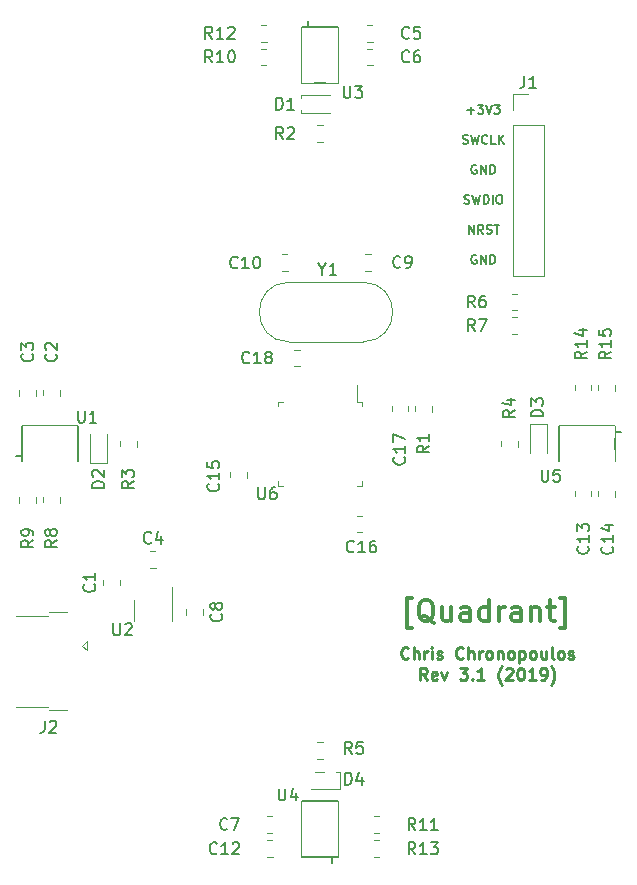
<source format=gbr>
G04 #@! TF.GenerationSoftware,KiCad,Pcbnew,5.0.0-fee4fd1~66~ubuntu16.04.1*
G04 #@! TF.CreationDate,2019-03-04T17:13:54-05:00*
G04 #@! TF.ProjectId,quadrant,7175616472616E742E6B696361645F70,rev?*
G04 #@! TF.SameCoordinates,Original*
G04 #@! TF.FileFunction,Legend,Top*
G04 #@! TF.FilePolarity,Positive*
%FSLAX46Y46*%
G04 Gerber Fmt 4.6, Leading zero omitted, Abs format (unit mm)*
G04 Created by KiCad (PCBNEW 5.0.0-fee4fd1~66~ubuntu16.04.1) date Mon Mar  4 17:13:54 2019*
%MOMM*%
%LPD*%
G01*
G04 APERTURE LIST*
%ADD10C,0.190500*%
%ADD11C,0.254000*%
%ADD12C,0.300000*%
%ADD13C,0.120000*%
%ADD14C,0.150000*%
%ADD15O,2.100000X2.100000*%
%ADD16R,2.100000X2.100000*%
%ADD17R,2.900000X1.830000*%
%ADD18O,2.100000X1.750000*%
%ADD19O,1.900000X1.500000*%
%ADD20R,2.050000X0.800000*%
%ADD21R,1.900000X2.400000*%
%ADD22R,1.100000X2.225000*%
%ADD23R,2.400000X1.750000*%
%ADD24C,0.100000*%
%ADD25C,1.550000*%
%ADD26R,0.950000X1.000000*%
%ADD27R,1.050000X1.960000*%
%ADD28R,1.000000X0.950000*%
%ADD29R,0.650000X1.700000*%
%ADD30R,1.700000X0.650000*%
%ADD31C,1.900000*%
%ADD32C,1.350000*%
%ADD33C,3.600000*%
G04 APERTURE END LIST*
D10*
X161979428Y-90789000D02*
X161906857Y-90752714D01*
X161798000Y-90752714D01*
X161689142Y-90789000D01*
X161616571Y-90861571D01*
X161580285Y-90934142D01*
X161544000Y-91079285D01*
X161544000Y-91188142D01*
X161580285Y-91333285D01*
X161616571Y-91405857D01*
X161689142Y-91478428D01*
X161798000Y-91514714D01*
X161870571Y-91514714D01*
X161979428Y-91478428D01*
X162015714Y-91442142D01*
X162015714Y-91188142D01*
X161870571Y-91188142D01*
X162342285Y-91514714D02*
X162342285Y-90752714D01*
X162777714Y-91514714D01*
X162777714Y-90752714D01*
X163140571Y-91514714D02*
X163140571Y-90752714D01*
X163322000Y-90752714D01*
X163430857Y-90789000D01*
X163503428Y-90861571D01*
X163539714Y-90934142D01*
X163576000Y-91079285D01*
X163576000Y-91188142D01*
X163539714Y-91333285D01*
X163503428Y-91405857D01*
X163430857Y-91478428D01*
X163322000Y-91514714D01*
X163140571Y-91514714D01*
X161308142Y-88974714D02*
X161308142Y-88212714D01*
X161743571Y-88974714D01*
X161743571Y-88212714D01*
X162541857Y-88974714D02*
X162287857Y-88611857D01*
X162106428Y-88974714D02*
X162106428Y-88212714D01*
X162396714Y-88212714D01*
X162469285Y-88249000D01*
X162505571Y-88285285D01*
X162541857Y-88357857D01*
X162541857Y-88466714D01*
X162505571Y-88539285D01*
X162469285Y-88575571D01*
X162396714Y-88611857D01*
X162106428Y-88611857D01*
X162832142Y-88938428D02*
X162941000Y-88974714D01*
X163122428Y-88974714D01*
X163195000Y-88938428D01*
X163231285Y-88902142D01*
X163267571Y-88829571D01*
X163267571Y-88757000D01*
X163231285Y-88684428D01*
X163195000Y-88648142D01*
X163122428Y-88611857D01*
X162977285Y-88575571D01*
X162904714Y-88539285D01*
X162868428Y-88503000D01*
X162832142Y-88430428D01*
X162832142Y-88357857D01*
X162868428Y-88285285D01*
X162904714Y-88249000D01*
X162977285Y-88212714D01*
X163158714Y-88212714D01*
X163267571Y-88249000D01*
X163485285Y-88212714D02*
X163920714Y-88212714D01*
X163703000Y-88974714D02*
X163703000Y-88212714D01*
X160945285Y-86398428D02*
X161054142Y-86434714D01*
X161235571Y-86434714D01*
X161308142Y-86398428D01*
X161344428Y-86362142D01*
X161380714Y-86289571D01*
X161380714Y-86217000D01*
X161344428Y-86144428D01*
X161308142Y-86108142D01*
X161235571Y-86071857D01*
X161090428Y-86035571D01*
X161017857Y-85999285D01*
X160981571Y-85963000D01*
X160945285Y-85890428D01*
X160945285Y-85817857D01*
X160981571Y-85745285D01*
X161017857Y-85709000D01*
X161090428Y-85672714D01*
X161271857Y-85672714D01*
X161380714Y-85709000D01*
X161634714Y-85672714D02*
X161816142Y-86434714D01*
X161961285Y-85890428D01*
X162106428Y-86434714D01*
X162287857Y-85672714D01*
X162578142Y-86434714D02*
X162578142Y-85672714D01*
X162759571Y-85672714D01*
X162868428Y-85709000D01*
X162941000Y-85781571D01*
X162977285Y-85854142D01*
X163013571Y-85999285D01*
X163013571Y-86108142D01*
X162977285Y-86253285D01*
X162941000Y-86325857D01*
X162868428Y-86398428D01*
X162759571Y-86434714D01*
X162578142Y-86434714D01*
X163340142Y-86434714D02*
X163340142Y-85672714D01*
X163848142Y-85672714D02*
X163993285Y-85672714D01*
X164065857Y-85709000D01*
X164138428Y-85781571D01*
X164174714Y-85926714D01*
X164174714Y-86180714D01*
X164138428Y-86325857D01*
X164065857Y-86398428D01*
X163993285Y-86434714D01*
X163848142Y-86434714D01*
X163775571Y-86398428D01*
X163703000Y-86325857D01*
X163666714Y-86180714D01*
X163666714Y-85926714D01*
X163703000Y-85781571D01*
X163775571Y-85709000D01*
X163848142Y-85672714D01*
X161979428Y-83169000D02*
X161906857Y-83132714D01*
X161798000Y-83132714D01*
X161689142Y-83169000D01*
X161616571Y-83241571D01*
X161580285Y-83314142D01*
X161544000Y-83459285D01*
X161544000Y-83568142D01*
X161580285Y-83713285D01*
X161616571Y-83785857D01*
X161689142Y-83858428D01*
X161798000Y-83894714D01*
X161870571Y-83894714D01*
X161979428Y-83858428D01*
X162015714Y-83822142D01*
X162015714Y-83568142D01*
X161870571Y-83568142D01*
X162342285Y-83894714D02*
X162342285Y-83132714D01*
X162777714Y-83894714D01*
X162777714Y-83132714D01*
X163140571Y-83894714D02*
X163140571Y-83132714D01*
X163322000Y-83132714D01*
X163430857Y-83169000D01*
X163503428Y-83241571D01*
X163539714Y-83314142D01*
X163576000Y-83459285D01*
X163576000Y-83568142D01*
X163539714Y-83713285D01*
X163503428Y-83785857D01*
X163430857Y-83858428D01*
X163322000Y-83894714D01*
X163140571Y-83894714D01*
X160836428Y-81318428D02*
X160945285Y-81354714D01*
X161126714Y-81354714D01*
X161199285Y-81318428D01*
X161235571Y-81282142D01*
X161271857Y-81209571D01*
X161271857Y-81137000D01*
X161235571Y-81064428D01*
X161199285Y-81028142D01*
X161126714Y-80991857D01*
X160981571Y-80955571D01*
X160909000Y-80919285D01*
X160872714Y-80883000D01*
X160836428Y-80810428D01*
X160836428Y-80737857D01*
X160872714Y-80665285D01*
X160909000Y-80629000D01*
X160981571Y-80592714D01*
X161163000Y-80592714D01*
X161271857Y-80629000D01*
X161525857Y-80592714D02*
X161707285Y-81354714D01*
X161852428Y-80810428D01*
X161997571Y-81354714D01*
X162179000Y-80592714D01*
X162904714Y-81282142D02*
X162868428Y-81318428D01*
X162759571Y-81354714D01*
X162687000Y-81354714D01*
X162578142Y-81318428D01*
X162505571Y-81245857D01*
X162469285Y-81173285D01*
X162433000Y-81028142D01*
X162433000Y-80919285D01*
X162469285Y-80774142D01*
X162505571Y-80701571D01*
X162578142Y-80629000D01*
X162687000Y-80592714D01*
X162759571Y-80592714D01*
X162868428Y-80629000D01*
X162904714Y-80665285D01*
X163594142Y-81354714D02*
X163231285Y-81354714D01*
X163231285Y-80592714D01*
X163848142Y-81354714D02*
X163848142Y-80592714D01*
X164283571Y-81354714D02*
X163957000Y-80919285D01*
X164283571Y-80592714D02*
X163848142Y-81028142D01*
X161217428Y-78524428D02*
X161798000Y-78524428D01*
X161507714Y-78814714D02*
X161507714Y-78234142D01*
X162088285Y-78052714D02*
X162560000Y-78052714D01*
X162306000Y-78343000D01*
X162414857Y-78343000D01*
X162487428Y-78379285D01*
X162523714Y-78415571D01*
X162560000Y-78488142D01*
X162560000Y-78669571D01*
X162523714Y-78742142D01*
X162487428Y-78778428D01*
X162414857Y-78814714D01*
X162197142Y-78814714D01*
X162124571Y-78778428D01*
X162088285Y-78742142D01*
X162777714Y-78052714D02*
X163031714Y-78814714D01*
X163285714Y-78052714D01*
X163467142Y-78052714D02*
X163938857Y-78052714D01*
X163684857Y-78343000D01*
X163793714Y-78343000D01*
X163866285Y-78379285D01*
X163902571Y-78415571D01*
X163938857Y-78488142D01*
X163938857Y-78669571D01*
X163902571Y-78742142D01*
X163866285Y-78778428D01*
X163793714Y-78814714D01*
X163576000Y-78814714D01*
X163503428Y-78778428D01*
X163467142Y-78742142D01*
D11*
X156223428Y-124883857D02*
X156175047Y-124932238D01*
X156029904Y-124980619D01*
X155933142Y-124980619D01*
X155788000Y-124932238D01*
X155691238Y-124835476D01*
X155642857Y-124738714D01*
X155594476Y-124545190D01*
X155594476Y-124400047D01*
X155642857Y-124206523D01*
X155691238Y-124109761D01*
X155788000Y-124013000D01*
X155933142Y-123964619D01*
X156029904Y-123964619D01*
X156175047Y-124013000D01*
X156223428Y-124061380D01*
X156658857Y-124980619D02*
X156658857Y-123964619D01*
X157094285Y-124980619D02*
X157094285Y-124448428D01*
X157045904Y-124351666D01*
X156949142Y-124303285D01*
X156804000Y-124303285D01*
X156707238Y-124351666D01*
X156658857Y-124400047D01*
X157578095Y-124980619D02*
X157578095Y-124303285D01*
X157578095Y-124496809D02*
X157626476Y-124400047D01*
X157674857Y-124351666D01*
X157771619Y-124303285D01*
X157868380Y-124303285D01*
X158207047Y-124980619D02*
X158207047Y-124303285D01*
X158207047Y-123964619D02*
X158158666Y-124013000D01*
X158207047Y-124061380D01*
X158255428Y-124013000D01*
X158207047Y-123964619D01*
X158207047Y-124061380D01*
X158642476Y-124932238D02*
X158739238Y-124980619D01*
X158932761Y-124980619D01*
X159029523Y-124932238D01*
X159077904Y-124835476D01*
X159077904Y-124787095D01*
X159029523Y-124690333D01*
X158932761Y-124641952D01*
X158787619Y-124641952D01*
X158690857Y-124593571D01*
X158642476Y-124496809D01*
X158642476Y-124448428D01*
X158690857Y-124351666D01*
X158787619Y-124303285D01*
X158932761Y-124303285D01*
X159029523Y-124351666D01*
X160868000Y-124883857D02*
X160819619Y-124932238D01*
X160674476Y-124980619D01*
X160577714Y-124980619D01*
X160432571Y-124932238D01*
X160335809Y-124835476D01*
X160287428Y-124738714D01*
X160239047Y-124545190D01*
X160239047Y-124400047D01*
X160287428Y-124206523D01*
X160335809Y-124109761D01*
X160432571Y-124013000D01*
X160577714Y-123964619D01*
X160674476Y-123964619D01*
X160819619Y-124013000D01*
X160868000Y-124061380D01*
X161303428Y-124980619D02*
X161303428Y-123964619D01*
X161738857Y-124980619D02*
X161738857Y-124448428D01*
X161690476Y-124351666D01*
X161593714Y-124303285D01*
X161448571Y-124303285D01*
X161351809Y-124351666D01*
X161303428Y-124400047D01*
X162222666Y-124980619D02*
X162222666Y-124303285D01*
X162222666Y-124496809D02*
X162271047Y-124400047D01*
X162319428Y-124351666D01*
X162416190Y-124303285D01*
X162512952Y-124303285D01*
X162996761Y-124980619D02*
X162900000Y-124932238D01*
X162851619Y-124883857D01*
X162803238Y-124787095D01*
X162803238Y-124496809D01*
X162851619Y-124400047D01*
X162900000Y-124351666D01*
X162996761Y-124303285D01*
X163141904Y-124303285D01*
X163238666Y-124351666D01*
X163287047Y-124400047D01*
X163335428Y-124496809D01*
X163335428Y-124787095D01*
X163287047Y-124883857D01*
X163238666Y-124932238D01*
X163141904Y-124980619D01*
X162996761Y-124980619D01*
X163770857Y-124303285D02*
X163770857Y-124980619D01*
X163770857Y-124400047D02*
X163819238Y-124351666D01*
X163916000Y-124303285D01*
X164061142Y-124303285D01*
X164157904Y-124351666D01*
X164206285Y-124448428D01*
X164206285Y-124980619D01*
X164835238Y-124980619D02*
X164738476Y-124932238D01*
X164690095Y-124883857D01*
X164641714Y-124787095D01*
X164641714Y-124496809D01*
X164690095Y-124400047D01*
X164738476Y-124351666D01*
X164835238Y-124303285D01*
X164980380Y-124303285D01*
X165077142Y-124351666D01*
X165125523Y-124400047D01*
X165173904Y-124496809D01*
X165173904Y-124787095D01*
X165125523Y-124883857D01*
X165077142Y-124932238D01*
X164980380Y-124980619D01*
X164835238Y-124980619D01*
X165609333Y-124303285D02*
X165609333Y-125319285D01*
X165609333Y-124351666D02*
X165706095Y-124303285D01*
X165899619Y-124303285D01*
X165996380Y-124351666D01*
X166044761Y-124400047D01*
X166093142Y-124496809D01*
X166093142Y-124787095D01*
X166044761Y-124883857D01*
X165996380Y-124932238D01*
X165899619Y-124980619D01*
X165706095Y-124980619D01*
X165609333Y-124932238D01*
X166673714Y-124980619D02*
X166576952Y-124932238D01*
X166528571Y-124883857D01*
X166480190Y-124787095D01*
X166480190Y-124496809D01*
X166528571Y-124400047D01*
X166576952Y-124351666D01*
X166673714Y-124303285D01*
X166818857Y-124303285D01*
X166915619Y-124351666D01*
X166964000Y-124400047D01*
X167012380Y-124496809D01*
X167012380Y-124787095D01*
X166964000Y-124883857D01*
X166915619Y-124932238D01*
X166818857Y-124980619D01*
X166673714Y-124980619D01*
X167883238Y-124303285D02*
X167883238Y-124980619D01*
X167447809Y-124303285D02*
X167447809Y-124835476D01*
X167496190Y-124932238D01*
X167592952Y-124980619D01*
X167738095Y-124980619D01*
X167834857Y-124932238D01*
X167883238Y-124883857D01*
X168512190Y-124980619D02*
X168415428Y-124932238D01*
X168367047Y-124835476D01*
X168367047Y-123964619D01*
X169044380Y-124980619D02*
X168947619Y-124932238D01*
X168899238Y-124883857D01*
X168850857Y-124787095D01*
X168850857Y-124496809D01*
X168899238Y-124400047D01*
X168947619Y-124351666D01*
X169044380Y-124303285D01*
X169189523Y-124303285D01*
X169286285Y-124351666D01*
X169334666Y-124400047D01*
X169383047Y-124496809D01*
X169383047Y-124787095D01*
X169334666Y-124883857D01*
X169286285Y-124932238D01*
X169189523Y-124980619D01*
X169044380Y-124980619D01*
X169770095Y-124932238D02*
X169866857Y-124980619D01*
X170060380Y-124980619D01*
X170157142Y-124932238D01*
X170205523Y-124835476D01*
X170205523Y-124787095D01*
X170157142Y-124690333D01*
X170060380Y-124641952D01*
X169915238Y-124641952D01*
X169818476Y-124593571D01*
X169770095Y-124496809D01*
X169770095Y-124448428D01*
X169818476Y-124351666D01*
X169915238Y-124303285D01*
X170060380Y-124303285D01*
X170157142Y-124351666D01*
X157795809Y-126758619D02*
X157457142Y-126274809D01*
X157215238Y-126758619D02*
X157215238Y-125742619D01*
X157602285Y-125742619D01*
X157699047Y-125791000D01*
X157747428Y-125839380D01*
X157795809Y-125936142D01*
X157795809Y-126081285D01*
X157747428Y-126178047D01*
X157699047Y-126226428D01*
X157602285Y-126274809D01*
X157215238Y-126274809D01*
X158618285Y-126710238D02*
X158521523Y-126758619D01*
X158328000Y-126758619D01*
X158231238Y-126710238D01*
X158182857Y-126613476D01*
X158182857Y-126226428D01*
X158231238Y-126129666D01*
X158328000Y-126081285D01*
X158521523Y-126081285D01*
X158618285Y-126129666D01*
X158666666Y-126226428D01*
X158666666Y-126323190D01*
X158182857Y-126419952D01*
X159005333Y-126081285D02*
X159247238Y-126758619D01*
X159489142Y-126081285D01*
X160553523Y-125742619D02*
X161182476Y-125742619D01*
X160843809Y-126129666D01*
X160988952Y-126129666D01*
X161085714Y-126178047D01*
X161134095Y-126226428D01*
X161182476Y-126323190D01*
X161182476Y-126565095D01*
X161134095Y-126661857D01*
X161085714Y-126710238D01*
X160988952Y-126758619D01*
X160698666Y-126758619D01*
X160601904Y-126710238D01*
X160553523Y-126661857D01*
X161617904Y-126661857D02*
X161666285Y-126710238D01*
X161617904Y-126758619D01*
X161569523Y-126710238D01*
X161617904Y-126661857D01*
X161617904Y-126758619D01*
X162633904Y-126758619D02*
X162053333Y-126758619D01*
X162343619Y-126758619D02*
X162343619Y-125742619D01*
X162246857Y-125887761D01*
X162150095Y-125984523D01*
X162053333Y-126032904D01*
X164133714Y-127145666D02*
X164085333Y-127097285D01*
X163988571Y-126952142D01*
X163940190Y-126855380D01*
X163891809Y-126710238D01*
X163843428Y-126468333D01*
X163843428Y-126274809D01*
X163891809Y-126032904D01*
X163940190Y-125887761D01*
X163988571Y-125791000D01*
X164085333Y-125645857D01*
X164133714Y-125597476D01*
X164472380Y-125839380D02*
X164520761Y-125791000D01*
X164617523Y-125742619D01*
X164859428Y-125742619D01*
X164956190Y-125791000D01*
X165004571Y-125839380D01*
X165052952Y-125936142D01*
X165052952Y-126032904D01*
X165004571Y-126178047D01*
X164424000Y-126758619D01*
X165052952Y-126758619D01*
X165681904Y-125742619D02*
X165778666Y-125742619D01*
X165875428Y-125791000D01*
X165923809Y-125839380D01*
X165972190Y-125936142D01*
X166020571Y-126129666D01*
X166020571Y-126371571D01*
X165972190Y-126565095D01*
X165923809Y-126661857D01*
X165875428Y-126710238D01*
X165778666Y-126758619D01*
X165681904Y-126758619D01*
X165585142Y-126710238D01*
X165536761Y-126661857D01*
X165488380Y-126565095D01*
X165440000Y-126371571D01*
X165440000Y-126129666D01*
X165488380Y-125936142D01*
X165536761Y-125839380D01*
X165585142Y-125791000D01*
X165681904Y-125742619D01*
X166988190Y-126758619D02*
X166407619Y-126758619D01*
X166697904Y-126758619D02*
X166697904Y-125742619D01*
X166601142Y-125887761D01*
X166504380Y-125984523D01*
X166407619Y-126032904D01*
X167472000Y-126758619D02*
X167665523Y-126758619D01*
X167762285Y-126710238D01*
X167810666Y-126661857D01*
X167907428Y-126516714D01*
X167955809Y-126323190D01*
X167955809Y-125936142D01*
X167907428Y-125839380D01*
X167859047Y-125791000D01*
X167762285Y-125742619D01*
X167568761Y-125742619D01*
X167472000Y-125791000D01*
X167423619Y-125839380D01*
X167375238Y-125936142D01*
X167375238Y-126178047D01*
X167423619Y-126274809D01*
X167472000Y-126323190D01*
X167568761Y-126371571D01*
X167762285Y-126371571D01*
X167859047Y-126323190D01*
X167907428Y-126274809D01*
X167955809Y-126178047D01*
X168294476Y-127145666D02*
X168342857Y-127097285D01*
X168439619Y-126952142D01*
X168488000Y-126855380D01*
X168536380Y-126710238D01*
X168584761Y-126468333D01*
X168584761Y-126274809D01*
X168536380Y-126032904D01*
X168488000Y-125887761D01*
X168439619Y-125791000D01*
X168342857Y-125645857D01*
X168294476Y-125597476D01*
D12*
X156534666Y-122347000D02*
X156111333Y-122347000D01*
X156111333Y-119807000D01*
X156534666Y-119807000D01*
X158397333Y-121923666D02*
X158228000Y-121839000D01*
X158058666Y-121669666D01*
X157804666Y-121415666D01*
X157635333Y-121331000D01*
X157466000Y-121331000D01*
X157550666Y-121754333D02*
X157381333Y-121669666D01*
X157212000Y-121500333D01*
X157127333Y-121161666D01*
X157127333Y-120569000D01*
X157212000Y-120230333D01*
X157381333Y-120061000D01*
X157550666Y-119976333D01*
X157889333Y-119976333D01*
X158058666Y-120061000D01*
X158228000Y-120230333D01*
X158312666Y-120569000D01*
X158312666Y-121161666D01*
X158228000Y-121500333D01*
X158058666Y-121669666D01*
X157889333Y-121754333D01*
X157550666Y-121754333D01*
X159836666Y-120569000D02*
X159836666Y-121754333D01*
X159074666Y-120569000D02*
X159074666Y-121500333D01*
X159159333Y-121669666D01*
X159328666Y-121754333D01*
X159582666Y-121754333D01*
X159752000Y-121669666D01*
X159836666Y-121585000D01*
X161445333Y-121754333D02*
X161445333Y-120823000D01*
X161360666Y-120653666D01*
X161191333Y-120569000D01*
X160852666Y-120569000D01*
X160683333Y-120653666D01*
X161445333Y-121669666D02*
X161276000Y-121754333D01*
X160852666Y-121754333D01*
X160683333Y-121669666D01*
X160598666Y-121500333D01*
X160598666Y-121331000D01*
X160683333Y-121161666D01*
X160852666Y-121077000D01*
X161276000Y-121077000D01*
X161445333Y-120992333D01*
X163054000Y-121754333D02*
X163054000Y-119976333D01*
X163054000Y-121669666D02*
X162884666Y-121754333D01*
X162546000Y-121754333D01*
X162376666Y-121669666D01*
X162292000Y-121585000D01*
X162207333Y-121415666D01*
X162207333Y-120907666D01*
X162292000Y-120738333D01*
X162376666Y-120653666D01*
X162546000Y-120569000D01*
X162884666Y-120569000D01*
X163054000Y-120653666D01*
X163900666Y-121754333D02*
X163900666Y-120569000D01*
X163900666Y-120907666D02*
X163985333Y-120738333D01*
X164070000Y-120653666D01*
X164239333Y-120569000D01*
X164408666Y-120569000D01*
X165763333Y-121754333D02*
X165763333Y-120823000D01*
X165678666Y-120653666D01*
X165509333Y-120569000D01*
X165170666Y-120569000D01*
X165001333Y-120653666D01*
X165763333Y-121669666D02*
X165594000Y-121754333D01*
X165170666Y-121754333D01*
X165001333Y-121669666D01*
X164916666Y-121500333D01*
X164916666Y-121331000D01*
X165001333Y-121161666D01*
X165170666Y-121077000D01*
X165594000Y-121077000D01*
X165763333Y-120992333D01*
X166610000Y-120569000D02*
X166610000Y-121754333D01*
X166610000Y-120738333D02*
X166694666Y-120653666D01*
X166864000Y-120569000D01*
X167118000Y-120569000D01*
X167287333Y-120653666D01*
X167372000Y-120823000D01*
X167372000Y-121754333D01*
X167964666Y-120569000D02*
X168642000Y-120569000D01*
X168218666Y-119976333D02*
X168218666Y-121500333D01*
X168303333Y-121669666D01*
X168472666Y-121754333D01*
X168642000Y-121754333D01*
X169065333Y-122347000D02*
X169488666Y-122347000D01*
X169488666Y-119807000D01*
X169065333Y-119807000D01*
D13*
G04 #@! TO.C,J1*
X165040000Y-77170000D02*
X166370000Y-77170000D01*
X165040000Y-78500000D02*
X165040000Y-77170000D01*
X165040000Y-79770000D02*
X167700000Y-79770000D01*
X167700000Y-79770000D02*
X167700000Y-92530000D01*
X165040000Y-79770000D02*
X165040000Y-92530000D01*
X165040000Y-92530000D02*
X167700000Y-92530000D01*
G04 #@! TO.C,J2*
X128595000Y-123851000D02*
X129045000Y-123451000D01*
X129045000Y-123451000D02*
X129045000Y-124251000D01*
X129045000Y-124251000D02*
X128595000Y-123851000D01*
X122995000Y-129001000D02*
X125795000Y-129001000D01*
X125795000Y-129001000D02*
X125795000Y-129301000D01*
X125795000Y-129301000D02*
X127345000Y-129301000D01*
X122995000Y-121301000D02*
X125795000Y-121301000D01*
X125795000Y-121001000D02*
X125795000Y-121301000D01*
X125795000Y-121001000D02*
X127345000Y-121001000D01*
G04 #@! TO.C,C1*
X131810000Y-118786252D02*
X131810000Y-118263748D01*
X130390000Y-118786252D02*
X130390000Y-118263748D01*
G04 #@! TO.C,C2*
X126710000Y-102213748D02*
X126710000Y-102736252D01*
X125290000Y-102213748D02*
X125290000Y-102736252D01*
G04 #@! TO.C,C3*
X123290000Y-102213748D02*
X123290000Y-102736252D01*
X124710000Y-102213748D02*
X124710000Y-102736252D01*
G04 #@! TO.C,C4*
X134861252Y-117260000D02*
X134338748Y-117260000D01*
X134861252Y-115840000D02*
X134338748Y-115840000D01*
G04 #@! TO.C,C5*
X153236252Y-71290000D02*
X152713748Y-71290000D01*
X153236252Y-72710000D02*
X152713748Y-72710000D01*
G04 #@! TO.C,C6*
X153236252Y-73290000D02*
X152713748Y-73290000D01*
X153236252Y-74710000D02*
X152713748Y-74710000D01*
G04 #@! TO.C,C7*
X144213748Y-138290000D02*
X144736252Y-138290000D01*
X144213748Y-139710000D02*
X144736252Y-139710000D01*
G04 #@! TO.C,C8*
X138810000Y-121286252D02*
X138810000Y-120763748D01*
X137390000Y-121286252D02*
X137390000Y-120763748D01*
G04 #@! TO.C,C9*
X152563748Y-90690000D02*
X153086252Y-90690000D01*
X152563748Y-92110000D02*
X153086252Y-92110000D01*
G04 #@! TO.C,C10*
X146036252Y-90690000D02*
X145513748Y-90690000D01*
X146036252Y-92110000D02*
X145513748Y-92110000D01*
G04 #@! TO.C,C12*
X144213748Y-140290000D02*
X144736252Y-140290000D01*
X144213748Y-141710000D02*
X144736252Y-141710000D01*
G04 #@! TO.C,C13*
X171710000Y-111236252D02*
X171710000Y-110713748D01*
X170290000Y-111236252D02*
X170290000Y-110713748D01*
G04 #@! TO.C,C14*
X172290000Y-111261252D02*
X172290000Y-110738748D01*
X173710000Y-111261252D02*
X173710000Y-110738748D01*
G04 #@! TO.C,R1*
X158190000Y-103513748D02*
X158190000Y-104036252D01*
X156770000Y-103513748D02*
X156770000Y-104036252D01*
G04 #@! TO.C,R2*
X149011252Y-79790000D02*
X148488748Y-79790000D01*
X149011252Y-81210000D02*
X148488748Y-81210000D01*
G04 #@! TO.C,R3*
X133210000Y-106488748D02*
X133210000Y-107011252D01*
X131790000Y-106488748D02*
X131790000Y-107011252D01*
G04 #@! TO.C,R4*
X164040000Y-107011252D02*
X164040000Y-106488748D01*
X165460000Y-107011252D02*
X165460000Y-106488748D01*
G04 #@! TO.C,R5*
X148488748Y-133460000D02*
X149011252Y-133460000D01*
X148488748Y-132040000D02*
X149011252Y-132040000D01*
G04 #@! TO.C,R6*
X164963748Y-94040000D02*
X165486252Y-94040000D01*
X164963748Y-95460000D02*
X165486252Y-95460000D01*
G04 #@! TO.C,R7*
X164963748Y-97460000D02*
X165486252Y-97460000D01*
X164963748Y-96040000D02*
X165486252Y-96040000D01*
G04 #@! TO.C,R8*
X125290000Y-111786252D02*
X125290000Y-111263748D01*
X126710000Y-111786252D02*
X126710000Y-111263748D01*
G04 #@! TO.C,R9*
X124710000Y-111786252D02*
X124710000Y-111263748D01*
X123290000Y-111786252D02*
X123290000Y-111263748D01*
G04 #@! TO.C,R10*
X143713748Y-73290000D02*
X144236252Y-73290000D01*
X143713748Y-74710000D02*
X144236252Y-74710000D01*
G04 #@! TO.C,R11*
X153786252Y-139710000D02*
X153263748Y-139710000D01*
X153786252Y-138290000D02*
X153263748Y-138290000D01*
G04 #@! TO.C,R12*
X143713748Y-71290000D02*
X144236252Y-71290000D01*
X143713748Y-72710000D02*
X144236252Y-72710000D01*
G04 #@! TO.C,R13*
X153786252Y-140290000D02*
X153263748Y-140290000D01*
X153786252Y-141710000D02*
X153263748Y-141710000D01*
G04 #@! TO.C,R14*
X170290000Y-101763748D02*
X170290000Y-102286252D01*
X171710000Y-101763748D02*
X171710000Y-102286252D01*
G04 #@! TO.C,R15*
X173710000Y-101763748D02*
X173710000Y-102286252D01*
X172290000Y-101763748D02*
X172290000Y-102286252D01*
D14*
G04 #@! TO.C,U1*
X123000000Y-107750000D02*
X123500000Y-107750000D01*
X123500000Y-108250000D02*
X123500000Y-105250000D01*
X128250000Y-108250000D02*
X123500000Y-108250000D01*
X128250000Y-105250000D02*
X128250000Y-108250000D01*
X123500000Y-105250000D02*
X128250000Y-105250000D01*
D13*
G04 #@! TO.C,U2*
X132990000Y-120000000D02*
X132990000Y-121800000D01*
X136210000Y-121800000D02*
X136210000Y-118850000D01*
D14*
G04 #@! TO.C,U3*
X147750000Y-71000000D02*
X147750000Y-71500000D01*
X147250000Y-71500000D02*
X150250000Y-71500000D01*
X147250000Y-76250000D02*
X147250000Y-71500000D01*
X150250000Y-76250000D02*
X147250000Y-76250000D01*
X150250000Y-71500000D02*
X150250000Y-76250000D01*
G04 #@! TO.C,U4*
X147250000Y-141750000D02*
X147250000Y-137000000D01*
X147250000Y-137000000D02*
X150250000Y-137000000D01*
X150250000Y-137000000D02*
X150250000Y-141750000D01*
X150250000Y-141750000D02*
X147250000Y-141750000D01*
X149750000Y-142250000D02*
X149750000Y-141750000D01*
G04 #@! TO.C,U5*
X173750000Y-108250000D02*
X169000000Y-108250000D01*
X169000000Y-108250000D02*
X169000000Y-105250000D01*
X169000000Y-105250000D02*
X173750000Y-105250000D01*
X173750000Y-105250000D02*
X173750000Y-108250000D01*
X174250000Y-105750000D02*
X173750000Y-105750000D01*
D13*
G04 #@! TO.C,U6*
X152310000Y-110310000D02*
X151890000Y-110310000D01*
X145190000Y-110310000D02*
X145610000Y-110310000D01*
X145190000Y-103190000D02*
X145610000Y-103190000D01*
X152310000Y-103190000D02*
X152310000Y-103610000D01*
X145190000Y-110310000D02*
X145190000Y-109890000D01*
X152310000Y-110310000D02*
X152310000Y-109890000D01*
X151890000Y-103190000D02*
X151890000Y-101810000D01*
X152310000Y-103190000D02*
X151890000Y-103190000D01*
X145190000Y-103190000D02*
X145190000Y-103610000D01*
G04 #@! TO.C,Y1*
X152365000Y-98125000D02*
X146115000Y-98125000D01*
X152365000Y-93075000D02*
X146115000Y-93075000D01*
X152365000Y-93075000D02*
G75*
G02X152365000Y-98125000I0J-2525000D01*
G01*
X146115000Y-93075000D02*
G75*
G03X146115000Y-98125000I0J-2525000D01*
G01*
G04 #@! TO.C,C15*
X141090000Y-109163748D02*
X141090000Y-109686252D01*
X142510000Y-109163748D02*
X142510000Y-109686252D01*
G04 #@! TO.C,C16*
X151863748Y-112828000D02*
X152386252Y-112828000D01*
X151863748Y-114248000D02*
X152386252Y-114248000D01*
G04 #@! TO.C,C17*
X156210000Y-104036252D02*
X156210000Y-103513748D01*
X154790000Y-104036252D02*
X154790000Y-103513748D01*
G04 #@! TO.C,C18*
X147086252Y-100210000D02*
X146563748Y-100210000D01*
X147086252Y-98790000D02*
X146563748Y-98790000D01*
G04 #@! TO.C,D1*
X147090000Y-78735000D02*
X149550000Y-78735000D01*
X147090000Y-77265000D02*
X147090000Y-78735000D01*
X149550000Y-77265000D02*
X147090000Y-77265000D01*
G04 #@! TO.C,D2*
X129265000Y-105950000D02*
X129265000Y-108410000D01*
X129265000Y-108410000D02*
X130735000Y-108410000D01*
X130735000Y-108410000D02*
X130735000Y-105950000D01*
G04 #@! TO.C,D3*
X166515000Y-105090000D02*
X166515000Y-107550000D01*
X167985000Y-105090000D02*
X166515000Y-105090000D01*
X167985000Y-107550000D02*
X167985000Y-105090000D01*
G04 #@! TO.C,D4*
X147950000Y-135985000D02*
X150410000Y-135985000D01*
X150410000Y-135985000D02*
X150410000Y-134515000D01*
X150410000Y-134515000D02*
X147950000Y-134515000D01*
G04 #@! TO.C,J1*
D14*
X166036666Y-75622380D02*
X166036666Y-76336666D01*
X165989047Y-76479523D01*
X165893809Y-76574761D01*
X165750952Y-76622380D01*
X165655714Y-76622380D01*
X167036666Y-76622380D02*
X166465238Y-76622380D01*
X166750952Y-76622380D02*
X166750952Y-75622380D01*
X166655714Y-75765238D01*
X166560476Y-75860476D01*
X166465238Y-75908095D01*
G04 #@! TO.C,J2*
X125416666Y-130202380D02*
X125416666Y-130916666D01*
X125369047Y-131059523D01*
X125273809Y-131154761D01*
X125130952Y-131202380D01*
X125035714Y-131202380D01*
X125845238Y-130297619D02*
X125892857Y-130250000D01*
X125988095Y-130202380D01*
X126226190Y-130202380D01*
X126321428Y-130250000D01*
X126369047Y-130297619D01*
X126416666Y-130392857D01*
X126416666Y-130488095D01*
X126369047Y-130630952D01*
X125797619Y-131202380D01*
X126416666Y-131202380D01*
G04 #@! TO.C,C1*
X129607142Y-118666666D02*
X129654761Y-118714285D01*
X129702380Y-118857142D01*
X129702380Y-118952380D01*
X129654761Y-119095238D01*
X129559523Y-119190476D01*
X129464285Y-119238095D01*
X129273809Y-119285714D01*
X129130952Y-119285714D01*
X128940476Y-119238095D01*
X128845238Y-119190476D01*
X128750000Y-119095238D01*
X128702380Y-118952380D01*
X128702380Y-118857142D01*
X128750000Y-118714285D01*
X128797619Y-118666666D01*
X129702380Y-117714285D02*
X129702380Y-118285714D01*
X129702380Y-118000000D02*
X128702380Y-118000000D01*
X128845238Y-118095238D01*
X128940476Y-118190476D01*
X128988095Y-118285714D01*
G04 #@! TO.C,C2*
X126357142Y-99166666D02*
X126404761Y-99214285D01*
X126452380Y-99357142D01*
X126452380Y-99452380D01*
X126404761Y-99595238D01*
X126309523Y-99690476D01*
X126214285Y-99738095D01*
X126023809Y-99785714D01*
X125880952Y-99785714D01*
X125690476Y-99738095D01*
X125595238Y-99690476D01*
X125500000Y-99595238D01*
X125452380Y-99452380D01*
X125452380Y-99357142D01*
X125500000Y-99214285D01*
X125547619Y-99166666D01*
X125547619Y-98785714D02*
X125500000Y-98738095D01*
X125452380Y-98642857D01*
X125452380Y-98404761D01*
X125500000Y-98309523D01*
X125547619Y-98261904D01*
X125642857Y-98214285D01*
X125738095Y-98214285D01*
X125880952Y-98261904D01*
X126452380Y-98833333D01*
X126452380Y-98214285D01*
G04 #@! TO.C,C3*
X124357142Y-99141666D02*
X124404761Y-99189285D01*
X124452380Y-99332142D01*
X124452380Y-99427380D01*
X124404761Y-99570238D01*
X124309523Y-99665476D01*
X124214285Y-99713095D01*
X124023809Y-99760714D01*
X123880952Y-99760714D01*
X123690476Y-99713095D01*
X123595238Y-99665476D01*
X123500000Y-99570238D01*
X123452380Y-99427380D01*
X123452380Y-99332142D01*
X123500000Y-99189285D01*
X123547619Y-99141666D01*
X123452380Y-98808333D02*
X123452380Y-98189285D01*
X123833333Y-98522619D01*
X123833333Y-98379761D01*
X123880952Y-98284523D01*
X123928571Y-98236904D01*
X124023809Y-98189285D01*
X124261904Y-98189285D01*
X124357142Y-98236904D01*
X124404761Y-98284523D01*
X124452380Y-98379761D01*
X124452380Y-98665476D01*
X124404761Y-98760714D01*
X124357142Y-98808333D01*
G04 #@! TO.C,C4*
X134433333Y-115107142D02*
X134385714Y-115154761D01*
X134242857Y-115202380D01*
X134147619Y-115202380D01*
X134004761Y-115154761D01*
X133909523Y-115059523D01*
X133861904Y-114964285D01*
X133814285Y-114773809D01*
X133814285Y-114630952D01*
X133861904Y-114440476D01*
X133909523Y-114345238D01*
X134004761Y-114250000D01*
X134147619Y-114202380D01*
X134242857Y-114202380D01*
X134385714Y-114250000D01*
X134433333Y-114297619D01*
X135290476Y-114535714D02*
X135290476Y-115202380D01*
X135052380Y-114154761D02*
X134814285Y-114869047D01*
X135433333Y-114869047D01*
G04 #@! TO.C,C5*
X156283333Y-72357142D02*
X156235714Y-72404761D01*
X156092857Y-72452380D01*
X155997619Y-72452380D01*
X155854761Y-72404761D01*
X155759523Y-72309523D01*
X155711904Y-72214285D01*
X155664285Y-72023809D01*
X155664285Y-71880952D01*
X155711904Y-71690476D01*
X155759523Y-71595238D01*
X155854761Y-71500000D01*
X155997619Y-71452380D01*
X156092857Y-71452380D01*
X156235714Y-71500000D01*
X156283333Y-71547619D01*
X157188095Y-71452380D02*
X156711904Y-71452380D01*
X156664285Y-71928571D01*
X156711904Y-71880952D01*
X156807142Y-71833333D01*
X157045238Y-71833333D01*
X157140476Y-71880952D01*
X157188095Y-71928571D01*
X157235714Y-72023809D01*
X157235714Y-72261904D01*
X157188095Y-72357142D01*
X157140476Y-72404761D01*
X157045238Y-72452380D01*
X156807142Y-72452380D01*
X156711904Y-72404761D01*
X156664285Y-72357142D01*
G04 #@! TO.C,C6*
X156283333Y-74357142D02*
X156235714Y-74404761D01*
X156092857Y-74452380D01*
X155997619Y-74452380D01*
X155854761Y-74404761D01*
X155759523Y-74309523D01*
X155711904Y-74214285D01*
X155664285Y-74023809D01*
X155664285Y-73880952D01*
X155711904Y-73690476D01*
X155759523Y-73595238D01*
X155854761Y-73500000D01*
X155997619Y-73452380D01*
X156092857Y-73452380D01*
X156235714Y-73500000D01*
X156283333Y-73547619D01*
X157140476Y-73452380D02*
X156950000Y-73452380D01*
X156854761Y-73500000D01*
X156807142Y-73547619D01*
X156711904Y-73690476D01*
X156664285Y-73880952D01*
X156664285Y-74261904D01*
X156711904Y-74357142D01*
X156759523Y-74404761D01*
X156854761Y-74452380D01*
X157045238Y-74452380D01*
X157140476Y-74404761D01*
X157188095Y-74357142D01*
X157235714Y-74261904D01*
X157235714Y-74023809D01*
X157188095Y-73928571D01*
X157140476Y-73880952D01*
X157045238Y-73833333D01*
X156854761Y-73833333D01*
X156759523Y-73880952D01*
X156711904Y-73928571D01*
X156664285Y-74023809D01*
G04 #@! TO.C,C7*
X140883333Y-139357142D02*
X140835714Y-139404761D01*
X140692857Y-139452380D01*
X140597619Y-139452380D01*
X140454761Y-139404761D01*
X140359523Y-139309523D01*
X140311904Y-139214285D01*
X140264285Y-139023809D01*
X140264285Y-138880952D01*
X140311904Y-138690476D01*
X140359523Y-138595238D01*
X140454761Y-138500000D01*
X140597619Y-138452380D01*
X140692857Y-138452380D01*
X140835714Y-138500000D01*
X140883333Y-138547619D01*
X141216666Y-138452380D02*
X141883333Y-138452380D01*
X141454761Y-139452380D01*
G04 #@! TO.C,C8*
X140357142Y-121166666D02*
X140404761Y-121214285D01*
X140452380Y-121357142D01*
X140452380Y-121452380D01*
X140404761Y-121595238D01*
X140309523Y-121690476D01*
X140214285Y-121738095D01*
X140023809Y-121785714D01*
X139880952Y-121785714D01*
X139690476Y-121738095D01*
X139595238Y-121690476D01*
X139500000Y-121595238D01*
X139452380Y-121452380D01*
X139452380Y-121357142D01*
X139500000Y-121214285D01*
X139547619Y-121166666D01*
X139880952Y-120595238D02*
X139833333Y-120690476D01*
X139785714Y-120738095D01*
X139690476Y-120785714D01*
X139642857Y-120785714D01*
X139547619Y-120738095D01*
X139500000Y-120690476D01*
X139452380Y-120595238D01*
X139452380Y-120404761D01*
X139500000Y-120309523D01*
X139547619Y-120261904D01*
X139642857Y-120214285D01*
X139690476Y-120214285D01*
X139785714Y-120261904D01*
X139833333Y-120309523D01*
X139880952Y-120404761D01*
X139880952Y-120595238D01*
X139928571Y-120690476D01*
X139976190Y-120738095D01*
X140071428Y-120785714D01*
X140261904Y-120785714D01*
X140357142Y-120738095D01*
X140404761Y-120690476D01*
X140452380Y-120595238D01*
X140452380Y-120404761D01*
X140404761Y-120309523D01*
X140357142Y-120261904D01*
X140261904Y-120214285D01*
X140071428Y-120214285D01*
X139976190Y-120261904D01*
X139928571Y-120309523D01*
X139880952Y-120404761D01*
G04 #@! TO.C,C9*
X155533333Y-91757142D02*
X155485714Y-91804761D01*
X155342857Y-91852380D01*
X155247619Y-91852380D01*
X155104761Y-91804761D01*
X155009523Y-91709523D01*
X154961904Y-91614285D01*
X154914285Y-91423809D01*
X154914285Y-91280952D01*
X154961904Y-91090476D01*
X155009523Y-90995238D01*
X155104761Y-90900000D01*
X155247619Y-90852380D01*
X155342857Y-90852380D01*
X155485714Y-90900000D01*
X155533333Y-90947619D01*
X156009523Y-91852380D02*
X156200000Y-91852380D01*
X156295238Y-91804761D01*
X156342857Y-91757142D01*
X156438095Y-91614285D01*
X156485714Y-91423809D01*
X156485714Y-91042857D01*
X156438095Y-90947619D01*
X156390476Y-90900000D01*
X156295238Y-90852380D01*
X156104761Y-90852380D01*
X156009523Y-90900000D01*
X155961904Y-90947619D01*
X155914285Y-91042857D01*
X155914285Y-91280952D01*
X155961904Y-91376190D01*
X156009523Y-91423809D01*
X156104761Y-91471428D01*
X156295238Y-91471428D01*
X156390476Y-91423809D01*
X156438095Y-91376190D01*
X156485714Y-91280952D01*
G04 #@! TO.C,C10*
X141757142Y-91807142D02*
X141709523Y-91854761D01*
X141566666Y-91902380D01*
X141471428Y-91902380D01*
X141328571Y-91854761D01*
X141233333Y-91759523D01*
X141185714Y-91664285D01*
X141138095Y-91473809D01*
X141138095Y-91330952D01*
X141185714Y-91140476D01*
X141233333Y-91045238D01*
X141328571Y-90950000D01*
X141471428Y-90902380D01*
X141566666Y-90902380D01*
X141709523Y-90950000D01*
X141757142Y-90997619D01*
X142709523Y-91902380D02*
X142138095Y-91902380D01*
X142423809Y-91902380D02*
X142423809Y-90902380D01*
X142328571Y-91045238D01*
X142233333Y-91140476D01*
X142138095Y-91188095D01*
X143328571Y-90902380D02*
X143423809Y-90902380D01*
X143519047Y-90950000D01*
X143566666Y-90997619D01*
X143614285Y-91092857D01*
X143661904Y-91283333D01*
X143661904Y-91521428D01*
X143614285Y-91711904D01*
X143566666Y-91807142D01*
X143519047Y-91854761D01*
X143423809Y-91902380D01*
X143328571Y-91902380D01*
X143233333Y-91854761D01*
X143185714Y-91807142D01*
X143138095Y-91711904D01*
X143090476Y-91521428D01*
X143090476Y-91283333D01*
X143138095Y-91092857D01*
X143185714Y-90997619D01*
X143233333Y-90950000D01*
X143328571Y-90902380D01*
G04 #@! TO.C,C12*
X140007142Y-141407142D02*
X139959523Y-141454761D01*
X139816666Y-141502380D01*
X139721428Y-141502380D01*
X139578571Y-141454761D01*
X139483333Y-141359523D01*
X139435714Y-141264285D01*
X139388095Y-141073809D01*
X139388095Y-140930952D01*
X139435714Y-140740476D01*
X139483333Y-140645238D01*
X139578571Y-140550000D01*
X139721428Y-140502380D01*
X139816666Y-140502380D01*
X139959523Y-140550000D01*
X140007142Y-140597619D01*
X140959523Y-141502380D02*
X140388095Y-141502380D01*
X140673809Y-141502380D02*
X140673809Y-140502380D01*
X140578571Y-140645238D01*
X140483333Y-140740476D01*
X140388095Y-140788095D01*
X141340476Y-140597619D02*
X141388095Y-140550000D01*
X141483333Y-140502380D01*
X141721428Y-140502380D01*
X141816666Y-140550000D01*
X141864285Y-140597619D01*
X141911904Y-140692857D01*
X141911904Y-140788095D01*
X141864285Y-140930952D01*
X141292857Y-141502380D01*
X141911904Y-141502380D01*
G04 #@! TO.C,C13*
X171407142Y-115442857D02*
X171454761Y-115490476D01*
X171502380Y-115633333D01*
X171502380Y-115728571D01*
X171454761Y-115871428D01*
X171359523Y-115966666D01*
X171264285Y-116014285D01*
X171073809Y-116061904D01*
X170930952Y-116061904D01*
X170740476Y-116014285D01*
X170645238Y-115966666D01*
X170550000Y-115871428D01*
X170502380Y-115728571D01*
X170502380Y-115633333D01*
X170550000Y-115490476D01*
X170597619Y-115442857D01*
X171502380Y-114490476D02*
X171502380Y-115061904D01*
X171502380Y-114776190D02*
X170502380Y-114776190D01*
X170645238Y-114871428D01*
X170740476Y-114966666D01*
X170788095Y-115061904D01*
X170502380Y-114157142D02*
X170502380Y-113538095D01*
X170883333Y-113871428D01*
X170883333Y-113728571D01*
X170930952Y-113633333D01*
X170978571Y-113585714D01*
X171073809Y-113538095D01*
X171311904Y-113538095D01*
X171407142Y-113585714D01*
X171454761Y-113633333D01*
X171502380Y-113728571D01*
X171502380Y-114014285D01*
X171454761Y-114109523D01*
X171407142Y-114157142D01*
G04 #@! TO.C,C14*
X173457142Y-115467857D02*
X173504761Y-115515476D01*
X173552380Y-115658333D01*
X173552380Y-115753571D01*
X173504761Y-115896428D01*
X173409523Y-115991666D01*
X173314285Y-116039285D01*
X173123809Y-116086904D01*
X172980952Y-116086904D01*
X172790476Y-116039285D01*
X172695238Y-115991666D01*
X172600000Y-115896428D01*
X172552380Y-115753571D01*
X172552380Y-115658333D01*
X172600000Y-115515476D01*
X172647619Y-115467857D01*
X173552380Y-114515476D02*
X173552380Y-115086904D01*
X173552380Y-114801190D02*
X172552380Y-114801190D01*
X172695238Y-114896428D01*
X172790476Y-114991666D01*
X172838095Y-115086904D01*
X172885714Y-113658333D02*
X173552380Y-113658333D01*
X172504761Y-113896428D02*
X173219047Y-114134523D01*
X173219047Y-113515476D01*
G04 #@! TO.C,R1*
X157952380Y-106916666D02*
X157476190Y-107250000D01*
X157952380Y-107488095D02*
X156952380Y-107488095D01*
X156952380Y-107107142D01*
X157000000Y-107011904D01*
X157047619Y-106964285D01*
X157142857Y-106916666D01*
X157285714Y-106916666D01*
X157380952Y-106964285D01*
X157428571Y-107011904D01*
X157476190Y-107107142D01*
X157476190Y-107488095D01*
X157952380Y-105964285D02*
X157952380Y-106535714D01*
X157952380Y-106250000D02*
X156952380Y-106250000D01*
X157095238Y-106345238D01*
X157190476Y-106440476D01*
X157238095Y-106535714D01*
G04 #@! TO.C,R2*
X145608333Y-80952380D02*
X145275000Y-80476190D01*
X145036904Y-80952380D02*
X145036904Y-79952380D01*
X145417857Y-79952380D01*
X145513095Y-80000000D01*
X145560714Y-80047619D01*
X145608333Y-80142857D01*
X145608333Y-80285714D01*
X145560714Y-80380952D01*
X145513095Y-80428571D01*
X145417857Y-80476190D01*
X145036904Y-80476190D01*
X145989285Y-80047619D02*
X146036904Y-80000000D01*
X146132142Y-79952380D01*
X146370238Y-79952380D01*
X146465476Y-80000000D01*
X146513095Y-80047619D01*
X146560714Y-80142857D01*
X146560714Y-80238095D01*
X146513095Y-80380952D01*
X145941666Y-80952380D01*
X146560714Y-80952380D01*
G04 #@! TO.C,R3*
X132952380Y-109916666D02*
X132476190Y-110250000D01*
X132952380Y-110488095D02*
X131952380Y-110488095D01*
X131952380Y-110107142D01*
X132000000Y-110011904D01*
X132047619Y-109964285D01*
X132142857Y-109916666D01*
X132285714Y-109916666D01*
X132380952Y-109964285D01*
X132428571Y-110011904D01*
X132476190Y-110107142D01*
X132476190Y-110488095D01*
X131952380Y-109583333D02*
X131952380Y-108964285D01*
X132333333Y-109297619D01*
X132333333Y-109154761D01*
X132380952Y-109059523D01*
X132428571Y-109011904D01*
X132523809Y-108964285D01*
X132761904Y-108964285D01*
X132857142Y-109011904D01*
X132904761Y-109059523D01*
X132952380Y-109154761D01*
X132952380Y-109440476D01*
X132904761Y-109535714D01*
X132857142Y-109583333D01*
G04 #@! TO.C,R4*
X165202380Y-103891666D02*
X164726190Y-104225000D01*
X165202380Y-104463095D02*
X164202380Y-104463095D01*
X164202380Y-104082142D01*
X164250000Y-103986904D01*
X164297619Y-103939285D01*
X164392857Y-103891666D01*
X164535714Y-103891666D01*
X164630952Y-103939285D01*
X164678571Y-103986904D01*
X164726190Y-104082142D01*
X164726190Y-104463095D01*
X164535714Y-103034523D02*
X165202380Y-103034523D01*
X164154761Y-103272619D02*
X164869047Y-103510714D01*
X164869047Y-102891666D01*
G04 #@! TO.C,R5*
X151433333Y-133002380D02*
X151100000Y-132526190D01*
X150861904Y-133002380D02*
X150861904Y-132002380D01*
X151242857Y-132002380D01*
X151338095Y-132050000D01*
X151385714Y-132097619D01*
X151433333Y-132192857D01*
X151433333Y-132335714D01*
X151385714Y-132430952D01*
X151338095Y-132478571D01*
X151242857Y-132526190D01*
X150861904Y-132526190D01*
X152338095Y-132002380D02*
X151861904Y-132002380D01*
X151814285Y-132478571D01*
X151861904Y-132430952D01*
X151957142Y-132383333D01*
X152195238Y-132383333D01*
X152290476Y-132430952D01*
X152338095Y-132478571D01*
X152385714Y-132573809D01*
X152385714Y-132811904D01*
X152338095Y-132907142D01*
X152290476Y-132954761D01*
X152195238Y-133002380D01*
X151957142Y-133002380D01*
X151861904Y-132954761D01*
X151814285Y-132907142D01*
G04 #@! TO.C,R6*
X161833333Y-95202380D02*
X161500000Y-94726190D01*
X161261904Y-95202380D02*
X161261904Y-94202380D01*
X161642857Y-94202380D01*
X161738095Y-94250000D01*
X161785714Y-94297619D01*
X161833333Y-94392857D01*
X161833333Y-94535714D01*
X161785714Y-94630952D01*
X161738095Y-94678571D01*
X161642857Y-94726190D01*
X161261904Y-94726190D01*
X162690476Y-94202380D02*
X162500000Y-94202380D01*
X162404761Y-94250000D01*
X162357142Y-94297619D01*
X162261904Y-94440476D01*
X162214285Y-94630952D01*
X162214285Y-95011904D01*
X162261904Y-95107142D01*
X162309523Y-95154761D01*
X162404761Y-95202380D01*
X162595238Y-95202380D01*
X162690476Y-95154761D01*
X162738095Y-95107142D01*
X162785714Y-95011904D01*
X162785714Y-94773809D01*
X162738095Y-94678571D01*
X162690476Y-94630952D01*
X162595238Y-94583333D01*
X162404761Y-94583333D01*
X162309523Y-94630952D01*
X162261904Y-94678571D01*
X162214285Y-94773809D01*
G04 #@! TO.C,R7*
X161833333Y-97202380D02*
X161500000Y-96726190D01*
X161261904Y-97202380D02*
X161261904Y-96202380D01*
X161642857Y-96202380D01*
X161738095Y-96250000D01*
X161785714Y-96297619D01*
X161833333Y-96392857D01*
X161833333Y-96535714D01*
X161785714Y-96630952D01*
X161738095Y-96678571D01*
X161642857Y-96726190D01*
X161261904Y-96726190D01*
X162166666Y-96202380D02*
X162833333Y-96202380D01*
X162404761Y-97202380D01*
G04 #@! TO.C,R8*
X126452380Y-114916666D02*
X125976190Y-115250000D01*
X126452380Y-115488095D02*
X125452380Y-115488095D01*
X125452380Y-115107142D01*
X125500000Y-115011904D01*
X125547619Y-114964285D01*
X125642857Y-114916666D01*
X125785714Y-114916666D01*
X125880952Y-114964285D01*
X125928571Y-115011904D01*
X125976190Y-115107142D01*
X125976190Y-115488095D01*
X125880952Y-114345238D02*
X125833333Y-114440476D01*
X125785714Y-114488095D01*
X125690476Y-114535714D01*
X125642857Y-114535714D01*
X125547619Y-114488095D01*
X125500000Y-114440476D01*
X125452380Y-114345238D01*
X125452380Y-114154761D01*
X125500000Y-114059523D01*
X125547619Y-114011904D01*
X125642857Y-113964285D01*
X125690476Y-113964285D01*
X125785714Y-114011904D01*
X125833333Y-114059523D01*
X125880952Y-114154761D01*
X125880952Y-114345238D01*
X125928571Y-114440476D01*
X125976190Y-114488095D01*
X126071428Y-114535714D01*
X126261904Y-114535714D01*
X126357142Y-114488095D01*
X126404761Y-114440476D01*
X126452380Y-114345238D01*
X126452380Y-114154761D01*
X126404761Y-114059523D01*
X126357142Y-114011904D01*
X126261904Y-113964285D01*
X126071428Y-113964285D01*
X125976190Y-114011904D01*
X125928571Y-114059523D01*
X125880952Y-114154761D01*
G04 #@! TO.C,R9*
X124452380Y-114916666D02*
X123976190Y-115250000D01*
X124452380Y-115488095D02*
X123452380Y-115488095D01*
X123452380Y-115107142D01*
X123500000Y-115011904D01*
X123547619Y-114964285D01*
X123642857Y-114916666D01*
X123785714Y-114916666D01*
X123880952Y-114964285D01*
X123928571Y-115011904D01*
X123976190Y-115107142D01*
X123976190Y-115488095D01*
X124452380Y-114440476D02*
X124452380Y-114250000D01*
X124404761Y-114154761D01*
X124357142Y-114107142D01*
X124214285Y-114011904D01*
X124023809Y-113964285D01*
X123642857Y-113964285D01*
X123547619Y-114011904D01*
X123500000Y-114059523D01*
X123452380Y-114154761D01*
X123452380Y-114345238D01*
X123500000Y-114440476D01*
X123547619Y-114488095D01*
X123642857Y-114535714D01*
X123880952Y-114535714D01*
X123976190Y-114488095D01*
X124023809Y-114440476D01*
X124071428Y-114345238D01*
X124071428Y-114154761D01*
X124023809Y-114059523D01*
X123976190Y-114011904D01*
X123880952Y-113964285D01*
G04 #@! TO.C,R10*
X139607142Y-74452380D02*
X139273809Y-73976190D01*
X139035714Y-74452380D02*
X139035714Y-73452380D01*
X139416666Y-73452380D01*
X139511904Y-73500000D01*
X139559523Y-73547619D01*
X139607142Y-73642857D01*
X139607142Y-73785714D01*
X139559523Y-73880952D01*
X139511904Y-73928571D01*
X139416666Y-73976190D01*
X139035714Y-73976190D01*
X140559523Y-74452380D02*
X139988095Y-74452380D01*
X140273809Y-74452380D02*
X140273809Y-73452380D01*
X140178571Y-73595238D01*
X140083333Y-73690476D01*
X139988095Y-73738095D01*
X141178571Y-73452380D02*
X141273809Y-73452380D01*
X141369047Y-73500000D01*
X141416666Y-73547619D01*
X141464285Y-73642857D01*
X141511904Y-73833333D01*
X141511904Y-74071428D01*
X141464285Y-74261904D01*
X141416666Y-74357142D01*
X141369047Y-74404761D01*
X141273809Y-74452380D01*
X141178571Y-74452380D01*
X141083333Y-74404761D01*
X141035714Y-74357142D01*
X140988095Y-74261904D01*
X140940476Y-74071428D01*
X140940476Y-73833333D01*
X140988095Y-73642857D01*
X141035714Y-73547619D01*
X141083333Y-73500000D01*
X141178571Y-73452380D01*
G04 #@! TO.C,R11*
X156807142Y-139452380D02*
X156473809Y-138976190D01*
X156235714Y-139452380D02*
X156235714Y-138452380D01*
X156616666Y-138452380D01*
X156711904Y-138500000D01*
X156759523Y-138547619D01*
X156807142Y-138642857D01*
X156807142Y-138785714D01*
X156759523Y-138880952D01*
X156711904Y-138928571D01*
X156616666Y-138976190D01*
X156235714Y-138976190D01*
X157759523Y-139452380D02*
X157188095Y-139452380D01*
X157473809Y-139452380D02*
X157473809Y-138452380D01*
X157378571Y-138595238D01*
X157283333Y-138690476D01*
X157188095Y-138738095D01*
X158711904Y-139452380D02*
X158140476Y-139452380D01*
X158426190Y-139452380D02*
X158426190Y-138452380D01*
X158330952Y-138595238D01*
X158235714Y-138690476D01*
X158140476Y-138738095D01*
G04 #@! TO.C,R12*
X139607142Y-72452380D02*
X139273809Y-71976190D01*
X139035714Y-72452380D02*
X139035714Y-71452380D01*
X139416666Y-71452380D01*
X139511904Y-71500000D01*
X139559523Y-71547619D01*
X139607142Y-71642857D01*
X139607142Y-71785714D01*
X139559523Y-71880952D01*
X139511904Y-71928571D01*
X139416666Y-71976190D01*
X139035714Y-71976190D01*
X140559523Y-72452380D02*
X139988095Y-72452380D01*
X140273809Y-72452380D02*
X140273809Y-71452380D01*
X140178571Y-71595238D01*
X140083333Y-71690476D01*
X139988095Y-71738095D01*
X140940476Y-71547619D02*
X140988095Y-71500000D01*
X141083333Y-71452380D01*
X141321428Y-71452380D01*
X141416666Y-71500000D01*
X141464285Y-71547619D01*
X141511904Y-71642857D01*
X141511904Y-71738095D01*
X141464285Y-71880952D01*
X140892857Y-72452380D01*
X141511904Y-72452380D01*
G04 #@! TO.C,R13*
X156807142Y-141502380D02*
X156473809Y-141026190D01*
X156235714Y-141502380D02*
X156235714Y-140502380D01*
X156616666Y-140502380D01*
X156711904Y-140550000D01*
X156759523Y-140597619D01*
X156807142Y-140692857D01*
X156807142Y-140835714D01*
X156759523Y-140930952D01*
X156711904Y-140978571D01*
X156616666Y-141026190D01*
X156235714Y-141026190D01*
X157759523Y-141502380D02*
X157188095Y-141502380D01*
X157473809Y-141502380D02*
X157473809Y-140502380D01*
X157378571Y-140645238D01*
X157283333Y-140740476D01*
X157188095Y-140788095D01*
X158092857Y-140502380D02*
X158711904Y-140502380D01*
X158378571Y-140883333D01*
X158521428Y-140883333D01*
X158616666Y-140930952D01*
X158664285Y-140978571D01*
X158711904Y-141073809D01*
X158711904Y-141311904D01*
X158664285Y-141407142D01*
X158616666Y-141454761D01*
X158521428Y-141502380D01*
X158235714Y-141502380D01*
X158140476Y-141454761D01*
X158092857Y-141407142D01*
G04 #@! TO.C,R14*
X171302380Y-98942857D02*
X170826190Y-99276190D01*
X171302380Y-99514285D02*
X170302380Y-99514285D01*
X170302380Y-99133333D01*
X170350000Y-99038095D01*
X170397619Y-98990476D01*
X170492857Y-98942857D01*
X170635714Y-98942857D01*
X170730952Y-98990476D01*
X170778571Y-99038095D01*
X170826190Y-99133333D01*
X170826190Y-99514285D01*
X171302380Y-97990476D02*
X171302380Y-98561904D01*
X171302380Y-98276190D02*
X170302380Y-98276190D01*
X170445238Y-98371428D01*
X170540476Y-98466666D01*
X170588095Y-98561904D01*
X170635714Y-97133333D02*
X171302380Y-97133333D01*
X170254761Y-97371428D02*
X170969047Y-97609523D01*
X170969047Y-96990476D01*
G04 #@! TO.C,R15*
X173352380Y-98942857D02*
X172876190Y-99276190D01*
X173352380Y-99514285D02*
X172352380Y-99514285D01*
X172352380Y-99133333D01*
X172400000Y-99038095D01*
X172447619Y-98990476D01*
X172542857Y-98942857D01*
X172685714Y-98942857D01*
X172780952Y-98990476D01*
X172828571Y-99038095D01*
X172876190Y-99133333D01*
X172876190Y-99514285D01*
X173352380Y-97990476D02*
X173352380Y-98561904D01*
X173352380Y-98276190D02*
X172352380Y-98276190D01*
X172495238Y-98371428D01*
X172590476Y-98466666D01*
X172638095Y-98561904D01*
X172352380Y-97085714D02*
X172352380Y-97561904D01*
X172828571Y-97609523D01*
X172780952Y-97561904D01*
X172733333Y-97466666D01*
X172733333Y-97228571D01*
X172780952Y-97133333D01*
X172828571Y-97085714D01*
X172923809Y-97038095D01*
X173161904Y-97038095D01*
X173257142Y-97085714D01*
X173304761Y-97133333D01*
X173352380Y-97228571D01*
X173352380Y-97466666D01*
X173304761Y-97561904D01*
X173257142Y-97609523D01*
G04 #@! TO.C,U1*
X128238095Y-103952380D02*
X128238095Y-104761904D01*
X128285714Y-104857142D01*
X128333333Y-104904761D01*
X128428571Y-104952380D01*
X128619047Y-104952380D01*
X128714285Y-104904761D01*
X128761904Y-104857142D01*
X128809523Y-104761904D01*
X128809523Y-103952380D01*
X129809523Y-104952380D02*
X129238095Y-104952380D01*
X129523809Y-104952380D02*
X129523809Y-103952380D01*
X129428571Y-104095238D01*
X129333333Y-104190476D01*
X129238095Y-104238095D01*
G04 #@! TO.C,U2*
X131238095Y-121952380D02*
X131238095Y-122761904D01*
X131285714Y-122857142D01*
X131333333Y-122904761D01*
X131428571Y-122952380D01*
X131619047Y-122952380D01*
X131714285Y-122904761D01*
X131761904Y-122857142D01*
X131809523Y-122761904D01*
X131809523Y-121952380D01*
X132238095Y-122047619D02*
X132285714Y-122000000D01*
X132380952Y-121952380D01*
X132619047Y-121952380D01*
X132714285Y-122000000D01*
X132761904Y-122047619D01*
X132809523Y-122142857D01*
X132809523Y-122238095D01*
X132761904Y-122380952D01*
X132190476Y-122952380D01*
X132809523Y-122952380D01*
G04 #@! TO.C,U3*
X150738095Y-76452380D02*
X150738095Y-77261904D01*
X150785714Y-77357142D01*
X150833333Y-77404761D01*
X150928571Y-77452380D01*
X151119047Y-77452380D01*
X151214285Y-77404761D01*
X151261904Y-77357142D01*
X151309523Y-77261904D01*
X151309523Y-76452380D01*
X151690476Y-76452380D02*
X152309523Y-76452380D01*
X151976190Y-76833333D01*
X152119047Y-76833333D01*
X152214285Y-76880952D01*
X152261904Y-76928571D01*
X152309523Y-77023809D01*
X152309523Y-77261904D01*
X152261904Y-77357142D01*
X152214285Y-77404761D01*
X152119047Y-77452380D01*
X151833333Y-77452380D01*
X151738095Y-77404761D01*
X151690476Y-77357142D01*
G04 #@! TO.C,U4*
X145238095Y-135952380D02*
X145238095Y-136761904D01*
X145285714Y-136857142D01*
X145333333Y-136904761D01*
X145428571Y-136952380D01*
X145619047Y-136952380D01*
X145714285Y-136904761D01*
X145761904Y-136857142D01*
X145809523Y-136761904D01*
X145809523Y-135952380D01*
X146714285Y-136285714D02*
X146714285Y-136952380D01*
X146476190Y-135904761D02*
X146238095Y-136619047D01*
X146857142Y-136619047D01*
G04 #@! TO.C,U5*
X167488095Y-108952380D02*
X167488095Y-109761904D01*
X167535714Y-109857142D01*
X167583333Y-109904761D01*
X167678571Y-109952380D01*
X167869047Y-109952380D01*
X167964285Y-109904761D01*
X168011904Y-109857142D01*
X168059523Y-109761904D01*
X168059523Y-108952380D01*
X169011904Y-108952380D02*
X168535714Y-108952380D01*
X168488095Y-109428571D01*
X168535714Y-109380952D01*
X168630952Y-109333333D01*
X168869047Y-109333333D01*
X168964285Y-109380952D01*
X169011904Y-109428571D01*
X169059523Y-109523809D01*
X169059523Y-109761904D01*
X169011904Y-109857142D01*
X168964285Y-109904761D01*
X168869047Y-109952380D01*
X168630952Y-109952380D01*
X168535714Y-109904761D01*
X168488095Y-109857142D01*
G04 #@! TO.C,U6*
X143488095Y-110452380D02*
X143488095Y-111261904D01*
X143535714Y-111357142D01*
X143583333Y-111404761D01*
X143678571Y-111452380D01*
X143869047Y-111452380D01*
X143964285Y-111404761D01*
X144011904Y-111357142D01*
X144059523Y-111261904D01*
X144059523Y-110452380D01*
X144964285Y-110452380D02*
X144773809Y-110452380D01*
X144678571Y-110500000D01*
X144630952Y-110547619D01*
X144535714Y-110690476D01*
X144488095Y-110880952D01*
X144488095Y-111261904D01*
X144535714Y-111357142D01*
X144583333Y-111404761D01*
X144678571Y-111452380D01*
X144869047Y-111452380D01*
X144964285Y-111404761D01*
X145011904Y-111357142D01*
X145059523Y-111261904D01*
X145059523Y-111023809D01*
X145011904Y-110928571D01*
X144964285Y-110880952D01*
X144869047Y-110833333D01*
X144678571Y-110833333D01*
X144583333Y-110880952D01*
X144535714Y-110928571D01*
X144488095Y-111023809D01*
G04 #@! TO.C,Y1*
X148923809Y-91976190D02*
X148923809Y-92452380D01*
X148590476Y-91452380D02*
X148923809Y-91976190D01*
X149257142Y-91452380D01*
X150114285Y-92452380D02*
X149542857Y-92452380D01*
X149828571Y-92452380D02*
X149828571Y-91452380D01*
X149733333Y-91595238D01*
X149638095Y-91690476D01*
X149542857Y-91738095D01*
G04 #@! TO.C,C15*
X140107142Y-110142857D02*
X140154761Y-110190476D01*
X140202380Y-110333333D01*
X140202380Y-110428571D01*
X140154761Y-110571428D01*
X140059523Y-110666666D01*
X139964285Y-110714285D01*
X139773809Y-110761904D01*
X139630952Y-110761904D01*
X139440476Y-110714285D01*
X139345238Y-110666666D01*
X139250000Y-110571428D01*
X139202380Y-110428571D01*
X139202380Y-110333333D01*
X139250000Y-110190476D01*
X139297619Y-110142857D01*
X140202380Y-109190476D02*
X140202380Y-109761904D01*
X140202380Y-109476190D02*
X139202380Y-109476190D01*
X139345238Y-109571428D01*
X139440476Y-109666666D01*
X139488095Y-109761904D01*
X139202380Y-108285714D02*
X139202380Y-108761904D01*
X139678571Y-108809523D01*
X139630952Y-108761904D01*
X139583333Y-108666666D01*
X139583333Y-108428571D01*
X139630952Y-108333333D01*
X139678571Y-108285714D01*
X139773809Y-108238095D01*
X140011904Y-108238095D01*
X140107142Y-108285714D01*
X140154761Y-108333333D01*
X140202380Y-108428571D01*
X140202380Y-108666666D01*
X140154761Y-108761904D01*
X140107142Y-108809523D01*
G04 #@! TO.C,C16*
X151607142Y-115857142D02*
X151559523Y-115904761D01*
X151416666Y-115952380D01*
X151321428Y-115952380D01*
X151178571Y-115904761D01*
X151083333Y-115809523D01*
X151035714Y-115714285D01*
X150988095Y-115523809D01*
X150988095Y-115380952D01*
X151035714Y-115190476D01*
X151083333Y-115095238D01*
X151178571Y-115000000D01*
X151321428Y-114952380D01*
X151416666Y-114952380D01*
X151559523Y-115000000D01*
X151607142Y-115047619D01*
X152559523Y-115952380D02*
X151988095Y-115952380D01*
X152273809Y-115952380D02*
X152273809Y-114952380D01*
X152178571Y-115095238D01*
X152083333Y-115190476D01*
X151988095Y-115238095D01*
X153416666Y-114952380D02*
X153226190Y-114952380D01*
X153130952Y-115000000D01*
X153083333Y-115047619D01*
X152988095Y-115190476D01*
X152940476Y-115380952D01*
X152940476Y-115761904D01*
X152988095Y-115857142D01*
X153035714Y-115904761D01*
X153130952Y-115952380D01*
X153321428Y-115952380D01*
X153416666Y-115904761D01*
X153464285Y-115857142D01*
X153511904Y-115761904D01*
X153511904Y-115523809D01*
X153464285Y-115428571D01*
X153416666Y-115380952D01*
X153321428Y-115333333D01*
X153130952Y-115333333D01*
X153035714Y-115380952D01*
X152988095Y-115428571D01*
X152940476Y-115523809D01*
G04 #@! TO.C,C17*
X155857142Y-107892857D02*
X155904761Y-107940476D01*
X155952380Y-108083333D01*
X155952380Y-108178571D01*
X155904761Y-108321428D01*
X155809523Y-108416666D01*
X155714285Y-108464285D01*
X155523809Y-108511904D01*
X155380952Y-108511904D01*
X155190476Y-108464285D01*
X155095238Y-108416666D01*
X155000000Y-108321428D01*
X154952380Y-108178571D01*
X154952380Y-108083333D01*
X155000000Y-107940476D01*
X155047619Y-107892857D01*
X155952380Y-106940476D02*
X155952380Y-107511904D01*
X155952380Y-107226190D02*
X154952380Y-107226190D01*
X155095238Y-107321428D01*
X155190476Y-107416666D01*
X155238095Y-107511904D01*
X154952380Y-106607142D02*
X154952380Y-105940476D01*
X155952380Y-106369047D01*
G04 #@! TO.C,C18*
X142757142Y-99857142D02*
X142709523Y-99904761D01*
X142566666Y-99952380D01*
X142471428Y-99952380D01*
X142328571Y-99904761D01*
X142233333Y-99809523D01*
X142185714Y-99714285D01*
X142138095Y-99523809D01*
X142138095Y-99380952D01*
X142185714Y-99190476D01*
X142233333Y-99095238D01*
X142328571Y-99000000D01*
X142471428Y-98952380D01*
X142566666Y-98952380D01*
X142709523Y-99000000D01*
X142757142Y-99047619D01*
X143709523Y-99952380D02*
X143138095Y-99952380D01*
X143423809Y-99952380D02*
X143423809Y-98952380D01*
X143328571Y-99095238D01*
X143233333Y-99190476D01*
X143138095Y-99238095D01*
X144280952Y-99380952D02*
X144185714Y-99333333D01*
X144138095Y-99285714D01*
X144090476Y-99190476D01*
X144090476Y-99142857D01*
X144138095Y-99047619D01*
X144185714Y-99000000D01*
X144280952Y-98952380D01*
X144471428Y-98952380D01*
X144566666Y-99000000D01*
X144614285Y-99047619D01*
X144661904Y-99142857D01*
X144661904Y-99190476D01*
X144614285Y-99285714D01*
X144566666Y-99333333D01*
X144471428Y-99380952D01*
X144280952Y-99380952D01*
X144185714Y-99428571D01*
X144138095Y-99476190D01*
X144090476Y-99571428D01*
X144090476Y-99761904D01*
X144138095Y-99857142D01*
X144185714Y-99904761D01*
X144280952Y-99952380D01*
X144471428Y-99952380D01*
X144566666Y-99904761D01*
X144614285Y-99857142D01*
X144661904Y-99761904D01*
X144661904Y-99571428D01*
X144614285Y-99476190D01*
X144566666Y-99428571D01*
X144471428Y-99380952D01*
G04 #@! TO.C,D1*
X145024404Y-78452380D02*
X145024404Y-77452380D01*
X145262500Y-77452380D01*
X145405357Y-77500000D01*
X145500595Y-77595238D01*
X145548214Y-77690476D01*
X145595833Y-77880952D01*
X145595833Y-78023809D01*
X145548214Y-78214285D01*
X145500595Y-78309523D01*
X145405357Y-78404761D01*
X145262500Y-78452380D01*
X145024404Y-78452380D01*
X146548214Y-78452380D02*
X145976785Y-78452380D01*
X146262500Y-78452380D02*
X146262500Y-77452380D01*
X146167261Y-77595238D01*
X146072023Y-77690476D01*
X145976785Y-77738095D01*
G04 #@! TO.C,D2*
X130452380Y-110488095D02*
X129452380Y-110488095D01*
X129452380Y-110250000D01*
X129500000Y-110107142D01*
X129595238Y-110011904D01*
X129690476Y-109964285D01*
X129880952Y-109916666D01*
X130023809Y-109916666D01*
X130214285Y-109964285D01*
X130309523Y-110011904D01*
X130404761Y-110107142D01*
X130452380Y-110250000D01*
X130452380Y-110488095D01*
X129547619Y-109535714D02*
X129500000Y-109488095D01*
X129452380Y-109392857D01*
X129452380Y-109154761D01*
X129500000Y-109059523D01*
X129547619Y-109011904D01*
X129642857Y-108964285D01*
X129738095Y-108964285D01*
X129880952Y-109011904D01*
X130452380Y-109583333D01*
X130452380Y-108964285D01*
G04 #@! TO.C,D3*
X167602380Y-104425595D02*
X166602380Y-104425595D01*
X166602380Y-104187500D01*
X166650000Y-104044642D01*
X166745238Y-103949404D01*
X166840476Y-103901785D01*
X167030952Y-103854166D01*
X167173809Y-103854166D01*
X167364285Y-103901785D01*
X167459523Y-103949404D01*
X167554761Y-104044642D01*
X167602380Y-104187500D01*
X167602380Y-104425595D01*
X166602380Y-103520833D02*
X166602380Y-102901785D01*
X166983333Y-103235119D01*
X166983333Y-103092261D01*
X167030952Y-102997023D01*
X167078571Y-102949404D01*
X167173809Y-102901785D01*
X167411904Y-102901785D01*
X167507142Y-102949404D01*
X167554761Y-102997023D01*
X167602380Y-103092261D01*
X167602380Y-103377976D01*
X167554761Y-103473214D01*
X167507142Y-103520833D01*
G04 #@! TO.C,D4*
X150861904Y-135602380D02*
X150861904Y-134602380D01*
X151100000Y-134602380D01*
X151242857Y-134650000D01*
X151338095Y-134745238D01*
X151385714Y-134840476D01*
X151433333Y-135030952D01*
X151433333Y-135173809D01*
X151385714Y-135364285D01*
X151338095Y-135459523D01*
X151242857Y-135554761D01*
X151100000Y-135602380D01*
X150861904Y-135602380D01*
X152290476Y-134935714D02*
X152290476Y-135602380D01*
X152052380Y-134554761D02*
X151814285Y-135269047D01*
X152433333Y-135269047D01*
G04 #@! TD*
%LPC*%
D15*
G04 #@! TO.C,J1*
X166370000Y-91200000D03*
X166370000Y-88660000D03*
X166370000Y-86120000D03*
X166370000Y-83580000D03*
X166370000Y-81040000D03*
D16*
X166370000Y-78500000D03*
G04 #@! TD*
D17*
G04 #@! TO.C,J2*
X124345000Y-126111000D03*
X124345000Y-124191000D03*
D18*
X124615000Y-127881000D03*
X124615000Y-122421000D03*
D19*
X127615000Y-127571000D03*
X127615000Y-122731000D03*
D20*
X127495000Y-126451000D03*
X127495000Y-125801000D03*
X127495000Y-125151000D03*
X127495000Y-124501000D03*
X127495000Y-123851000D03*
D21*
X127615000Y-128051000D03*
X127595000Y-122301000D03*
D22*
X126295000Y-128151000D03*
X126295000Y-122201000D03*
D23*
X125545000Y-122421000D03*
X125545000Y-127901000D03*
G04 #@! TD*
D24*
G04 #@! TO.C,C1*
G36*
X131696071Y-116726623D02*
X131728781Y-116731475D01*
X131760857Y-116739509D01*
X131791991Y-116750649D01*
X131821884Y-116764787D01*
X131850247Y-116781787D01*
X131876807Y-116801485D01*
X131901308Y-116823692D01*
X131923515Y-116848193D01*
X131943213Y-116874753D01*
X131960213Y-116903116D01*
X131974351Y-116933009D01*
X131985491Y-116964143D01*
X131993525Y-116996219D01*
X131998377Y-117028929D01*
X132000000Y-117061956D01*
X132000000Y-117938044D01*
X131998377Y-117971071D01*
X131993525Y-118003781D01*
X131985491Y-118035857D01*
X131974351Y-118066991D01*
X131960213Y-118096884D01*
X131943213Y-118125247D01*
X131923515Y-118151807D01*
X131901308Y-118176308D01*
X131876807Y-118198515D01*
X131850247Y-118218213D01*
X131821884Y-118235213D01*
X131791991Y-118249351D01*
X131760857Y-118260491D01*
X131728781Y-118268525D01*
X131696071Y-118273377D01*
X131663044Y-118275000D01*
X130536956Y-118275000D01*
X130503929Y-118273377D01*
X130471219Y-118268525D01*
X130439143Y-118260491D01*
X130408009Y-118249351D01*
X130378116Y-118235213D01*
X130349753Y-118218213D01*
X130323193Y-118198515D01*
X130298692Y-118176308D01*
X130276485Y-118151807D01*
X130256787Y-118125247D01*
X130239787Y-118096884D01*
X130225649Y-118066991D01*
X130214509Y-118035857D01*
X130206475Y-118003781D01*
X130201623Y-117971071D01*
X130200000Y-117938044D01*
X130200000Y-117061956D01*
X130201623Y-117028929D01*
X130206475Y-116996219D01*
X130214509Y-116964143D01*
X130225649Y-116933009D01*
X130239787Y-116903116D01*
X130256787Y-116874753D01*
X130276485Y-116848193D01*
X130298692Y-116823692D01*
X130323193Y-116801485D01*
X130349753Y-116781787D01*
X130378116Y-116764787D01*
X130408009Y-116750649D01*
X130439143Y-116739509D01*
X130471219Y-116731475D01*
X130503929Y-116726623D01*
X130536956Y-116725000D01*
X131663044Y-116725000D01*
X131696071Y-116726623D01*
X131696071Y-116726623D01*
G37*
D25*
X131100000Y-117500000D03*
D24*
G36*
X131696071Y-118776623D02*
X131728781Y-118781475D01*
X131760857Y-118789509D01*
X131791991Y-118800649D01*
X131821884Y-118814787D01*
X131850247Y-118831787D01*
X131876807Y-118851485D01*
X131901308Y-118873692D01*
X131923515Y-118898193D01*
X131943213Y-118924753D01*
X131960213Y-118953116D01*
X131974351Y-118983009D01*
X131985491Y-119014143D01*
X131993525Y-119046219D01*
X131998377Y-119078929D01*
X132000000Y-119111956D01*
X132000000Y-119988044D01*
X131998377Y-120021071D01*
X131993525Y-120053781D01*
X131985491Y-120085857D01*
X131974351Y-120116991D01*
X131960213Y-120146884D01*
X131943213Y-120175247D01*
X131923515Y-120201807D01*
X131901308Y-120226308D01*
X131876807Y-120248515D01*
X131850247Y-120268213D01*
X131821884Y-120285213D01*
X131791991Y-120299351D01*
X131760857Y-120310491D01*
X131728781Y-120318525D01*
X131696071Y-120323377D01*
X131663044Y-120325000D01*
X130536956Y-120325000D01*
X130503929Y-120323377D01*
X130471219Y-120318525D01*
X130439143Y-120310491D01*
X130408009Y-120299351D01*
X130378116Y-120285213D01*
X130349753Y-120268213D01*
X130323193Y-120248515D01*
X130298692Y-120226308D01*
X130276485Y-120201807D01*
X130256787Y-120175247D01*
X130239787Y-120146884D01*
X130225649Y-120116991D01*
X130214509Y-120085857D01*
X130206475Y-120053781D01*
X130201623Y-120021071D01*
X130200000Y-119988044D01*
X130200000Y-119111956D01*
X130201623Y-119078929D01*
X130206475Y-119046219D01*
X130214509Y-119014143D01*
X130225649Y-118983009D01*
X130239787Y-118953116D01*
X130256787Y-118924753D01*
X130276485Y-118898193D01*
X130298692Y-118873692D01*
X130323193Y-118851485D01*
X130349753Y-118831787D01*
X130378116Y-118814787D01*
X130408009Y-118800649D01*
X130439143Y-118789509D01*
X130471219Y-118781475D01*
X130503929Y-118776623D01*
X130536956Y-118775000D01*
X131663044Y-118775000D01*
X131696071Y-118776623D01*
X131696071Y-118776623D01*
G37*
D25*
X131100000Y-119550000D03*
G04 #@! TD*
D24*
G04 #@! TO.C,C2*
G36*
X126596071Y-100676623D02*
X126628781Y-100681475D01*
X126660857Y-100689509D01*
X126691991Y-100700649D01*
X126721884Y-100714787D01*
X126750247Y-100731787D01*
X126776807Y-100751485D01*
X126801308Y-100773692D01*
X126823515Y-100798193D01*
X126843213Y-100824753D01*
X126860213Y-100853116D01*
X126874351Y-100883009D01*
X126885491Y-100914143D01*
X126893525Y-100946219D01*
X126898377Y-100978929D01*
X126900000Y-101011956D01*
X126900000Y-101888044D01*
X126898377Y-101921071D01*
X126893525Y-101953781D01*
X126885491Y-101985857D01*
X126874351Y-102016991D01*
X126860213Y-102046884D01*
X126843213Y-102075247D01*
X126823515Y-102101807D01*
X126801308Y-102126308D01*
X126776807Y-102148515D01*
X126750247Y-102168213D01*
X126721884Y-102185213D01*
X126691991Y-102199351D01*
X126660857Y-102210491D01*
X126628781Y-102218525D01*
X126596071Y-102223377D01*
X126563044Y-102225000D01*
X125436956Y-102225000D01*
X125403929Y-102223377D01*
X125371219Y-102218525D01*
X125339143Y-102210491D01*
X125308009Y-102199351D01*
X125278116Y-102185213D01*
X125249753Y-102168213D01*
X125223193Y-102148515D01*
X125198692Y-102126308D01*
X125176485Y-102101807D01*
X125156787Y-102075247D01*
X125139787Y-102046884D01*
X125125649Y-102016991D01*
X125114509Y-101985857D01*
X125106475Y-101953781D01*
X125101623Y-101921071D01*
X125100000Y-101888044D01*
X125100000Y-101011956D01*
X125101623Y-100978929D01*
X125106475Y-100946219D01*
X125114509Y-100914143D01*
X125125649Y-100883009D01*
X125139787Y-100853116D01*
X125156787Y-100824753D01*
X125176485Y-100798193D01*
X125198692Y-100773692D01*
X125223193Y-100751485D01*
X125249753Y-100731787D01*
X125278116Y-100714787D01*
X125308009Y-100700649D01*
X125339143Y-100689509D01*
X125371219Y-100681475D01*
X125403929Y-100676623D01*
X125436956Y-100675000D01*
X126563044Y-100675000D01*
X126596071Y-100676623D01*
X126596071Y-100676623D01*
G37*
D25*
X126000000Y-101450000D03*
D24*
G36*
X126596071Y-102726623D02*
X126628781Y-102731475D01*
X126660857Y-102739509D01*
X126691991Y-102750649D01*
X126721884Y-102764787D01*
X126750247Y-102781787D01*
X126776807Y-102801485D01*
X126801308Y-102823692D01*
X126823515Y-102848193D01*
X126843213Y-102874753D01*
X126860213Y-102903116D01*
X126874351Y-102933009D01*
X126885491Y-102964143D01*
X126893525Y-102996219D01*
X126898377Y-103028929D01*
X126900000Y-103061956D01*
X126900000Y-103938044D01*
X126898377Y-103971071D01*
X126893525Y-104003781D01*
X126885491Y-104035857D01*
X126874351Y-104066991D01*
X126860213Y-104096884D01*
X126843213Y-104125247D01*
X126823515Y-104151807D01*
X126801308Y-104176308D01*
X126776807Y-104198515D01*
X126750247Y-104218213D01*
X126721884Y-104235213D01*
X126691991Y-104249351D01*
X126660857Y-104260491D01*
X126628781Y-104268525D01*
X126596071Y-104273377D01*
X126563044Y-104275000D01*
X125436956Y-104275000D01*
X125403929Y-104273377D01*
X125371219Y-104268525D01*
X125339143Y-104260491D01*
X125308009Y-104249351D01*
X125278116Y-104235213D01*
X125249753Y-104218213D01*
X125223193Y-104198515D01*
X125198692Y-104176308D01*
X125176485Y-104151807D01*
X125156787Y-104125247D01*
X125139787Y-104096884D01*
X125125649Y-104066991D01*
X125114509Y-104035857D01*
X125106475Y-104003781D01*
X125101623Y-103971071D01*
X125100000Y-103938044D01*
X125100000Y-103061956D01*
X125101623Y-103028929D01*
X125106475Y-102996219D01*
X125114509Y-102964143D01*
X125125649Y-102933009D01*
X125139787Y-102903116D01*
X125156787Y-102874753D01*
X125176485Y-102848193D01*
X125198692Y-102823692D01*
X125223193Y-102801485D01*
X125249753Y-102781787D01*
X125278116Y-102764787D01*
X125308009Y-102750649D01*
X125339143Y-102739509D01*
X125371219Y-102731475D01*
X125403929Y-102726623D01*
X125436956Y-102725000D01*
X126563044Y-102725000D01*
X126596071Y-102726623D01*
X126596071Y-102726623D01*
G37*
D25*
X126000000Y-103500000D03*
G04 #@! TD*
D24*
G04 #@! TO.C,C3*
G36*
X124596071Y-102726623D02*
X124628781Y-102731475D01*
X124660857Y-102739509D01*
X124691991Y-102750649D01*
X124721884Y-102764787D01*
X124750247Y-102781787D01*
X124776807Y-102801485D01*
X124801308Y-102823692D01*
X124823515Y-102848193D01*
X124843213Y-102874753D01*
X124860213Y-102903116D01*
X124874351Y-102933009D01*
X124885491Y-102964143D01*
X124893525Y-102996219D01*
X124898377Y-103028929D01*
X124900000Y-103061956D01*
X124900000Y-103938044D01*
X124898377Y-103971071D01*
X124893525Y-104003781D01*
X124885491Y-104035857D01*
X124874351Y-104066991D01*
X124860213Y-104096884D01*
X124843213Y-104125247D01*
X124823515Y-104151807D01*
X124801308Y-104176308D01*
X124776807Y-104198515D01*
X124750247Y-104218213D01*
X124721884Y-104235213D01*
X124691991Y-104249351D01*
X124660857Y-104260491D01*
X124628781Y-104268525D01*
X124596071Y-104273377D01*
X124563044Y-104275000D01*
X123436956Y-104275000D01*
X123403929Y-104273377D01*
X123371219Y-104268525D01*
X123339143Y-104260491D01*
X123308009Y-104249351D01*
X123278116Y-104235213D01*
X123249753Y-104218213D01*
X123223193Y-104198515D01*
X123198692Y-104176308D01*
X123176485Y-104151807D01*
X123156787Y-104125247D01*
X123139787Y-104096884D01*
X123125649Y-104066991D01*
X123114509Y-104035857D01*
X123106475Y-104003781D01*
X123101623Y-103971071D01*
X123100000Y-103938044D01*
X123100000Y-103061956D01*
X123101623Y-103028929D01*
X123106475Y-102996219D01*
X123114509Y-102964143D01*
X123125649Y-102933009D01*
X123139787Y-102903116D01*
X123156787Y-102874753D01*
X123176485Y-102848193D01*
X123198692Y-102823692D01*
X123223193Y-102801485D01*
X123249753Y-102781787D01*
X123278116Y-102764787D01*
X123308009Y-102750649D01*
X123339143Y-102739509D01*
X123371219Y-102731475D01*
X123403929Y-102726623D01*
X123436956Y-102725000D01*
X124563044Y-102725000D01*
X124596071Y-102726623D01*
X124596071Y-102726623D01*
G37*
D25*
X124000000Y-103500000D03*
D24*
G36*
X124596071Y-100676623D02*
X124628781Y-100681475D01*
X124660857Y-100689509D01*
X124691991Y-100700649D01*
X124721884Y-100714787D01*
X124750247Y-100731787D01*
X124776807Y-100751485D01*
X124801308Y-100773692D01*
X124823515Y-100798193D01*
X124843213Y-100824753D01*
X124860213Y-100853116D01*
X124874351Y-100883009D01*
X124885491Y-100914143D01*
X124893525Y-100946219D01*
X124898377Y-100978929D01*
X124900000Y-101011956D01*
X124900000Y-101888044D01*
X124898377Y-101921071D01*
X124893525Y-101953781D01*
X124885491Y-101985857D01*
X124874351Y-102016991D01*
X124860213Y-102046884D01*
X124843213Y-102075247D01*
X124823515Y-102101807D01*
X124801308Y-102126308D01*
X124776807Y-102148515D01*
X124750247Y-102168213D01*
X124721884Y-102185213D01*
X124691991Y-102199351D01*
X124660857Y-102210491D01*
X124628781Y-102218525D01*
X124596071Y-102223377D01*
X124563044Y-102225000D01*
X123436956Y-102225000D01*
X123403929Y-102223377D01*
X123371219Y-102218525D01*
X123339143Y-102210491D01*
X123308009Y-102199351D01*
X123278116Y-102185213D01*
X123249753Y-102168213D01*
X123223193Y-102148515D01*
X123198692Y-102126308D01*
X123176485Y-102101807D01*
X123156787Y-102075247D01*
X123139787Y-102046884D01*
X123125649Y-102016991D01*
X123114509Y-101985857D01*
X123106475Y-101953781D01*
X123101623Y-101921071D01*
X123100000Y-101888044D01*
X123100000Y-101011956D01*
X123101623Y-100978929D01*
X123106475Y-100946219D01*
X123114509Y-100914143D01*
X123125649Y-100883009D01*
X123139787Y-100853116D01*
X123156787Y-100824753D01*
X123176485Y-100798193D01*
X123198692Y-100773692D01*
X123223193Y-100751485D01*
X123249753Y-100731787D01*
X123278116Y-100714787D01*
X123308009Y-100700649D01*
X123339143Y-100689509D01*
X123371219Y-100681475D01*
X123403929Y-100676623D01*
X123436956Y-100675000D01*
X124563044Y-100675000D01*
X124596071Y-100676623D01*
X124596071Y-100676623D01*
G37*
D25*
X124000000Y-101450000D03*
G04 #@! TD*
D24*
G04 #@! TO.C,C4*
G36*
X136096071Y-115651623D02*
X136128781Y-115656475D01*
X136160857Y-115664509D01*
X136191991Y-115675649D01*
X136221884Y-115689787D01*
X136250247Y-115706787D01*
X136276807Y-115726485D01*
X136301308Y-115748692D01*
X136323515Y-115773193D01*
X136343213Y-115799753D01*
X136360213Y-115828116D01*
X136374351Y-115858009D01*
X136385491Y-115889143D01*
X136393525Y-115921219D01*
X136398377Y-115953929D01*
X136400000Y-115986956D01*
X136400000Y-117113044D01*
X136398377Y-117146071D01*
X136393525Y-117178781D01*
X136385491Y-117210857D01*
X136374351Y-117241991D01*
X136360213Y-117271884D01*
X136343213Y-117300247D01*
X136323515Y-117326807D01*
X136301308Y-117351308D01*
X136276807Y-117373515D01*
X136250247Y-117393213D01*
X136221884Y-117410213D01*
X136191991Y-117424351D01*
X136160857Y-117435491D01*
X136128781Y-117443525D01*
X136096071Y-117448377D01*
X136063044Y-117450000D01*
X135186956Y-117450000D01*
X135153929Y-117448377D01*
X135121219Y-117443525D01*
X135089143Y-117435491D01*
X135058009Y-117424351D01*
X135028116Y-117410213D01*
X134999753Y-117393213D01*
X134973193Y-117373515D01*
X134948692Y-117351308D01*
X134926485Y-117326807D01*
X134906787Y-117300247D01*
X134889787Y-117271884D01*
X134875649Y-117241991D01*
X134864509Y-117210857D01*
X134856475Y-117178781D01*
X134851623Y-117146071D01*
X134850000Y-117113044D01*
X134850000Y-115986956D01*
X134851623Y-115953929D01*
X134856475Y-115921219D01*
X134864509Y-115889143D01*
X134875649Y-115858009D01*
X134889787Y-115828116D01*
X134906787Y-115799753D01*
X134926485Y-115773193D01*
X134948692Y-115748692D01*
X134973193Y-115726485D01*
X134999753Y-115706787D01*
X135028116Y-115689787D01*
X135058009Y-115675649D01*
X135089143Y-115664509D01*
X135121219Y-115656475D01*
X135153929Y-115651623D01*
X135186956Y-115650000D01*
X136063044Y-115650000D01*
X136096071Y-115651623D01*
X136096071Y-115651623D01*
G37*
D25*
X135625000Y-116550000D03*
D24*
G36*
X134046071Y-115651623D02*
X134078781Y-115656475D01*
X134110857Y-115664509D01*
X134141991Y-115675649D01*
X134171884Y-115689787D01*
X134200247Y-115706787D01*
X134226807Y-115726485D01*
X134251308Y-115748692D01*
X134273515Y-115773193D01*
X134293213Y-115799753D01*
X134310213Y-115828116D01*
X134324351Y-115858009D01*
X134335491Y-115889143D01*
X134343525Y-115921219D01*
X134348377Y-115953929D01*
X134350000Y-115986956D01*
X134350000Y-117113044D01*
X134348377Y-117146071D01*
X134343525Y-117178781D01*
X134335491Y-117210857D01*
X134324351Y-117241991D01*
X134310213Y-117271884D01*
X134293213Y-117300247D01*
X134273515Y-117326807D01*
X134251308Y-117351308D01*
X134226807Y-117373515D01*
X134200247Y-117393213D01*
X134171884Y-117410213D01*
X134141991Y-117424351D01*
X134110857Y-117435491D01*
X134078781Y-117443525D01*
X134046071Y-117448377D01*
X134013044Y-117450000D01*
X133136956Y-117450000D01*
X133103929Y-117448377D01*
X133071219Y-117443525D01*
X133039143Y-117435491D01*
X133008009Y-117424351D01*
X132978116Y-117410213D01*
X132949753Y-117393213D01*
X132923193Y-117373515D01*
X132898692Y-117351308D01*
X132876485Y-117326807D01*
X132856787Y-117300247D01*
X132839787Y-117271884D01*
X132825649Y-117241991D01*
X132814509Y-117210857D01*
X132806475Y-117178781D01*
X132801623Y-117146071D01*
X132800000Y-117113044D01*
X132800000Y-115986956D01*
X132801623Y-115953929D01*
X132806475Y-115921219D01*
X132814509Y-115889143D01*
X132825649Y-115858009D01*
X132839787Y-115828116D01*
X132856787Y-115799753D01*
X132876485Y-115773193D01*
X132898692Y-115748692D01*
X132923193Y-115726485D01*
X132949753Y-115706787D01*
X132978116Y-115689787D01*
X133008009Y-115675649D01*
X133039143Y-115664509D01*
X133071219Y-115656475D01*
X133103929Y-115651623D01*
X133136956Y-115650000D01*
X134013044Y-115650000D01*
X134046071Y-115651623D01*
X134046071Y-115651623D01*
G37*
D25*
X133575000Y-116550000D03*
G04 #@! TD*
D24*
G04 #@! TO.C,C5*
G36*
X152421071Y-71101623D02*
X152453781Y-71106475D01*
X152485857Y-71114509D01*
X152516991Y-71125649D01*
X152546884Y-71139787D01*
X152575247Y-71156787D01*
X152601807Y-71176485D01*
X152626308Y-71198692D01*
X152648515Y-71223193D01*
X152668213Y-71249753D01*
X152685213Y-71278116D01*
X152699351Y-71308009D01*
X152710491Y-71339143D01*
X152718525Y-71371219D01*
X152723377Y-71403929D01*
X152725000Y-71436956D01*
X152725000Y-72563044D01*
X152723377Y-72596071D01*
X152718525Y-72628781D01*
X152710491Y-72660857D01*
X152699351Y-72691991D01*
X152685213Y-72721884D01*
X152668213Y-72750247D01*
X152648515Y-72776807D01*
X152626308Y-72801308D01*
X152601807Y-72823515D01*
X152575247Y-72843213D01*
X152546884Y-72860213D01*
X152516991Y-72874351D01*
X152485857Y-72885491D01*
X152453781Y-72893525D01*
X152421071Y-72898377D01*
X152388044Y-72900000D01*
X151511956Y-72900000D01*
X151478929Y-72898377D01*
X151446219Y-72893525D01*
X151414143Y-72885491D01*
X151383009Y-72874351D01*
X151353116Y-72860213D01*
X151324753Y-72843213D01*
X151298193Y-72823515D01*
X151273692Y-72801308D01*
X151251485Y-72776807D01*
X151231787Y-72750247D01*
X151214787Y-72721884D01*
X151200649Y-72691991D01*
X151189509Y-72660857D01*
X151181475Y-72628781D01*
X151176623Y-72596071D01*
X151175000Y-72563044D01*
X151175000Y-71436956D01*
X151176623Y-71403929D01*
X151181475Y-71371219D01*
X151189509Y-71339143D01*
X151200649Y-71308009D01*
X151214787Y-71278116D01*
X151231787Y-71249753D01*
X151251485Y-71223193D01*
X151273692Y-71198692D01*
X151298193Y-71176485D01*
X151324753Y-71156787D01*
X151353116Y-71139787D01*
X151383009Y-71125649D01*
X151414143Y-71114509D01*
X151446219Y-71106475D01*
X151478929Y-71101623D01*
X151511956Y-71100000D01*
X152388044Y-71100000D01*
X152421071Y-71101623D01*
X152421071Y-71101623D01*
G37*
D25*
X151950000Y-72000000D03*
D24*
G36*
X154471071Y-71101623D02*
X154503781Y-71106475D01*
X154535857Y-71114509D01*
X154566991Y-71125649D01*
X154596884Y-71139787D01*
X154625247Y-71156787D01*
X154651807Y-71176485D01*
X154676308Y-71198692D01*
X154698515Y-71223193D01*
X154718213Y-71249753D01*
X154735213Y-71278116D01*
X154749351Y-71308009D01*
X154760491Y-71339143D01*
X154768525Y-71371219D01*
X154773377Y-71403929D01*
X154775000Y-71436956D01*
X154775000Y-72563044D01*
X154773377Y-72596071D01*
X154768525Y-72628781D01*
X154760491Y-72660857D01*
X154749351Y-72691991D01*
X154735213Y-72721884D01*
X154718213Y-72750247D01*
X154698515Y-72776807D01*
X154676308Y-72801308D01*
X154651807Y-72823515D01*
X154625247Y-72843213D01*
X154596884Y-72860213D01*
X154566991Y-72874351D01*
X154535857Y-72885491D01*
X154503781Y-72893525D01*
X154471071Y-72898377D01*
X154438044Y-72900000D01*
X153561956Y-72900000D01*
X153528929Y-72898377D01*
X153496219Y-72893525D01*
X153464143Y-72885491D01*
X153433009Y-72874351D01*
X153403116Y-72860213D01*
X153374753Y-72843213D01*
X153348193Y-72823515D01*
X153323692Y-72801308D01*
X153301485Y-72776807D01*
X153281787Y-72750247D01*
X153264787Y-72721884D01*
X153250649Y-72691991D01*
X153239509Y-72660857D01*
X153231475Y-72628781D01*
X153226623Y-72596071D01*
X153225000Y-72563044D01*
X153225000Y-71436956D01*
X153226623Y-71403929D01*
X153231475Y-71371219D01*
X153239509Y-71339143D01*
X153250649Y-71308009D01*
X153264787Y-71278116D01*
X153281787Y-71249753D01*
X153301485Y-71223193D01*
X153323692Y-71198692D01*
X153348193Y-71176485D01*
X153374753Y-71156787D01*
X153403116Y-71139787D01*
X153433009Y-71125649D01*
X153464143Y-71114509D01*
X153496219Y-71106475D01*
X153528929Y-71101623D01*
X153561956Y-71100000D01*
X154438044Y-71100000D01*
X154471071Y-71101623D01*
X154471071Y-71101623D01*
G37*
D25*
X154000000Y-72000000D03*
G04 #@! TD*
D24*
G04 #@! TO.C,C6*
G36*
X152421071Y-73101623D02*
X152453781Y-73106475D01*
X152485857Y-73114509D01*
X152516991Y-73125649D01*
X152546884Y-73139787D01*
X152575247Y-73156787D01*
X152601807Y-73176485D01*
X152626308Y-73198692D01*
X152648515Y-73223193D01*
X152668213Y-73249753D01*
X152685213Y-73278116D01*
X152699351Y-73308009D01*
X152710491Y-73339143D01*
X152718525Y-73371219D01*
X152723377Y-73403929D01*
X152725000Y-73436956D01*
X152725000Y-74563044D01*
X152723377Y-74596071D01*
X152718525Y-74628781D01*
X152710491Y-74660857D01*
X152699351Y-74691991D01*
X152685213Y-74721884D01*
X152668213Y-74750247D01*
X152648515Y-74776807D01*
X152626308Y-74801308D01*
X152601807Y-74823515D01*
X152575247Y-74843213D01*
X152546884Y-74860213D01*
X152516991Y-74874351D01*
X152485857Y-74885491D01*
X152453781Y-74893525D01*
X152421071Y-74898377D01*
X152388044Y-74900000D01*
X151511956Y-74900000D01*
X151478929Y-74898377D01*
X151446219Y-74893525D01*
X151414143Y-74885491D01*
X151383009Y-74874351D01*
X151353116Y-74860213D01*
X151324753Y-74843213D01*
X151298193Y-74823515D01*
X151273692Y-74801308D01*
X151251485Y-74776807D01*
X151231787Y-74750247D01*
X151214787Y-74721884D01*
X151200649Y-74691991D01*
X151189509Y-74660857D01*
X151181475Y-74628781D01*
X151176623Y-74596071D01*
X151175000Y-74563044D01*
X151175000Y-73436956D01*
X151176623Y-73403929D01*
X151181475Y-73371219D01*
X151189509Y-73339143D01*
X151200649Y-73308009D01*
X151214787Y-73278116D01*
X151231787Y-73249753D01*
X151251485Y-73223193D01*
X151273692Y-73198692D01*
X151298193Y-73176485D01*
X151324753Y-73156787D01*
X151353116Y-73139787D01*
X151383009Y-73125649D01*
X151414143Y-73114509D01*
X151446219Y-73106475D01*
X151478929Y-73101623D01*
X151511956Y-73100000D01*
X152388044Y-73100000D01*
X152421071Y-73101623D01*
X152421071Y-73101623D01*
G37*
D25*
X151950000Y-74000000D03*
D24*
G36*
X154471071Y-73101623D02*
X154503781Y-73106475D01*
X154535857Y-73114509D01*
X154566991Y-73125649D01*
X154596884Y-73139787D01*
X154625247Y-73156787D01*
X154651807Y-73176485D01*
X154676308Y-73198692D01*
X154698515Y-73223193D01*
X154718213Y-73249753D01*
X154735213Y-73278116D01*
X154749351Y-73308009D01*
X154760491Y-73339143D01*
X154768525Y-73371219D01*
X154773377Y-73403929D01*
X154775000Y-73436956D01*
X154775000Y-74563044D01*
X154773377Y-74596071D01*
X154768525Y-74628781D01*
X154760491Y-74660857D01*
X154749351Y-74691991D01*
X154735213Y-74721884D01*
X154718213Y-74750247D01*
X154698515Y-74776807D01*
X154676308Y-74801308D01*
X154651807Y-74823515D01*
X154625247Y-74843213D01*
X154596884Y-74860213D01*
X154566991Y-74874351D01*
X154535857Y-74885491D01*
X154503781Y-74893525D01*
X154471071Y-74898377D01*
X154438044Y-74900000D01*
X153561956Y-74900000D01*
X153528929Y-74898377D01*
X153496219Y-74893525D01*
X153464143Y-74885491D01*
X153433009Y-74874351D01*
X153403116Y-74860213D01*
X153374753Y-74843213D01*
X153348193Y-74823515D01*
X153323692Y-74801308D01*
X153301485Y-74776807D01*
X153281787Y-74750247D01*
X153264787Y-74721884D01*
X153250649Y-74691991D01*
X153239509Y-74660857D01*
X153231475Y-74628781D01*
X153226623Y-74596071D01*
X153225000Y-74563044D01*
X153225000Y-73436956D01*
X153226623Y-73403929D01*
X153231475Y-73371219D01*
X153239509Y-73339143D01*
X153250649Y-73308009D01*
X153264787Y-73278116D01*
X153281787Y-73249753D01*
X153301485Y-73223193D01*
X153323692Y-73198692D01*
X153348193Y-73176485D01*
X153374753Y-73156787D01*
X153403116Y-73139787D01*
X153433009Y-73125649D01*
X153464143Y-73114509D01*
X153496219Y-73106475D01*
X153528929Y-73101623D01*
X153561956Y-73100000D01*
X154438044Y-73100000D01*
X154471071Y-73101623D01*
X154471071Y-73101623D01*
G37*
D25*
X154000000Y-74000000D03*
G04 #@! TD*
D24*
G04 #@! TO.C,C7*
G36*
X143921071Y-138101623D02*
X143953781Y-138106475D01*
X143985857Y-138114509D01*
X144016991Y-138125649D01*
X144046884Y-138139787D01*
X144075247Y-138156787D01*
X144101807Y-138176485D01*
X144126308Y-138198692D01*
X144148515Y-138223193D01*
X144168213Y-138249753D01*
X144185213Y-138278116D01*
X144199351Y-138308009D01*
X144210491Y-138339143D01*
X144218525Y-138371219D01*
X144223377Y-138403929D01*
X144225000Y-138436956D01*
X144225000Y-139563044D01*
X144223377Y-139596071D01*
X144218525Y-139628781D01*
X144210491Y-139660857D01*
X144199351Y-139691991D01*
X144185213Y-139721884D01*
X144168213Y-139750247D01*
X144148515Y-139776807D01*
X144126308Y-139801308D01*
X144101807Y-139823515D01*
X144075247Y-139843213D01*
X144046884Y-139860213D01*
X144016991Y-139874351D01*
X143985857Y-139885491D01*
X143953781Y-139893525D01*
X143921071Y-139898377D01*
X143888044Y-139900000D01*
X143011956Y-139900000D01*
X142978929Y-139898377D01*
X142946219Y-139893525D01*
X142914143Y-139885491D01*
X142883009Y-139874351D01*
X142853116Y-139860213D01*
X142824753Y-139843213D01*
X142798193Y-139823515D01*
X142773692Y-139801308D01*
X142751485Y-139776807D01*
X142731787Y-139750247D01*
X142714787Y-139721884D01*
X142700649Y-139691991D01*
X142689509Y-139660857D01*
X142681475Y-139628781D01*
X142676623Y-139596071D01*
X142675000Y-139563044D01*
X142675000Y-138436956D01*
X142676623Y-138403929D01*
X142681475Y-138371219D01*
X142689509Y-138339143D01*
X142700649Y-138308009D01*
X142714787Y-138278116D01*
X142731787Y-138249753D01*
X142751485Y-138223193D01*
X142773692Y-138198692D01*
X142798193Y-138176485D01*
X142824753Y-138156787D01*
X142853116Y-138139787D01*
X142883009Y-138125649D01*
X142914143Y-138114509D01*
X142946219Y-138106475D01*
X142978929Y-138101623D01*
X143011956Y-138100000D01*
X143888044Y-138100000D01*
X143921071Y-138101623D01*
X143921071Y-138101623D01*
G37*
D25*
X143450000Y-139000000D03*
D24*
G36*
X145971071Y-138101623D02*
X146003781Y-138106475D01*
X146035857Y-138114509D01*
X146066991Y-138125649D01*
X146096884Y-138139787D01*
X146125247Y-138156787D01*
X146151807Y-138176485D01*
X146176308Y-138198692D01*
X146198515Y-138223193D01*
X146218213Y-138249753D01*
X146235213Y-138278116D01*
X146249351Y-138308009D01*
X146260491Y-138339143D01*
X146268525Y-138371219D01*
X146273377Y-138403929D01*
X146275000Y-138436956D01*
X146275000Y-139563044D01*
X146273377Y-139596071D01*
X146268525Y-139628781D01*
X146260491Y-139660857D01*
X146249351Y-139691991D01*
X146235213Y-139721884D01*
X146218213Y-139750247D01*
X146198515Y-139776807D01*
X146176308Y-139801308D01*
X146151807Y-139823515D01*
X146125247Y-139843213D01*
X146096884Y-139860213D01*
X146066991Y-139874351D01*
X146035857Y-139885491D01*
X146003781Y-139893525D01*
X145971071Y-139898377D01*
X145938044Y-139900000D01*
X145061956Y-139900000D01*
X145028929Y-139898377D01*
X144996219Y-139893525D01*
X144964143Y-139885491D01*
X144933009Y-139874351D01*
X144903116Y-139860213D01*
X144874753Y-139843213D01*
X144848193Y-139823515D01*
X144823692Y-139801308D01*
X144801485Y-139776807D01*
X144781787Y-139750247D01*
X144764787Y-139721884D01*
X144750649Y-139691991D01*
X144739509Y-139660857D01*
X144731475Y-139628781D01*
X144726623Y-139596071D01*
X144725000Y-139563044D01*
X144725000Y-138436956D01*
X144726623Y-138403929D01*
X144731475Y-138371219D01*
X144739509Y-138339143D01*
X144750649Y-138308009D01*
X144764787Y-138278116D01*
X144781787Y-138249753D01*
X144801485Y-138223193D01*
X144823692Y-138198692D01*
X144848193Y-138176485D01*
X144874753Y-138156787D01*
X144903116Y-138139787D01*
X144933009Y-138125649D01*
X144964143Y-138114509D01*
X144996219Y-138106475D01*
X145028929Y-138101623D01*
X145061956Y-138100000D01*
X145938044Y-138100000D01*
X145971071Y-138101623D01*
X145971071Y-138101623D01*
G37*
D25*
X145500000Y-139000000D03*
G04 #@! TD*
D24*
G04 #@! TO.C,C8*
G36*
X138696071Y-119226623D02*
X138728781Y-119231475D01*
X138760857Y-119239509D01*
X138791991Y-119250649D01*
X138821884Y-119264787D01*
X138850247Y-119281787D01*
X138876807Y-119301485D01*
X138901308Y-119323692D01*
X138923515Y-119348193D01*
X138943213Y-119374753D01*
X138960213Y-119403116D01*
X138974351Y-119433009D01*
X138985491Y-119464143D01*
X138993525Y-119496219D01*
X138998377Y-119528929D01*
X139000000Y-119561956D01*
X139000000Y-120438044D01*
X138998377Y-120471071D01*
X138993525Y-120503781D01*
X138985491Y-120535857D01*
X138974351Y-120566991D01*
X138960213Y-120596884D01*
X138943213Y-120625247D01*
X138923515Y-120651807D01*
X138901308Y-120676308D01*
X138876807Y-120698515D01*
X138850247Y-120718213D01*
X138821884Y-120735213D01*
X138791991Y-120749351D01*
X138760857Y-120760491D01*
X138728781Y-120768525D01*
X138696071Y-120773377D01*
X138663044Y-120775000D01*
X137536956Y-120775000D01*
X137503929Y-120773377D01*
X137471219Y-120768525D01*
X137439143Y-120760491D01*
X137408009Y-120749351D01*
X137378116Y-120735213D01*
X137349753Y-120718213D01*
X137323193Y-120698515D01*
X137298692Y-120676308D01*
X137276485Y-120651807D01*
X137256787Y-120625247D01*
X137239787Y-120596884D01*
X137225649Y-120566991D01*
X137214509Y-120535857D01*
X137206475Y-120503781D01*
X137201623Y-120471071D01*
X137200000Y-120438044D01*
X137200000Y-119561956D01*
X137201623Y-119528929D01*
X137206475Y-119496219D01*
X137214509Y-119464143D01*
X137225649Y-119433009D01*
X137239787Y-119403116D01*
X137256787Y-119374753D01*
X137276485Y-119348193D01*
X137298692Y-119323692D01*
X137323193Y-119301485D01*
X137349753Y-119281787D01*
X137378116Y-119264787D01*
X137408009Y-119250649D01*
X137439143Y-119239509D01*
X137471219Y-119231475D01*
X137503929Y-119226623D01*
X137536956Y-119225000D01*
X138663044Y-119225000D01*
X138696071Y-119226623D01*
X138696071Y-119226623D01*
G37*
D25*
X138100000Y-120000000D03*
D24*
G36*
X138696071Y-121276623D02*
X138728781Y-121281475D01*
X138760857Y-121289509D01*
X138791991Y-121300649D01*
X138821884Y-121314787D01*
X138850247Y-121331787D01*
X138876807Y-121351485D01*
X138901308Y-121373692D01*
X138923515Y-121398193D01*
X138943213Y-121424753D01*
X138960213Y-121453116D01*
X138974351Y-121483009D01*
X138985491Y-121514143D01*
X138993525Y-121546219D01*
X138998377Y-121578929D01*
X139000000Y-121611956D01*
X139000000Y-122488044D01*
X138998377Y-122521071D01*
X138993525Y-122553781D01*
X138985491Y-122585857D01*
X138974351Y-122616991D01*
X138960213Y-122646884D01*
X138943213Y-122675247D01*
X138923515Y-122701807D01*
X138901308Y-122726308D01*
X138876807Y-122748515D01*
X138850247Y-122768213D01*
X138821884Y-122785213D01*
X138791991Y-122799351D01*
X138760857Y-122810491D01*
X138728781Y-122818525D01*
X138696071Y-122823377D01*
X138663044Y-122825000D01*
X137536956Y-122825000D01*
X137503929Y-122823377D01*
X137471219Y-122818525D01*
X137439143Y-122810491D01*
X137408009Y-122799351D01*
X137378116Y-122785213D01*
X137349753Y-122768213D01*
X137323193Y-122748515D01*
X137298692Y-122726308D01*
X137276485Y-122701807D01*
X137256787Y-122675247D01*
X137239787Y-122646884D01*
X137225649Y-122616991D01*
X137214509Y-122585857D01*
X137206475Y-122553781D01*
X137201623Y-122521071D01*
X137200000Y-122488044D01*
X137200000Y-121611956D01*
X137201623Y-121578929D01*
X137206475Y-121546219D01*
X137214509Y-121514143D01*
X137225649Y-121483009D01*
X137239787Y-121453116D01*
X137256787Y-121424753D01*
X137276485Y-121398193D01*
X137298692Y-121373692D01*
X137323193Y-121351485D01*
X137349753Y-121331787D01*
X137378116Y-121314787D01*
X137408009Y-121300649D01*
X137439143Y-121289509D01*
X137471219Y-121281475D01*
X137503929Y-121276623D01*
X137536956Y-121275000D01*
X138663044Y-121275000D01*
X138696071Y-121276623D01*
X138696071Y-121276623D01*
G37*
D25*
X138100000Y-122050000D03*
G04 #@! TD*
D24*
G04 #@! TO.C,C9*
G36*
X152271071Y-90501623D02*
X152303781Y-90506475D01*
X152335857Y-90514509D01*
X152366991Y-90525649D01*
X152396884Y-90539787D01*
X152425247Y-90556787D01*
X152451807Y-90576485D01*
X152476308Y-90598692D01*
X152498515Y-90623193D01*
X152518213Y-90649753D01*
X152535213Y-90678116D01*
X152549351Y-90708009D01*
X152560491Y-90739143D01*
X152568525Y-90771219D01*
X152573377Y-90803929D01*
X152575000Y-90836956D01*
X152575000Y-91963044D01*
X152573377Y-91996071D01*
X152568525Y-92028781D01*
X152560491Y-92060857D01*
X152549351Y-92091991D01*
X152535213Y-92121884D01*
X152518213Y-92150247D01*
X152498515Y-92176807D01*
X152476308Y-92201308D01*
X152451807Y-92223515D01*
X152425247Y-92243213D01*
X152396884Y-92260213D01*
X152366991Y-92274351D01*
X152335857Y-92285491D01*
X152303781Y-92293525D01*
X152271071Y-92298377D01*
X152238044Y-92300000D01*
X151361956Y-92300000D01*
X151328929Y-92298377D01*
X151296219Y-92293525D01*
X151264143Y-92285491D01*
X151233009Y-92274351D01*
X151203116Y-92260213D01*
X151174753Y-92243213D01*
X151148193Y-92223515D01*
X151123692Y-92201308D01*
X151101485Y-92176807D01*
X151081787Y-92150247D01*
X151064787Y-92121884D01*
X151050649Y-92091991D01*
X151039509Y-92060857D01*
X151031475Y-92028781D01*
X151026623Y-91996071D01*
X151025000Y-91963044D01*
X151025000Y-90836956D01*
X151026623Y-90803929D01*
X151031475Y-90771219D01*
X151039509Y-90739143D01*
X151050649Y-90708009D01*
X151064787Y-90678116D01*
X151081787Y-90649753D01*
X151101485Y-90623193D01*
X151123692Y-90598692D01*
X151148193Y-90576485D01*
X151174753Y-90556787D01*
X151203116Y-90539787D01*
X151233009Y-90525649D01*
X151264143Y-90514509D01*
X151296219Y-90506475D01*
X151328929Y-90501623D01*
X151361956Y-90500000D01*
X152238044Y-90500000D01*
X152271071Y-90501623D01*
X152271071Y-90501623D01*
G37*
D25*
X151800000Y-91400000D03*
D24*
G36*
X154321071Y-90501623D02*
X154353781Y-90506475D01*
X154385857Y-90514509D01*
X154416991Y-90525649D01*
X154446884Y-90539787D01*
X154475247Y-90556787D01*
X154501807Y-90576485D01*
X154526308Y-90598692D01*
X154548515Y-90623193D01*
X154568213Y-90649753D01*
X154585213Y-90678116D01*
X154599351Y-90708009D01*
X154610491Y-90739143D01*
X154618525Y-90771219D01*
X154623377Y-90803929D01*
X154625000Y-90836956D01*
X154625000Y-91963044D01*
X154623377Y-91996071D01*
X154618525Y-92028781D01*
X154610491Y-92060857D01*
X154599351Y-92091991D01*
X154585213Y-92121884D01*
X154568213Y-92150247D01*
X154548515Y-92176807D01*
X154526308Y-92201308D01*
X154501807Y-92223515D01*
X154475247Y-92243213D01*
X154446884Y-92260213D01*
X154416991Y-92274351D01*
X154385857Y-92285491D01*
X154353781Y-92293525D01*
X154321071Y-92298377D01*
X154288044Y-92300000D01*
X153411956Y-92300000D01*
X153378929Y-92298377D01*
X153346219Y-92293525D01*
X153314143Y-92285491D01*
X153283009Y-92274351D01*
X153253116Y-92260213D01*
X153224753Y-92243213D01*
X153198193Y-92223515D01*
X153173692Y-92201308D01*
X153151485Y-92176807D01*
X153131787Y-92150247D01*
X153114787Y-92121884D01*
X153100649Y-92091991D01*
X153089509Y-92060857D01*
X153081475Y-92028781D01*
X153076623Y-91996071D01*
X153075000Y-91963044D01*
X153075000Y-90836956D01*
X153076623Y-90803929D01*
X153081475Y-90771219D01*
X153089509Y-90739143D01*
X153100649Y-90708009D01*
X153114787Y-90678116D01*
X153131787Y-90649753D01*
X153151485Y-90623193D01*
X153173692Y-90598692D01*
X153198193Y-90576485D01*
X153224753Y-90556787D01*
X153253116Y-90539787D01*
X153283009Y-90525649D01*
X153314143Y-90514509D01*
X153346219Y-90506475D01*
X153378929Y-90501623D01*
X153411956Y-90500000D01*
X154288044Y-90500000D01*
X154321071Y-90501623D01*
X154321071Y-90501623D01*
G37*
D25*
X153850000Y-91400000D03*
G04 #@! TD*
D24*
G04 #@! TO.C,C10*
G36*
X145221071Y-90501623D02*
X145253781Y-90506475D01*
X145285857Y-90514509D01*
X145316991Y-90525649D01*
X145346884Y-90539787D01*
X145375247Y-90556787D01*
X145401807Y-90576485D01*
X145426308Y-90598692D01*
X145448515Y-90623193D01*
X145468213Y-90649753D01*
X145485213Y-90678116D01*
X145499351Y-90708009D01*
X145510491Y-90739143D01*
X145518525Y-90771219D01*
X145523377Y-90803929D01*
X145525000Y-90836956D01*
X145525000Y-91963044D01*
X145523377Y-91996071D01*
X145518525Y-92028781D01*
X145510491Y-92060857D01*
X145499351Y-92091991D01*
X145485213Y-92121884D01*
X145468213Y-92150247D01*
X145448515Y-92176807D01*
X145426308Y-92201308D01*
X145401807Y-92223515D01*
X145375247Y-92243213D01*
X145346884Y-92260213D01*
X145316991Y-92274351D01*
X145285857Y-92285491D01*
X145253781Y-92293525D01*
X145221071Y-92298377D01*
X145188044Y-92300000D01*
X144311956Y-92300000D01*
X144278929Y-92298377D01*
X144246219Y-92293525D01*
X144214143Y-92285491D01*
X144183009Y-92274351D01*
X144153116Y-92260213D01*
X144124753Y-92243213D01*
X144098193Y-92223515D01*
X144073692Y-92201308D01*
X144051485Y-92176807D01*
X144031787Y-92150247D01*
X144014787Y-92121884D01*
X144000649Y-92091991D01*
X143989509Y-92060857D01*
X143981475Y-92028781D01*
X143976623Y-91996071D01*
X143975000Y-91963044D01*
X143975000Y-90836956D01*
X143976623Y-90803929D01*
X143981475Y-90771219D01*
X143989509Y-90739143D01*
X144000649Y-90708009D01*
X144014787Y-90678116D01*
X144031787Y-90649753D01*
X144051485Y-90623193D01*
X144073692Y-90598692D01*
X144098193Y-90576485D01*
X144124753Y-90556787D01*
X144153116Y-90539787D01*
X144183009Y-90525649D01*
X144214143Y-90514509D01*
X144246219Y-90506475D01*
X144278929Y-90501623D01*
X144311956Y-90500000D01*
X145188044Y-90500000D01*
X145221071Y-90501623D01*
X145221071Y-90501623D01*
G37*
D25*
X144750000Y-91400000D03*
D24*
G36*
X147271071Y-90501623D02*
X147303781Y-90506475D01*
X147335857Y-90514509D01*
X147366991Y-90525649D01*
X147396884Y-90539787D01*
X147425247Y-90556787D01*
X147451807Y-90576485D01*
X147476308Y-90598692D01*
X147498515Y-90623193D01*
X147518213Y-90649753D01*
X147535213Y-90678116D01*
X147549351Y-90708009D01*
X147560491Y-90739143D01*
X147568525Y-90771219D01*
X147573377Y-90803929D01*
X147575000Y-90836956D01*
X147575000Y-91963044D01*
X147573377Y-91996071D01*
X147568525Y-92028781D01*
X147560491Y-92060857D01*
X147549351Y-92091991D01*
X147535213Y-92121884D01*
X147518213Y-92150247D01*
X147498515Y-92176807D01*
X147476308Y-92201308D01*
X147451807Y-92223515D01*
X147425247Y-92243213D01*
X147396884Y-92260213D01*
X147366991Y-92274351D01*
X147335857Y-92285491D01*
X147303781Y-92293525D01*
X147271071Y-92298377D01*
X147238044Y-92300000D01*
X146361956Y-92300000D01*
X146328929Y-92298377D01*
X146296219Y-92293525D01*
X146264143Y-92285491D01*
X146233009Y-92274351D01*
X146203116Y-92260213D01*
X146174753Y-92243213D01*
X146148193Y-92223515D01*
X146123692Y-92201308D01*
X146101485Y-92176807D01*
X146081787Y-92150247D01*
X146064787Y-92121884D01*
X146050649Y-92091991D01*
X146039509Y-92060857D01*
X146031475Y-92028781D01*
X146026623Y-91996071D01*
X146025000Y-91963044D01*
X146025000Y-90836956D01*
X146026623Y-90803929D01*
X146031475Y-90771219D01*
X146039509Y-90739143D01*
X146050649Y-90708009D01*
X146064787Y-90678116D01*
X146081787Y-90649753D01*
X146101485Y-90623193D01*
X146123692Y-90598692D01*
X146148193Y-90576485D01*
X146174753Y-90556787D01*
X146203116Y-90539787D01*
X146233009Y-90525649D01*
X146264143Y-90514509D01*
X146296219Y-90506475D01*
X146328929Y-90501623D01*
X146361956Y-90500000D01*
X147238044Y-90500000D01*
X147271071Y-90501623D01*
X147271071Y-90501623D01*
G37*
D25*
X146800000Y-91400000D03*
G04 #@! TD*
D24*
G04 #@! TO.C,C12*
G36*
X143921071Y-140101623D02*
X143953781Y-140106475D01*
X143985857Y-140114509D01*
X144016991Y-140125649D01*
X144046884Y-140139787D01*
X144075247Y-140156787D01*
X144101807Y-140176485D01*
X144126308Y-140198692D01*
X144148515Y-140223193D01*
X144168213Y-140249753D01*
X144185213Y-140278116D01*
X144199351Y-140308009D01*
X144210491Y-140339143D01*
X144218525Y-140371219D01*
X144223377Y-140403929D01*
X144225000Y-140436956D01*
X144225000Y-141563044D01*
X144223377Y-141596071D01*
X144218525Y-141628781D01*
X144210491Y-141660857D01*
X144199351Y-141691991D01*
X144185213Y-141721884D01*
X144168213Y-141750247D01*
X144148515Y-141776807D01*
X144126308Y-141801308D01*
X144101807Y-141823515D01*
X144075247Y-141843213D01*
X144046884Y-141860213D01*
X144016991Y-141874351D01*
X143985857Y-141885491D01*
X143953781Y-141893525D01*
X143921071Y-141898377D01*
X143888044Y-141900000D01*
X143011956Y-141900000D01*
X142978929Y-141898377D01*
X142946219Y-141893525D01*
X142914143Y-141885491D01*
X142883009Y-141874351D01*
X142853116Y-141860213D01*
X142824753Y-141843213D01*
X142798193Y-141823515D01*
X142773692Y-141801308D01*
X142751485Y-141776807D01*
X142731787Y-141750247D01*
X142714787Y-141721884D01*
X142700649Y-141691991D01*
X142689509Y-141660857D01*
X142681475Y-141628781D01*
X142676623Y-141596071D01*
X142675000Y-141563044D01*
X142675000Y-140436956D01*
X142676623Y-140403929D01*
X142681475Y-140371219D01*
X142689509Y-140339143D01*
X142700649Y-140308009D01*
X142714787Y-140278116D01*
X142731787Y-140249753D01*
X142751485Y-140223193D01*
X142773692Y-140198692D01*
X142798193Y-140176485D01*
X142824753Y-140156787D01*
X142853116Y-140139787D01*
X142883009Y-140125649D01*
X142914143Y-140114509D01*
X142946219Y-140106475D01*
X142978929Y-140101623D01*
X143011956Y-140100000D01*
X143888044Y-140100000D01*
X143921071Y-140101623D01*
X143921071Y-140101623D01*
G37*
D25*
X143450000Y-141000000D03*
D24*
G36*
X145971071Y-140101623D02*
X146003781Y-140106475D01*
X146035857Y-140114509D01*
X146066991Y-140125649D01*
X146096884Y-140139787D01*
X146125247Y-140156787D01*
X146151807Y-140176485D01*
X146176308Y-140198692D01*
X146198515Y-140223193D01*
X146218213Y-140249753D01*
X146235213Y-140278116D01*
X146249351Y-140308009D01*
X146260491Y-140339143D01*
X146268525Y-140371219D01*
X146273377Y-140403929D01*
X146275000Y-140436956D01*
X146275000Y-141563044D01*
X146273377Y-141596071D01*
X146268525Y-141628781D01*
X146260491Y-141660857D01*
X146249351Y-141691991D01*
X146235213Y-141721884D01*
X146218213Y-141750247D01*
X146198515Y-141776807D01*
X146176308Y-141801308D01*
X146151807Y-141823515D01*
X146125247Y-141843213D01*
X146096884Y-141860213D01*
X146066991Y-141874351D01*
X146035857Y-141885491D01*
X146003781Y-141893525D01*
X145971071Y-141898377D01*
X145938044Y-141900000D01*
X145061956Y-141900000D01*
X145028929Y-141898377D01*
X144996219Y-141893525D01*
X144964143Y-141885491D01*
X144933009Y-141874351D01*
X144903116Y-141860213D01*
X144874753Y-141843213D01*
X144848193Y-141823515D01*
X144823692Y-141801308D01*
X144801485Y-141776807D01*
X144781787Y-141750247D01*
X144764787Y-141721884D01*
X144750649Y-141691991D01*
X144739509Y-141660857D01*
X144731475Y-141628781D01*
X144726623Y-141596071D01*
X144725000Y-141563044D01*
X144725000Y-140436956D01*
X144726623Y-140403929D01*
X144731475Y-140371219D01*
X144739509Y-140339143D01*
X144750649Y-140308009D01*
X144764787Y-140278116D01*
X144781787Y-140249753D01*
X144801485Y-140223193D01*
X144823692Y-140198692D01*
X144848193Y-140176485D01*
X144874753Y-140156787D01*
X144903116Y-140139787D01*
X144933009Y-140125649D01*
X144964143Y-140114509D01*
X144996219Y-140106475D01*
X145028929Y-140101623D01*
X145061956Y-140100000D01*
X145938044Y-140100000D01*
X145971071Y-140101623D01*
X145971071Y-140101623D01*
G37*
D25*
X145500000Y-141000000D03*
G04 #@! TD*
D24*
G04 #@! TO.C,C13*
G36*
X171596071Y-109176623D02*
X171628781Y-109181475D01*
X171660857Y-109189509D01*
X171691991Y-109200649D01*
X171721884Y-109214787D01*
X171750247Y-109231787D01*
X171776807Y-109251485D01*
X171801308Y-109273692D01*
X171823515Y-109298193D01*
X171843213Y-109324753D01*
X171860213Y-109353116D01*
X171874351Y-109383009D01*
X171885491Y-109414143D01*
X171893525Y-109446219D01*
X171898377Y-109478929D01*
X171900000Y-109511956D01*
X171900000Y-110388044D01*
X171898377Y-110421071D01*
X171893525Y-110453781D01*
X171885491Y-110485857D01*
X171874351Y-110516991D01*
X171860213Y-110546884D01*
X171843213Y-110575247D01*
X171823515Y-110601807D01*
X171801308Y-110626308D01*
X171776807Y-110648515D01*
X171750247Y-110668213D01*
X171721884Y-110685213D01*
X171691991Y-110699351D01*
X171660857Y-110710491D01*
X171628781Y-110718525D01*
X171596071Y-110723377D01*
X171563044Y-110725000D01*
X170436956Y-110725000D01*
X170403929Y-110723377D01*
X170371219Y-110718525D01*
X170339143Y-110710491D01*
X170308009Y-110699351D01*
X170278116Y-110685213D01*
X170249753Y-110668213D01*
X170223193Y-110648515D01*
X170198692Y-110626308D01*
X170176485Y-110601807D01*
X170156787Y-110575247D01*
X170139787Y-110546884D01*
X170125649Y-110516991D01*
X170114509Y-110485857D01*
X170106475Y-110453781D01*
X170101623Y-110421071D01*
X170100000Y-110388044D01*
X170100000Y-109511956D01*
X170101623Y-109478929D01*
X170106475Y-109446219D01*
X170114509Y-109414143D01*
X170125649Y-109383009D01*
X170139787Y-109353116D01*
X170156787Y-109324753D01*
X170176485Y-109298193D01*
X170198692Y-109273692D01*
X170223193Y-109251485D01*
X170249753Y-109231787D01*
X170278116Y-109214787D01*
X170308009Y-109200649D01*
X170339143Y-109189509D01*
X170371219Y-109181475D01*
X170403929Y-109176623D01*
X170436956Y-109175000D01*
X171563044Y-109175000D01*
X171596071Y-109176623D01*
X171596071Y-109176623D01*
G37*
D25*
X171000000Y-109950000D03*
D24*
G36*
X171596071Y-111226623D02*
X171628781Y-111231475D01*
X171660857Y-111239509D01*
X171691991Y-111250649D01*
X171721884Y-111264787D01*
X171750247Y-111281787D01*
X171776807Y-111301485D01*
X171801308Y-111323692D01*
X171823515Y-111348193D01*
X171843213Y-111374753D01*
X171860213Y-111403116D01*
X171874351Y-111433009D01*
X171885491Y-111464143D01*
X171893525Y-111496219D01*
X171898377Y-111528929D01*
X171900000Y-111561956D01*
X171900000Y-112438044D01*
X171898377Y-112471071D01*
X171893525Y-112503781D01*
X171885491Y-112535857D01*
X171874351Y-112566991D01*
X171860213Y-112596884D01*
X171843213Y-112625247D01*
X171823515Y-112651807D01*
X171801308Y-112676308D01*
X171776807Y-112698515D01*
X171750247Y-112718213D01*
X171721884Y-112735213D01*
X171691991Y-112749351D01*
X171660857Y-112760491D01*
X171628781Y-112768525D01*
X171596071Y-112773377D01*
X171563044Y-112775000D01*
X170436956Y-112775000D01*
X170403929Y-112773377D01*
X170371219Y-112768525D01*
X170339143Y-112760491D01*
X170308009Y-112749351D01*
X170278116Y-112735213D01*
X170249753Y-112718213D01*
X170223193Y-112698515D01*
X170198692Y-112676308D01*
X170176485Y-112651807D01*
X170156787Y-112625247D01*
X170139787Y-112596884D01*
X170125649Y-112566991D01*
X170114509Y-112535857D01*
X170106475Y-112503781D01*
X170101623Y-112471071D01*
X170100000Y-112438044D01*
X170100000Y-111561956D01*
X170101623Y-111528929D01*
X170106475Y-111496219D01*
X170114509Y-111464143D01*
X170125649Y-111433009D01*
X170139787Y-111403116D01*
X170156787Y-111374753D01*
X170176485Y-111348193D01*
X170198692Y-111323692D01*
X170223193Y-111301485D01*
X170249753Y-111281787D01*
X170278116Y-111264787D01*
X170308009Y-111250649D01*
X170339143Y-111239509D01*
X170371219Y-111231475D01*
X170403929Y-111226623D01*
X170436956Y-111225000D01*
X171563044Y-111225000D01*
X171596071Y-111226623D01*
X171596071Y-111226623D01*
G37*
D25*
X171000000Y-112000000D03*
G04 #@! TD*
D24*
G04 #@! TO.C,C14*
G36*
X173596071Y-111251623D02*
X173628781Y-111256475D01*
X173660857Y-111264509D01*
X173691991Y-111275649D01*
X173721884Y-111289787D01*
X173750247Y-111306787D01*
X173776807Y-111326485D01*
X173801308Y-111348692D01*
X173823515Y-111373193D01*
X173843213Y-111399753D01*
X173860213Y-111428116D01*
X173874351Y-111458009D01*
X173885491Y-111489143D01*
X173893525Y-111521219D01*
X173898377Y-111553929D01*
X173900000Y-111586956D01*
X173900000Y-112463044D01*
X173898377Y-112496071D01*
X173893525Y-112528781D01*
X173885491Y-112560857D01*
X173874351Y-112591991D01*
X173860213Y-112621884D01*
X173843213Y-112650247D01*
X173823515Y-112676807D01*
X173801308Y-112701308D01*
X173776807Y-112723515D01*
X173750247Y-112743213D01*
X173721884Y-112760213D01*
X173691991Y-112774351D01*
X173660857Y-112785491D01*
X173628781Y-112793525D01*
X173596071Y-112798377D01*
X173563044Y-112800000D01*
X172436956Y-112800000D01*
X172403929Y-112798377D01*
X172371219Y-112793525D01*
X172339143Y-112785491D01*
X172308009Y-112774351D01*
X172278116Y-112760213D01*
X172249753Y-112743213D01*
X172223193Y-112723515D01*
X172198692Y-112701308D01*
X172176485Y-112676807D01*
X172156787Y-112650247D01*
X172139787Y-112621884D01*
X172125649Y-112591991D01*
X172114509Y-112560857D01*
X172106475Y-112528781D01*
X172101623Y-112496071D01*
X172100000Y-112463044D01*
X172100000Y-111586956D01*
X172101623Y-111553929D01*
X172106475Y-111521219D01*
X172114509Y-111489143D01*
X172125649Y-111458009D01*
X172139787Y-111428116D01*
X172156787Y-111399753D01*
X172176485Y-111373193D01*
X172198692Y-111348692D01*
X172223193Y-111326485D01*
X172249753Y-111306787D01*
X172278116Y-111289787D01*
X172308009Y-111275649D01*
X172339143Y-111264509D01*
X172371219Y-111256475D01*
X172403929Y-111251623D01*
X172436956Y-111250000D01*
X173563044Y-111250000D01*
X173596071Y-111251623D01*
X173596071Y-111251623D01*
G37*
D25*
X173000000Y-112025000D03*
D24*
G36*
X173596071Y-109201623D02*
X173628781Y-109206475D01*
X173660857Y-109214509D01*
X173691991Y-109225649D01*
X173721884Y-109239787D01*
X173750247Y-109256787D01*
X173776807Y-109276485D01*
X173801308Y-109298692D01*
X173823515Y-109323193D01*
X173843213Y-109349753D01*
X173860213Y-109378116D01*
X173874351Y-109408009D01*
X173885491Y-109439143D01*
X173893525Y-109471219D01*
X173898377Y-109503929D01*
X173900000Y-109536956D01*
X173900000Y-110413044D01*
X173898377Y-110446071D01*
X173893525Y-110478781D01*
X173885491Y-110510857D01*
X173874351Y-110541991D01*
X173860213Y-110571884D01*
X173843213Y-110600247D01*
X173823515Y-110626807D01*
X173801308Y-110651308D01*
X173776807Y-110673515D01*
X173750247Y-110693213D01*
X173721884Y-110710213D01*
X173691991Y-110724351D01*
X173660857Y-110735491D01*
X173628781Y-110743525D01*
X173596071Y-110748377D01*
X173563044Y-110750000D01*
X172436956Y-110750000D01*
X172403929Y-110748377D01*
X172371219Y-110743525D01*
X172339143Y-110735491D01*
X172308009Y-110724351D01*
X172278116Y-110710213D01*
X172249753Y-110693213D01*
X172223193Y-110673515D01*
X172198692Y-110651308D01*
X172176485Y-110626807D01*
X172156787Y-110600247D01*
X172139787Y-110571884D01*
X172125649Y-110541991D01*
X172114509Y-110510857D01*
X172106475Y-110478781D01*
X172101623Y-110446071D01*
X172100000Y-110413044D01*
X172100000Y-109536956D01*
X172101623Y-109503929D01*
X172106475Y-109471219D01*
X172114509Y-109439143D01*
X172125649Y-109408009D01*
X172139787Y-109378116D01*
X172156787Y-109349753D01*
X172176485Y-109323193D01*
X172198692Y-109298692D01*
X172223193Y-109276485D01*
X172249753Y-109256787D01*
X172278116Y-109239787D01*
X172308009Y-109225649D01*
X172339143Y-109214509D01*
X172371219Y-109206475D01*
X172403929Y-109201623D01*
X172436956Y-109200000D01*
X173563044Y-109200000D01*
X173596071Y-109201623D01*
X173596071Y-109201623D01*
G37*
D25*
X173000000Y-109975000D03*
G04 #@! TD*
D24*
G04 #@! TO.C,R1*
G36*
X158076071Y-101976623D02*
X158108781Y-101981475D01*
X158140857Y-101989509D01*
X158171991Y-102000649D01*
X158201884Y-102014787D01*
X158230247Y-102031787D01*
X158256807Y-102051485D01*
X158281308Y-102073692D01*
X158303515Y-102098193D01*
X158323213Y-102124753D01*
X158340213Y-102153116D01*
X158354351Y-102183009D01*
X158365491Y-102214143D01*
X158373525Y-102246219D01*
X158378377Y-102278929D01*
X158380000Y-102311956D01*
X158380000Y-103188044D01*
X158378377Y-103221071D01*
X158373525Y-103253781D01*
X158365491Y-103285857D01*
X158354351Y-103316991D01*
X158340213Y-103346884D01*
X158323213Y-103375247D01*
X158303515Y-103401807D01*
X158281308Y-103426308D01*
X158256807Y-103448515D01*
X158230247Y-103468213D01*
X158201884Y-103485213D01*
X158171991Y-103499351D01*
X158140857Y-103510491D01*
X158108781Y-103518525D01*
X158076071Y-103523377D01*
X158043044Y-103525000D01*
X156916956Y-103525000D01*
X156883929Y-103523377D01*
X156851219Y-103518525D01*
X156819143Y-103510491D01*
X156788009Y-103499351D01*
X156758116Y-103485213D01*
X156729753Y-103468213D01*
X156703193Y-103448515D01*
X156678692Y-103426308D01*
X156656485Y-103401807D01*
X156636787Y-103375247D01*
X156619787Y-103346884D01*
X156605649Y-103316991D01*
X156594509Y-103285857D01*
X156586475Y-103253781D01*
X156581623Y-103221071D01*
X156580000Y-103188044D01*
X156580000Y-102311956D01*
X156581623Y-102278929D01*
X156586475Y-102246219D01*
X156594509Y-102214143D01*
X156605649Y-102183009D01*
X156619787Y-102153116D01*
X156636787Y-102124753D01*
X156656485Y-102098193D01*
X156678692Y-102073692D01*
X156703193Y-102051485D01*
X156729753Y-102031787D01*
X156758116Y-102014787D01*
X156788009Y-102000649D01*
X156819143Y-101989509D01*
X156851219Y-101981475D01*
X156883929Y-101976623D01*
X156916956Y-101975000D01*
X158043044Y-101975000D01*
X158076071Y-101976623D01*
X158076071Y-101976623D01*
G37*
D25*
X157480000Y-102750000D03*
D24*
G36*
X158076071Y-104026623D02*
X158108781Y-104031475D01*
X158140857Y-104039509D01*
X158171991Y-104050649D01*
X158201884Y-104064787D01*
X158230247Y-104081787D01*
X158256807Y-104101485D01*
X158281308Y-104123692D01*
X158303515Y-104148193D01*
X158323213Y-104174753D01*
X158340213Y-104203116D01*
X158354351Y-104233009D01*
X158365491Y-104264143D01*
X158373525Y-104296219D01*
X158378377Y-104328929D01*
X158380000Y-104361956D01*
X158380000Y-105238044D01*
X158378377Y-105271071D01*
X158373525Y-105303781D01*
X158365491Y-105335857D01*
X158354351Y-105366991D01*
X158340213Y-105396884D01*
X158323213Y-105425247D01*
X158303515Y-105451807D01*
X158281308Y-105476308D01*
X158256807Y-105498515D01*
X158230247Y-105518213D01*
X158201884Y-105535213D01*
X158171991Y-105549351D01*
X158140857Y-105560491D01*
X158108781Y-105568525D01*
X158076071Y-105573377D01*
X158043044Y-105575000D01*
X156916956Y-105575000D01*
X156883929Y-105573377D01*
X156851219Y-105568525D01*
X156819143Y-105560491D01*
X156788009Y-105549351D01*
X156758116Y-105535213D01*
X156729753Y-105518213D01*
X156703193Y-105498515D01*
X156678692Y-105476308D01*
X156656485Y-105451807D01*
X156636787Y-105425247D01*
X156619787Y-105396884D01*
X156605649Y-105366991D01*
X156594509Y-105335857D01*
X156586475Y-105303781D01*
X156581623Y-105271071D01*
X156580000Y-105238044D01*
X156580000Y-104361956D01*
X156581623Y-104328929D01*
X156586475Y-104296219D01*
X156594509Y-104264143D01*
X156605649Y-104233009D01*
X156619787Y-104203116D01*
X156636787Y-104174753D01*
X156656485Y-104148193D01*
X156678692Y-104123692D01*
X156703193Y-104101485D01*
X156729753Y-104081787D01*
X156758116Y-104064787D01*
X156788009Y-104050649D01*
X156819143Y-104039509D01*
X156851219Y-104031475D01*
X156883929Y-104026623D01*
X156916956Y-104025000D01*
X158043044Y-104025000D01*
X158076071Y-104026623D01*
X158076071Y-104026623D01*
G37*
D25*
X157480000Y-104800000D03*
G04 #@! TD*
D24*
G04 #@! TO.C,R2*
G36*
X148196071Y-79601623D02*
X148228781Y-79606475D01*
X148260857Y-79614509D01*
X148291991Y-79625649D01*
X148321884Y-79639787D01*
X148350247Y-79656787D01*
X148376807Y-79676485D01*
X148401308Y-79698692D01*
X148423515Y-79723193D01*
X148443213Y-79749753D01*
X148460213Y-79778116D01*
X148474351Y-79808009D01*
X148485491Y-79839143D01*
X148493525Y-79871219D01*
X148498377Y-79903929D01*
X148500000Y-79936956D01*
X148500000Y-81063044D01*
X148498377Y-81096071D01*
X148493525Y-81128781D01*
X148485491Y-81160857D01*
X148474351Y-81191991D01*
X148460213Y-81221884D01*
X148443213Y-81250247D01*
X148423515Y-81276807D01*
X148401308Y-81301308D01*
X148376807Y-81323515D01*
X148350247Y-81343213D01*
X148321884Y-81360213D01*
X148291991Y-81374351D01*
X148260857Y-81385491D01*
X148228781Y-81393525D01*
X148196071Y-81398377D01*
X148163044Y-81400000D01*
X147286956Y-81400000D01*
X147253929Y-81398377D01*
X147221219Y-81393525D01*
X147189143Y-81385491D01*
X147158009Y-81374351D01*
X147128116Y-81360213D01*
X147099753Y-81343213D01*
X147073193Y-81323515D01*
X147048692Y-81301308D01*
X147026485Y-81276807D01*
X147006787Y-81250247D01*
X146989787Y-81221884D01*
X146975649Y-81191991D01*
X146964509Y-81160857D01*
X146956475Y-81128781D01*
X146951623Y-81096071D01*
X146950000Y-81063044D01*
X146950000Y-79936956D01*
X146951623Y-79903929D01*
X146956475Y-79871219D01*
X146964509Y-79839143D01*
X146975649Y-79808009D01*
X146989787Y-79778116D01*
X147006787Y-79749753D01*
X147026485Y-79723193D01*
X147048692Y-79698692D01*
X147073193Y-79676485D01*
X147099753Y-79656787D01*
X147128116Y-79639787D01*
X147158009Y-79625649D01*
X147189143Y-79614509D01*
X147221219Y-79606475D01*
X147253929Y-79601623D01*
X147286956Y-79600000D01*
X148163044Y-79600000D01*
X148196071Y-79601623D01*
X148196071Y-79601623D01*
G37*
D25*
X147725000Y-80500000D03*
D24*
G36*
X150246071Y-79601623D02*
X150278781Y-79606475D01*
X150310857Y-79614509D01*
X150341991Y-79625649D01*
X150371884Y-79639787D01*
X150400247Y-79656787D01*
X150426807Y-79676485D01*
X150451308Y-79698692D01*
X150473515Y-79723193D01*
X150493213Y-79749753D01*
X150510213Y-79778116D01*
X150524351Y-79808009D01*
X150535491Y-79839143D01*
X150543525Y-79871219D01*
X150548377Y-79903929D01*
X150550000Y-79936956D01*
X150550000Y-81063044D01*
X150548377Y-81096071D01*
X150543525Y-81128781D01*
X150535491Y-81160857D01*
X150524351Y-81191991D01*
X150510213Y-81221884D01*
X150493213Y-81250247D01*
X150473515Y-81276807D01*
X150451308Y-81301308D01*
X150426807Y-81323515D01*
X150400247Y-81343213D01*
X150371884Y-81360213D01*
X150341991Y-81374351D01*
X150310857Y-81385491D01*
X150278781Y-81393525D01*
X150246071Y-81398377D01*
X150213044Y-81400000D01*
X149336956Y-81400000D01*
X149303929Y-81398377D01*
X149271219Y-81393525D01*
X149239143Y-81385491D01*
X149208009Y-81374351D01*
X149178116Y-81360213D01*
X149149753Y-81343213D01*
X149123193Y-81323515D01*
X149098692Y-81301308D01*
X149076485Y-81276807D01*
X149056787Y-81250247D01*
X149039787Y-81221884D01*
X149025649Y-81191991D01*
X149014509Y-81160857D01*
X149006475Y-81128781D01*
X149001623Y-81096071D01*
X149000000Y-81063044D01*
X149000000Y-79936956D01*
X149001623Y-79903929D01*
X149006475Y-79871219D01*
X149014509Y-79839143D01*
X149025649Y-79808009D01*
X149039787Y-79778116D01*
X149056787Y-79749753D01*
X149076485Y-79723193D01*
X149098692Y-79698692D01*
X149123193Y-79676485D01*
X149149753Y-79656787D01*
X149178116Y-79639787D01*
X149208009Y-79625649D01*
X149239143Y-79614509D01*
X149271219Y-79606475D01*
X149303929Y-79601623D01*
X149336956Y-79600000D01*
X150213044Y-79600000D01*
X150246071Y-79601623D01*
X150246071Y-79601623D01*
G37*
D25*
X149775000Y-80500000D03*
G04 #@! TD*
D24*
G04 #@! TO.C,R3*
G36*
X133096071Y-104951623D02*
X133128781Y-104956475D01*
X133160857Y-104964509D01*
X133191991Y-104975649D01*
X133221884Y-104989787D01*
X133250247Y-105006787D01*
X133276807Y-105026485D01*
X133301308Y-105048692D01*
X133323515Y-105073193D01*
X133343213Y-105099753D01*
X133360213Y-105128116D01*
X133374351Y-105158009D01*
X133385491Y-105189143D01*
X133393525Y-105221219D01*
X133398377Y-105253929D01*
X133400000Y-105286956D01*
X133400000Y-106163044D01*
X133398377Y-106196071D01*
X133393525Y-106228781D01*
X133385491Y-106260857D01*
X133374351Y-106291991D01*
X133360213Y-106321884D01*
X133343213Y-106350247D01*
X133323515Y-106376807D01*
X133301308Y-106401308D01*
X133276807Y-106423515D01*
X133250247Y-106443213D01*
X133221884Y-106460213D01*
X133191991Y-106474351D01*
X133160857Y-106485491D01*
X133128781Y-106493525D01*
X133096071Y-106498377D01*
X133063044Y-106500000D01*
X131936956Y-106500000D01*
X131903929Y-106498377D01*
X131871219Y-106493525D01*
X131839143Y-106485491D01*
X131808009Y-106474351D01*
X131778116Y-106460213D01*
X131749753Y-106443213D01*
X131723193Y-106423515D01*
X131698692Y-106401308D01*
X131676485Y-106376807D01*
X131656787Y-106350247D01*
X131639787Y-106321884D01*
X131625649Y-106291991D01*
X131614509Y-106260857D01*
X131606475Y-106228781D01*
X131601623Y-106196071D01*
X131600000Y-106163044D01*
X131600000Y-105286956D01*
X131601623Y-105253929D01*
X131606475Y-105221219D01*
X131614509Y-105189143D01*
X131625649Y-105158009D01*
X131639787Y-105128116D01*
X131656787Y-105099753D01*
X131676485Y-105073193D01*
X131698692Y-105048692D01*
X131723193Y-105026485D01*
X131749753Y-105006787D01*
X131778116Y-104989787D01*
X131808009Y-104975649D01*
X131839143Y-104964509D01*
X131871219Y-104956475D01*
X131903929Y-104951623D01*
X131936956Y-104950000D01*
X133063044Y-104950000D01*
X133096071Y-104951623D01*
X133096071Y-104951623D01*
G37*
D25*
X132500000Y-105725000D03*
D24*
G36*
X133096071Y-107001623D02*
X133128781Y-107006475D01*
X133160857Y-107014509D01*
X133191991Y-107025649D01*
X133221884Y-107039787D01*
X133250247Y-107056787D01*
X133276807Y-107076485D01*
X133301308Y-107098692D01*
X133323515Y-107123193D01*
X133343213Y-107149753D01*
X133360213Y-107178116D01*
X133374351Y-107208009D01*
X133385491Y-107239143D01*
X133393525Y-107271219D01*
X133398377Y-107303929D01*
X133400000Y-107336956D01*
X133400000Y-108213044D01*
X133398377Y-108246071D01*
X133393525Y-108278781D01*
X133385491Y-108310857D01*
X133374351Y-108341991D01*
X133360213Y-108371884D01*
X133343213Y-108400247D01*
X133323515Y-108426807D01*
X133301308Y-108451308D01*
X133276807Y-108473515D01*
X133250247Y-108493213D01*
X133221884Y-108510213D01*
X133191991Y-108524351D01*
X133160857Y-108535491D01*
X133128781Y-108543525D01*
X133096071Y-108548377D01*
X133063044Y-108550000D01*
X131936956Y-108550000D01*
X131903929Y-108548377D01*
X131871219Y-108543525D01*
X131839143Y-108535491D01*
X131808009Y-108524351D01*
X131778116Y-108510213D01*
X131749753Y-108493213D01*
X131723193Y-108473515D01*
X131698692Y-108451308D01*
X131676485Y-108426807D01*
X131656787Y-108400247D01*
X131639787Y-108371884D01*
X131625649Y-108341991D01*
X131614509Y-108310857D01*
X131606475Y-108278781D01*
X131601623Y-108246071D01*
X131600000Y-108213044D01*
X131600000Y-107336956D01*
X131601623Y-107303929D01*
X131606475Y-107271219D01*
X131614509Y-107239143D01*
X131625649Y-107208009D01*
X131639787Y-107178116D01*
X131656787Y-107149753D01*
X131676485Y-107123193D01*
X131698692Y-107098692D01*
X131723193Y-107076485D01*
X131749753Y-107056787D01*
X131778116Y-107039787D01*
X131808009Y-107025649D01*
X131839143Y-107014509D01*
X131871219Y-107006475D01*
X131903929Y-107001623D01*
X131936956Y-107000000D01*
X133063044Y-107000000D01*
X133096071Y-107001623D01*
X133096071Y-107001623D01*
G37*
D25*
X132500000Y-107775000D03*
G04 #@! TD*
D24*
G04 #@! TO.C,R4*
G36*
X165346071Y-107001623D02*
X165378781Y-107006475D01*
X165410857Y-107014509D01*
X165441991Y-107025649D01*
X165471884Y-107039787D01*
X165500247Y-107056787D01*
X165526807Y-107076485D01*
X165551308Y-107098692D01*
X165573515Y-107123193D01*
X165593213Y-107149753D01*
X165610213Y-107178116D01*
X165624351Y-107208009D01*
X165635491Y-107239143D01*
X165643525Y-107271219D01*
X165648377Y-107303929D01*
X165650000Y-107336956D01*
X165650000Y-108213044D01*
X165648377Y-108246071D01*
X165643525Y-108278781D01*
X165635491Y-108310857D01*
X165624351Y-108341991D01*
X165610213Y-108371884D01*
X165593213Y-108400247D01*
X165573515Y-108426807D01*
X165551308Y-108451308D01*
X165526807Y-108473515D01*
X165500247Y-108493213D01*
X165471884Y-108510213D01*
X165441991Y-108524351D01*
X165410857Y-108535491D01*
X165378781Y-108543525D01*
X165346071Y-108548377D01*
X165313044Y-108550000D01*
X164186956Y-108550000D01*
X164153929Y-108548377D01*
X164121219Y-108543525D01*
X164089143Y-108535491D01*
X164058009Y-108524351D01*
X164028116Y-108510213D01*
X163999753Y-108493213D01*
X163973193Y-108473515D01*
X163948692Y-108451308D01*
X163926485Y-108426807D01*
X163906787Y-108400247D01*
X163889787Y-108371884D01*
X163875649Y-108341991D01*
X163864509Y-108310857D01*
X163856475Y-108278781D01*
X163851623Y-108246071D01*
X163850000Y-108213044D01*
X163850000Y-107336956D01*
X163851623Y-107303929D01*
X163856475Y-107271219D01*
X163864509Y-107239143D01*
X163875649Y-107208009D01*
X163889787Y-107178116D01*
X163906787Y-107149753D01*
X163926485Y-107123193D01*
X163948692Y-107098692D01*
X163973193Y-107076485D01*
X163999753Y-107056787D01*
X164028116Y-107039787D01*
X164058009Y-107025649D01*
X164089143Y-107014509D01*
X164121219Y-107006475D01*
X164153929Y-107001623D01*
X164186956Y-107000000D01*
X165313044Y-107000000D01*
X165346071Y-107001623D01*
X165346071Y-107001623D01*
G37*
D25*
X164750000Y-107775000D03*
D24*
G36*
X165346071Y-104951623D02*
X165378781Y-104956475D01*
X165410857Y-104964509D01*
X165441991Y-104975649D01*
X165471884Y-104989787D01*
X165500247Y-105006787D01*
X165526807Y-105026485D01*
X165551308Y-105048692D01*
X165573515Y-105073193D01*
X165593213Y-105099753D01*
X165610213Y-105128116D01*
X165624351Y-105158009D01*
X165635491Y-105189143D01*
X165643525Y-105221219D01*
X165648377Y-105253929D01*
X165650000Y-105286956D01*
X165650000Y-106163044D01*
X165648377Y-106196071D01*
X165643525Y-106228781D01*
X165635491Y-106260857D01*
X165624351Y-106291991D01*
X165610213Y-106321884D01*
X165593213Y-106350247D01*
X165573515Y-106376807D01*
X165551308Y-106401308D01*
X165526807Y-106423515D01*
X165500247Y-106443213D01*
X165471884Y-106460213D01*
X165441991Y-106474351D01*
X165410857Y-106485491D01*
X165378781Y-106493525D01*
X165346071Y-106498377D01*
X165313044Y-106500000D01*
X164186956Y-106500000D01*
X164153929Y-106498377D01*
X164121219Y-106493525D01*
X164089143Y-106485491D01*
X164058009Y-106474351D01*
X164028116Y-106460213D01*
X163999753Y-106443213D01*
X163973193Y-106423515D01*
X163948692Y-106401308D01*
X163926485Y-106376807D01*
X163906787Y-106350247D01*
X163889787Y-106321884D01*
X163875649Y-106291991D01*
X163864509Y-106260857D01*
X163856475Y-106228781D01*
X163851623Y-106196071D01*
X163850000Y-106163044D01*
X163850000Y-105286956D01*
X163851623Y-105253929D01*
X163856475Y-105221219D01*
X163864509Y-105189143D01*
X163875649Y-105158009D01*
X163889787Y-105128116D01*
X163906787Y-105099753D01*
X163926485Y-105073193D01*
X163948692Y-105048692D01*
X163973193Y-105026485D01*
X163999753Y-105006787D01*
X164028116Y-104989787D01*
X164058009Y-104975649D01*
X164089143Y-104964509D01*
X164121219Y-104956475D01*
X164153929Y-104951623D01*
X164186956Y-104950000D01*
X165313044Y-104950000D01*
X165346071Y-104951623D01*
X165346071Y-104951623D01*
G37*
D25*
X164750000Y-105725000D03*
G04 #@! TD*
D24*
G04 #@! TO.C,R5*
G36*
X150246071Y-131851623D02*
X150278781Y-131856475D01*
X150310857Y-131864509D01*
X150341991Y-131875649D01*
X150371884Y-131889787D01*
X150400247Y-131906787D01*
X150426807Y-131926485D01*
X150451308Y-131948692D01*
X150473515Y-131973193D01*
X150493213Y-131999753D01*
X150510213Y-132028116D01*
X150524351Y-132058009D01*
X150535491Y-132089143D01*
X150543525Y-132121219D01*
X150548377Y-132153929D01*
X150550000Y-132186956D01*
X150550000Y-133313044D01*
X150548377Y-133346071D01*
X150543525Y-133378781D01*
X150535491Y-133410857D01*
X150524351Y-133441991D01*
X150510213Y-133471884D01*
X150493213Y-133500247D01*
X150473515Y-133526807D01*
X150451308Y-133551308D01*
X150426807Y-133573515D01*
X150400247Y-133593213D01*
X150371884Y-133610213D01*
X150341991Y-133624351D01*
X150310857Y-133635491D01*
X150278781Y-133643525D01*
X150246071Y-133648377D01*
X150213044Y-133650000D01*
X149336956Y-133650000D01*
X149303929Y-133648377D01*
X149271219Y-133643525D01*
X149239143Y-133635491D01*
X149208009Y-133624351D01*
X149178116Y-133610213D01*
X149149753Y-133593213D01*
X149123193Y-133573515D01*
X149098692Y-133551308D01*
X149076485Y-133526807D01*
X149056787Y-133500247D01*
X149039787Y-133471884D01*
X149025649Y-133441991D01*
X149014509Y-133410857D01*
X149006475Y-133378781D01*
X149001623Y-133346071D01*
X149000000Y-133313044D01*
X149000000Y-132186956D01*
X149001623Y-132153929D01*
X149006475Y-132121219D01*
X149014509Y-132089143D01*
X149025649Y-132058009D01*
X149039787Y-132028116D01*
X149056787Y-131999753D01*
X149076485Y-131973193D01*
X149098692Y-131948692D01*
X149123193Y-131926485D01*
X149149753Y-131906787D01*
X149178116Y-131889787D01*
X149208009Y-131875649D01*
X149239143Y-131864509D01*
X149271219Y-131856475D01*
X149303929Y-131851623D01*
X149336956Y-131850000D01*
X150213044Y-131850000D01*
X150246071Y-131851623D01*
X150246071Y-131851623D01*
G37*
D25*
X149775000Y-132750000D03*
D24*
G36*
X148196071Y-131851623D02*
X148228781Y-131856475D01*
X148260857Y-131864509D01*
X148291991Y-131875649D01*
X148321884Y-131889787D01*
X148350247Y-131906787D01*
X148376807Y-131926485D01*
X148401308Y-131948692D01*
X148423515Y-131973193D01*
X148443213Y-131999753D01*
X148460213Y-132028116D01*
X148474351Y-132058009D01*
X148485491Y-132089143D01*
X148493525Y-132121219D01*
X148498377Y-132153929D01*
X148500000Y-132186956D01*
X148500000Y-133313044D01*
X148498377Y-133346071D01*
X148493525Y-133378781D01*
X148485491Y-133410857D01*
X148474351Y-133441991D01*
X148460213Y-133471884D01*
X148443213Y-133500247D01*
X148423515Y-133526807D01*
X148401308Y-133551308D01*
X148376807Y-133573515D01*
X148350247Y-133593213D01*
X148321884Y-133610213D01*
X148291991Y-133624351D01*
X148260857Y-133635491D01*
X148228781Y-133643525D01*
X148196071Y-133648377D01*
X148163044Y-133650000D01*
X147286956Y-133650000D01*
X147253929Y-133648377D01*
X147221219Y-133643525D01*
X147189143Y-133635491D01*
X147158009Y-133624351D01*
X147128116Y-133610213D01*
X147099753Y-133593213D01*
X147073193Y-133573515D01*
X147048692Y-133551308D01*
X147026485Y-133526807D01*
X147006787Y-133500247D01*
X146989787Y-133471884D01*
X146975649Y-133441991D01*
X146964509Y-133410857D01*
X146956475Y-133378781D01*
X146951623Y-133346071D01*
X146950000Y-133313044D01*
X146950000Y-132186956D01*
X146951623Y-132153929D01*
X146956475Y-132121219D01*
X146964509Y-132089143D01*
X146975649Y-132058009D01*
X146989787Y-132028116D01*
X147006787Y-131999753D01*
X147026485Y-131973193D01*
X147048692Y-131948692D01*
X147073193Y-131926485D01*
X147099753Y-131906787D01*
X147128116Y-131889787D01*
X147158009Y-131875649D01*
X147189143Y-131864509D01*
X147221219Y-131856475D01*
X147253929Y-131851623D01*
X147286956Y-131850000D01*
X148163044Y-131850000D01*
X148196071Y-131851623D01*
X148196071Y-131851623D01*
G37*
D25*
X147725000Y-132750000D03*
G04 #@! TD*
D24*
G04 #@! TO.C,R6*
G36*
X164671071Y-93851623D02*
X164703781Y-93856475D01*
X164735857Y-93864509D01*
X164766991Y-93875649D01*
X164796884Y-93889787D01*
X164825247Y-93906787D01*
X164851807Y-93926485D01*
X164876308Y-93948692D01*
X164898515Y-93973193D01*
X164918213Y-93999753D01*
X164935213Y-94028116D01*
X164949351Y-94058009D01*
X164960491Y-94089143D01*
X164968525Y-94121219D01*
X164973377Y-94153929D01*
X164975000Y-94186956D01*
X164975000Y-95313044D01*
X164973377Y-95346071D01*
X164968525Y-95378781D01*
X164960491Y-95410857D01*
X164949351Y-95441991D01*
X164935213Y-95471884D01*
X164918213Y-95500247D01*
X164898515Y-95526807D01*
X164876308Y-95551308D01*
X164851807Y-95573515D01*
X164825247Y-95593213D01*
X164796884Y-95610213D01*
X164766991Y-95624351D01*
X164735857Y-95635491D01*
X164703781Y-95643525D01*
X164671071Y-95648377D01*
X164638044Y-95650000D01*
X163761956Y-95650000D01*
X163728929Y-95648377D01*
X163696219Y-95643525D01*
X163664143Y-95635491D01*
X163633009Y-95624351D01*
X163603116Y-95610213D01*
X163574753Y-95593213D01*
X163548193Y-95573515D01*
X163523692Y-95551308D01*
X163501485Y-95526807D01*
X163481787Y-95500247D01*
X163464787Y-95471884D01*
X163450649Y-95441991D01*
X163439509Y-95410857D01*
X163431475Y-95378781D01*
X163426623Y-95346071D01*
X163425000Y-95313044D01*
X163425000Y-94186956D01*
X163426623Y-94153929D01*
X163431475Y-94121219D01*
X163439509Y-94089143D01*
X163450649Y-94058009D01*
X163464787Y-94028116D01*
X163481787Y-93999753D01*
X163501485Y-93973193D01*
X163523692Y-93948692D01*
X163548193Y-93926485D01*
X163574753Y-93906787D01*
X163603116Y-93889787D01*
X163633009Y-93875649D01*
X163664143Y-93864509D01*
X163696219Y-93856475D01*
X163728929Y-93851623D01*
X163761956Y-93850000D01*
X164638044Y-93850000D01*
X164671071Y-93851623D01*
X164671071Y-93851623D01*
G37*
D25*
X164200000Y-94750000D03*
D24*
G36*
X166721071Y-93851623D02*
X166753781Y-93856475D01*
X166785857Y-93864509D01*
X166816991Y-93875649D01*
X166846884Y-93889787D01*
X166875247Y-93906787D01*
X166901807Y-93926485D01*
X166926308Y-93948692D01*
X166948515Y-93973193D01*
X166968213Y-93999753D01*
X166985213Y-94028116D01*
X166999351Y-94058009D01*
X167010491Y-94089143D01*
X167018525Y-94121219D01*
X167023377Y-94153929D01*
X167025000Y-94186956D01*
X167025000Y-95313044D01*
X167023377Y-95346071D01*
X167018525Y-95378781D01*
X167010491Y-95410857D01*
X166999351Y-95441991D01*
X166985213Y-95471884D01*
X166968213Y-95500247D01*
X166948515Y-95526807D01*
X166926308Y-95551308D01*
X166901807Y-95573515D01*
X166875247Y-95593213D01*
X166846884Y-95610213D01*
X166816991Y-95624351D01*
X166785857Y-95635491D01*
X166753781Y-95643525D01*
X166721071Y-95648377D01*
X166688044Y-95650000D01*
X165811956Y-95650000D01*
X165778929Y-95648377D01*
X165746219Y-95643525D01*
X165714143Y-95635491D01*
X165683009Y-95624351D01*
X165653116Y-95610213D01*
X165624753Y-95593213D01*
X165598193Y-95573515D01*
X165573692Y-95551308D01*
X165551485Y-95526807D01*
X165531787Y-95500247D01*
X165514787Y-95471884D01*
X165500649Y-95441991D01*
X165489509Y-95410857D01*
X165481475Y-95378781D01*
X165476623Y-95346071D01*
X165475000Y-95313044D01*
X165475000Y-94186956D01*
X165476623Y-94153929D01*
X165481475Y-94121219D01*
X165489509Y-94089143D01*
X165500649Y-94058009D01*
X165514787Y-94028116D01*
X165531787Y-93999753D01*
X165551485Y-93973193D01*
X165573692Y-93948692D01*
X165598193Y-93926485D01*
X165624753Y-93906787D01*
X165653116Y-93889787D01*
X165683009Y-93875649D01*
X165714143Y-93864509D01*
X165746219Y-93856475D01*
X165778929Y-93851623D01*
X165811956Y-93850000D01*
X166688044Y-93850000D01*
X166721071Y-93851623D01*
X166721071Y-93851623D01*
G37*
D25*
X166250000Y-94750000D03*
G04 #@! TD*
D24*
G04 #@! TO.C,R7*
G36*
X166721071Y-95851623D02*
X166753781Y-95856475D01*
X166785857Y-95864509D01*
X166816991Y-95875649D01*
X166846884Y-95889787D01*
X166875247Y-95906787D01*
X166901807Y-95926485D01*
X166926308Y-95948692D01*
X166948515Y-95973193D01*
X166968213Y-95999753D01*
X166985213Y-96028116D01*
X166999351Y-96058009D01*
X167010491Y-96089143D01*
X167018525Y-96121219D01*
X167023377Y-96153929D01*
X167025000Y-96186956D01*
X167025000Y-97313044D01*
X167023377Y-97346071D01*
X167018525Y-97378781D01*
X167010491Y-97410857D01*
X166999351Y-97441991D01*
X166985213Y-97471884D01*
X166968213Y-97500247D01*
X166948515Y-97526807D01*
X166926308Y-97551308D01*
X166901807Y-97573515D01*
X166875247Y-97593213D01*
X166846884Y-97610213D01*
X166816991Y-97624351D01*
X166785857Y-97635491D01*
X166753781Y-97643525D01*
X166721071Y-97648377D01*
X166688044Y-97650000D01*
X165811956Y-97650000D01*
X165778929Y-97648377D01*
X165746219Y-97643525D01*
X165714143Y-97635491D01*
X165683009Y-97624351D01*
X165653116Y-97610213D01*
X165624753Y-97593213D01*
X165598193Y-97573515D01*
X165573692Y-97551308D01*
X165551485Y-97526807D01*
X165531787Y-97500247D01*
X165514787Y-97471884D01*
X165500649Y-97441991D01*
X165489509Y-97410857D01*
X165481475Y-97378781D01*
X165476623Y-97346071D01*
X165475000Y-97313044D01*
X165475000Y-96186956D01*
X165476623Y-96153929D01*
X165481475Y-96121219D01*
X165489509Y-96089143D01*
X165500649Y-96058009D01*
X165514787Y-96028116D01*
X165531787Y-95999753D01*
X165551485Y-95973193D01*
X165573692Y-95948692D01*
X165598193Y-95926485D01*
X165624753Y-95906787D01*
X165653116Y-95889787D01*
X165683009Y-95875649D01*
X165714143Y-95864509D01*
X165746219Y-95856475D01*
X165778929Y-95851623D01*
X165811956Y-95850000D01*
X166688044Y-95850000D01*
X166721071Y-95851623D01*
X166721071Y-95851623D01*
G37*
D25*
X166250000Y-96750000D03*
D24*
G36*
X164671071Y-95851623D02*
X164703781Y-95856475D01*
X164735857Y-95864509D01*
X164766991Y-95875649D01*
X164796884Y-95889787D01*
X164825247Y-95906787D01*
X164851807Y-95926485D01*
X164876308Y-95948692D01*
X164898515Y-95973193D01*
X164918213Y-95999753D01*
X164935213Y-96028116D01*
X164949351Y-96058009D01*
X164960491Y-96089143D01*
X164968525Y-96121219D01*
X164973377Y-96153929D01*
X164975000Y-96186956D01*
X164975000Y-97313044D01*
X164973377Y-97346071D01*
X164968525Y-97378781D01*
X164960491Y-97410857D01*
X164949351Y-97441991D01*
X164935213Y-97471884D01*
X164918213Y-97500247D01*
X164898515Y-97526807D01*
X164876308Y-97551308D01*
X164851807Y-97573515D01*
X164825247Y-97593213D01*
X164796884Y-97610213D01*
X164766991Y-97624351D01*
X164735857Y-97635491D01*
X164703781Y-97643525D01*
X164671071Y-97648377D01*
X164638044Y-97650000D01*
X163761956Y-97650000D01*
X163728929Y-97648377D01*
X163696219Y-97643525D01*
X163664143Y-97635491D01*
X163633009Y-97624351D01*
X163603116Y-97610213D01*
X163574753Y-97593213D01*
X163548193Y-97573515D01*
X163523692Y-97551308D01*
X163501485Y-97526807D01*
X163481787Y-97500247D01*
X163464787Y-97471884D01*
X163450649Y-97441991D01*
X163439509Y-97410857D01*
X163431475Y-97378781D01*
X163426623Y-97346071D01*
X163425000Y-97313044D01*
X163425000Y-96186956D01*
X163426623Y-96153929D01*
X163431475Y-96121219D01*
X163439509Y-96089143D01*
X163450649Y-96058009D01*
X163464787Y-96028116D01*
X163481787Y-95999753D01*
X163501485Y-95973193D01*
X163523692Y-95948692D01*
X163548193Y-95926485D01*
X163574753Y-95906787D01*
X163603116Y-95889787D01*
X163633009Y-95875649D01*
X163664143Y-95864509D01*
X163696219Y-95856475D01*
X163728929Y-95851623D01*
X163761956Y-95850000D01*
X164638044Y-95850000D01*
X164671071Y-95851623D01*
X164671071Y-95851623D01*
G37*
D25*
X164200000Y-96750000D03*
G04 #@! TD*
D24*
G04 #@! TO.C,R8*
G36*
X126596071Y-111776623D02*
X126628781Y-111781475D01*
X126660857Y-111789509D01*
X126691991Y-111800649D01*
X126721884Y-111814787D01*
X126750247Y-111831787D01*
X126776807Y-111851485D01*
X126801308Y-111873692D01*
X126823515Y-111898193D01*
X126843213Y-111924753D01*
X126860213Y-111953116D01*
X126874351Y-111983009D01*
X126885491Y-112014143D01*
X126893525Y-112046219D01*
X126898377Y-112078929D01*
X126900000Y-112111956D01*
X126900000Y-112988044D01*
X126898377Y-113021071D01*
X126893525Y-113053781D01*
X126885491Y-113085857D01*
X126874351Y-113116991D01*
X126860213Y-113146884D01*
X126843213Y-113175247D01*
X126823515Y-113201807D01*
X126801308Y-113226308D01*
X126776807Y-113248515D01*
X126750247Y-113268213D01*
X126721884Y-113285213D01*
X126691991Y-113299351D01*
X126660857Y-113310491D01*
X126628781Y-113318525D01*
X126596071Y-113323377D01*
X126563044Y-113325000D01*
X125436956Y-113325000D01*
X125403929Y-113323377D01*
X125371219Y-113318525D01*
X125339143Y-113310491D01*
X125308009Y-113299351D01*
X125278116Y-113285213D01*
X125249753Y-113268213D01*
X125223193Y-113248515D01*
X125198692Y-113226308D01*
X125176485Y-113201807D01*
X125156787Y-113175247D01*
X125139787Y-113146884D01*
X125125649Y-113116991D01*
X125114509Y-113085857D01*
X125106475Y-113053781D01*
X125101623Y-113021071D01*
X125100000Y-112988044D01*
X125100000Y-112111956D01*
X125101623Y-112078929D01*
X125106475Y-112046219D01*
X125114509Y-112014143D01*
X125125649Y-111983009D01*
X125139787Y-111953116D01*
X125156787Y-111924753D01*
X125176485Y-111898193D01*
X125198692Y-111873692D01*
X125223193Y-111851485D01*
X125249753Y-111831787D01*
X125278116Y-111814787D01*
X125308009Y-111800649D01*
X125339143Y-111789509D01*
X125371219Y-111781475D01*
X125403929Y-111776623D01*
X125436956Y-111775000D01*
X126563044Y-111775000D01*
X126596071Y-111776623D01*
X126596071Y-111776623D01*
G37*
D25*
X126000000Y-112550000D03*
D24*
G36*
X126596071Y-109726623D02*
X126628781Y-109731475D01*
X126660857Y-109739509D01*
X126691991Y-109750649D01*
X126721884Y-109764787D01*
X126750247Y-109781787D01*
X126776807Y-109801485D01*
X126801308Y-109823692D01*
X126823515Y-109848193D01*
X126843213Y-109874753D01*
X126860213Y-109903116D01*
X126874351Y-109933009D01*
X126885491Y-109964143D01*
X126893525Y-109996219D01*
X126898377Y-110028929D01*
X126900000Y-110061956D01*
X126900000Y-110938044D01*
X126898377Y-110971071D01*
X126893525Y-111003781D01*
X126885491Y-111035857D01*
X126874351Y-111066991D01*
X126860213Y-111096884D01*
X126843213Y-111125247D01*
X126823515Y-111151807D01*
X126801308Y-111176308D01*
X126776807Y-111198515D01*
X126750247Y-111218213D01*
X126721884Y-111235213D01*
X126691991Y-111249351D01*
X126660857Y-111260491D01*
X126628781Y-111268525D01*
X126596071Y-111273377D01*
X126563044Y-111275000D01*
X125436956Y-111275000D01*
X125403929Y-111273377D01*
X125371219Y-111268525D01*
X125339143Y-111260491D01*
X125308009Y-111249351D01*
X125278116Y-111235213D01*
X125249753Y-111218213D01*
X125223193Y-111198515D01*
X125198692Y-111176308D01*
X125176485Y-111151807D01*
X125156787Y-111125247D01*
X125139787Y-111096884D01*
X125125649Y-111066991D01*
X125114509Y-111035857D01*
X125106475Y-111003781D01*
X125101623Y-110971071D01*
X125100000Y-110938044D01*
X125100000Y-110061956D01*
X125101623Y-110028929D01*
X125106475Y-109996219D01*
X125114509Y-109964143D01*
X125125649Y-109933009D01*
X125139787Y-109903116D01*
X125156787Y-109874753D01*
X125176485Y-109848193D01*
X125198692Y-109823692D01*
X125223193Y-109801485D01*
X125249753Y-109781787D01*
X125278116Y-109764787D01*
X125308009Y-109750649D01*
X125339143Y-109739509D01*
X125371219Y-109731475D01*
X125403929Y-109726623D01*
X125436956Y-109725000D01*
X126563044Y-109725000D01*
X126596071Y-109726623D01*
X126596071Y-109726623D01*
G37*
D25*
X126000000Y-110500000D03*
G04 #@! TD*
D24*
G04 #@! TO.C,R9*
G36*
X124596071Y-109726623D02*
X124628781Y-109731475D01*
X124660857Y-109739509D01*
X124691991Y-109750649D01*
X124721884Y-109764787D01*
X124750247Y-109781787D01*
X124776807Y-109801485D01*
X124801308Y-109823692D01*
X124823515Y-109848193D01*
X124843213Y-109874753D01*
X124860213Y-109903116D01*
X124874351Y-109933009D01*
X124885491Y-109964143D01*
X124893525Y-109996219D01*
X124898377Y-110028929D01*
X124900000Y-110061956D01*
X124900000Y-110938044D01*
X124898377Y-110971071D01*
X124893525Y-111003781D01*
X124885491Y-111035857D01*
X124874351Y-111066991D01*
X124860213Y-111096884D01*
X124843213Y-111125247D01*
X124823515Y-111151807D01*
X124801308Y-111176308D01*
X124776807Y-111198515D01*
X124750247Y-111218213D01*
X124721884Y-111235213D01*
X124691991Y-111249351D01*
X124660857Y-111260491D01*
X124628781Y-111268525D01*
X124596071Y-111273377D01*
X124563044Y-111275000D01*
X123436956Y-111275000D01*
X123403929Y-111273377D01*
X123371219Y-111268525D01*
X123339143Y-111260491D01*
X123308009Y-111249351D01*
X123278116Y-111235213D01*
X123249753Y-111218213D01*
X123223193Y-111198515D01*
X123198692Y-111176308D01*
X123176485Y-111151807D01*
X123156787Y-111125247D01*
X123139787Y-111096884D01*
X123125649Y-111066991D01*
X123114509Y-111035857D01*
X123106475Y-111003781D01*
X123101623Y-110971071D01*
X123100000Y-110938044D01*
X123100000Y-110061956D01*
X123101623Y-110028929D01*
X123106475Y-109996219D01*
X123114509Y-109964143D01*
X123125649Y-109933009D01*
X123139787Y-109903116D01*
X123156787Y-109874753D01*
X123176485Y-109848193D01*
X123198692Y-109823692D01*
X123223193Y-109801485D01*
X123249753Y-109781787D01*
X123278116Y-109764787D01*
X123308009Y-109750649D01*
X123339143Y-109739509D01*
X123371219Y-109731475D01*
X123403929Y-109726623D01*
X123436956Y-109725000D01*
X124563044Y-109725000D01*
X124596071Y-109726623D01*
X124596071Y-109726623D01*
G37*
D25*
X124000000Y-110500000D03*
D24*
G36*
X124596071Y-111776623D02*
X124628781Y-111781475D01*
X124660857Y-111789509D01*
X124691991Y-111800649D01*
X124721884Y-111814787D01*
X124750247Y-111831787D01*
X124776807Y-111851485D01*
X124801308Y-111873692D01*
X124823515Y-111898193D01*
X124843213Y-111924753D01*
X124860213Y-111953116D01*
X124874351Y-111983009D01*
X124885491Y-112014143D01*
X124893525Y-112046219D01*
X124898377Y-112078929D01*
X124900000Y-112111956D01*
X124900000Y-112988044D01*
X124898377Y-113021071D01*
X124893525Y-113053781D01*
X124885491Y-113085857D01*
X124874351Y-113116991D01*
X124860213Y-113146884D01*
X124843213Y-113175247D01*
X124823515Y-113201807D01*
X124801308Y-113226308D01*
X124776807Y-113248515D01*
X124750247Y-113268213D01*
X124721884Y-113285213D01*
X124691991Y-113299351D01*
X124660857Y-113310491D01*
X124628781Y-113318525D01*
X124596071Y-113323377D01*
X124563044Y-113325000D01*
X123436956Y-113325000D01*
X123403929Y-113323377D01*
X123371219Y-113318525D01*
X123339143Y-113310491D01*
X123308009Y-113299351D01*
X123278116Y-113285213D01*
X123249753Y-113268213D01*
X123223193Y-113248515D01*
X123198692Y-113226308D01*
X123176485Y-113201807D01*
X123156787Y-113175247D01*
X123139787Y-113146884D01*
X123125649Y-113116991D01*
X123114509Y-113085857D01*
X123106475Y-113053781D01*
X123101623Y-113021071D01*
X123100000Y-112988044D01*
X123100000Y-112111956D01*
X123101623Y-112078929D01*
X123106475Y-112046219D01*
X123114509Y-112014143D01*
X123125649Y-111983009D01*
X123139787Y-111953116D01*
X123156787Y-111924753D01*
X123176485Y-111898193D01*
X123198692Y-111873692D01*
X123223193Y-111851485D01*
X123249753Y-111831787D01*
X123278116Y-111814787D01*
X123308009Y-111800649D01*
X123339143Y-111789509D01*
X123371219Y-111781475D01*
X123403929Y-111776623D01*
X123436956Y-111775000D01*
X124563044Y-111775000D01*
X124596071Y-111776623D01*
X124596071Y-111776623D01*
G37*
D25*
X124000000Y-112550000D03*
G04 #@! TD*
D24*
G04 #@! TO.C,R10*
G36*
X143421071Y-73101623D02*
X143453781Y-73106475D01*
X143485857Y-73114509D01*
X143516991Y-73125649D01*
X143546884Y-73139787D01*
X143575247Y-73156787D01*
X143601807Y-73176485D01*
X143626308Y-73198692D01*
X143648515Y-73223193D01*
X143668213Y-73249753D01*
X143685213Y-73278116D01*
X143699351Y-73308009D01*
X143710491Y-73339143D01*
X143718525Y-73371219D01*
X143723377Y-73403929D01*
X143725000Y-73436956D01*
X143725000Y-74563044D01*
X143723377Y-74596071D01*
X143718525Y-74628781D01*
X143710491Y-74660857D01*
X143699351Y-74691991D01*
X143685213Y-74721884D01*
X143668213Y-74750247D01*
X143648515Y-74776807D01*
X143626308Y-74801308D01*
X143601807Y-74823515D01*
X143575247Y-74843213D01*
X143546884Y-74860213D01*
X143516991Y-74874351D01*
X143485857Y-74885491D01*
X143453781Y-74893525D01*
X143421071Y-74898377D01*
X143388044Y-74900000D01*
X142511956Y-74900000D01*
X142478929Y-74898377D01*
X142446219Y-74893525D01*
X142414143Y-74885491D01*
X142383009Y-74874351D01*
X142353116Y-74860213D01*
X142324753Y-74843213D01*
X142298193Y-74823515D01*
X142273692Y-74801308D01*
X142251485Y-74776807D01*
X142231787Y-74750247D01*
X142214787Y-74721884D01*
X142200649Y-74691991D01*
X142189509Y-74660857D01*
X142181475Y-74628781D01*
X142176623Y-74596071D01*
X142175000Y-74563044D01*
X142175000Y-73436956D01*
X142176623Y-73403929D01*
X142181475Y-73371219D01*
X142189509Y-73339143D01*
X142200649Y-73308009D01*
X142214787Y-73278116D01*
X142231787Y-73249753D01*
X142251485Y-73223193D01*
X142273692Y-73198692D01*
X142298193Y-73176485D01*
X142324753Y-73156787D01*
X142353116Y-73139787D01*
X142383009Y-73125649D01*
X142414143Y-73114509D01*
X142446219Y-73106475D01*
X142478929Y-73101623D01*
X142511956Y-73100000D01*
X143388044Y-73100000D01*
X143421071Y-73101623D01*
X143421071Y-73101623D01*
G37*
D25*
X142950000Y-74000000D03*
D24*
G36*
X145471071Y-73101623D02*
X145503781Y-73106475D01*
X145535857Y-73114509D01*
X145566991Y-73125649D01*
X145596884Y-73139787D01*
X145625247Y-73156787D01*
X145651807Y-73176485D01*
X145676308Y-73198692D01*
X145698515Y-73223193D01*
X145718213Y-73249753D01*
X145735213Y-73278116D01*
X145749351Y-73308009D01*
X145760491Y-73339143D01*
X145768525Y-73371219D01*
X145773377Y-73403929D01*
X145775000Y-73436956D01*
X145775000Y-74563044D01*
X145773377Y-74596071D01*
X145768525Y-74628781D01*
X145760491Y-74660857D01*
X145749351Y-74691991D01*
X145735213Y-74721884D01*
X145718213Y-74750247D01*
X145698515Y-74776807D01*
X145676308Y-74801308D01*
X145651807Y-74823515D01*
X145625247Y-74843213D01*
X145596884Y-74860213D01*
X145566991Y-74874351D01*
X145535857Y-74885491D01*
X145503781Y-74893525D01*
X145471071Y-74898377D01*
X145438044Y-74900000D01*
X144561956Y-74900000D01*
X144528929Y-74898377D01*
X144496219Y-74893525D01*
X144464143Y-74885491D01*
X144433009Y-74874351D01*
X144403116Y-74860213D01*
X144374753Y-74843213D01*
X144348193Y-74823515D01*
X144323692Y-74801308D01*
X144301485Y-74776807D01*
X144281787Y-74750247D01*
X144264787Y-74721884D01*
X144250649Y-74691991D01*
X144239509Y-74660857D01*
X144231475Y-74628781D01*
X144226623Y-74596071D01*
X144225000Y-74563044D01*
X144225000Y-73436956D01*
X144226623Y-73403929D01*
X144231475Y-73371219D01*
X144239509Y-73339143D01*
X144250649Y-73308009D01*
X144264787Y-73278116D01*
X144281787Y-73249753D01*
X144301485Y-73223193D01*
X144323692Y-73198692D01*
X144348193Y-73176485D01*
X144374753Y-73156787D01*
X144403116Y-73139787D01*
X144433009Y-73125649D01*
X144464143Y-73114509D01*
X144496219Y-73106475D01*
X144528929Y-73101623D01*
X144561956Y-73100000D01*
X145438044Y-73100000D01*
X145471071Y-73101623D01*
X145471071Y-73101623D01*
G37*
D25*
X145000000Y-74000000D03*
G04 #@! TD*
D24*
G04 #@! TO.C,R11*
G36*
X155021071Y-138101623D02*
X155053781Y-138106475D01*
X155085857Y-138114509D01*
X155116991Y-138125649D01*
X155146884Y-138139787D01*
X155175247Y-138156787D01*
X155201807Y-138176485D01*
X155226308Y-138198692D01*
X155248515Y-138223193D01*
X155268213Y-138249753D01*
X155285213Y-138278116D01*
X155299351Y-138308009D01*
X155310491Y-138339143D01*
X155318525Y-138371219D01*
X155323377Y-138403929D01*
X155325000Y-138436956D01*
X155325000Y-139563044D01*
X155323377Y-139596071D01*
X155318525Y-139628781D01*
X155310491Y-139660857D01*
X155299351Y-139691991D01*
X155285213Y-139721884D01*
X155268213Y-139750247D01*
X155248515Y-139776807D01*
X155226308Y-139801308D01*
X155201807Y-139823515D01*
X155175247Y-139843213D01*
X155146884Y-139860213D01*
X155116991Y-139874351D01*
X155085857Y-139885491D01*
X155053781Y-139893525D01*
X155021071Y-139898377D01*
X154988044Y-139900000D01*
X154111956Y-139900000D01*
X154078929Y-139898377D01*
X154046219Y-139893525D01*
X154014143Y-139885491D01*
X153983009Y-139874351D01*
X153953116Y-139860213D01*
X153924753Y-139843213D01*
X153898193Y-139823515D01*
X153873692Y-139801308D01*
X153851485Y-139776807D01*
X153831787Y-139750247D01*
X153814787Y-139721884D01*
X153800649Y-139691991D01*
X153789509Y-139660857D01*
X153781475Y-139628781D01*
X153776623Y-139596071D01*
X153775000Y-139563044D01*
X153775000Y-138436956D01*
X153776623Y-138403929D01*
X153781475Y-138371219D01*
X153789509Y-138339143D01*
X153800649Y-138308009D01*
X153814787Y-138278116D01*
X153831787Y-138249753D01*
X153851485Y-138223193D01*
X153873692Y-138198692D01*
X153898193Y-138176485D01*
X153924753Y-138156787D01*
X153953116Y-138139787D01*
X153983009Y-138125649D01*
X154014143Y-138114509D01*
X154046219Y-138106475D01*
X154078929Y-138101623D01*
X154111956Y-138100000D01*
X154988044Y-138100000D01*
X155021071Y-138101623D01*
X155021071Y-138101623D01*
G37*
D25*
X154550000Y-139000000D03*
D24*
G36*
X152971071Y-138101623D02*
X153003781Y-138106475D01*
X153035857Y-138114509D01*
X153066991Y-138125649D01*
X153096884Y-138139787D01*
X153125247Y-138156787D01*
X153151807Y-138176485D01*
X153176308Y-138198692D01*
X153198515Y-138223193D01*
X153218213Y-138249753D01*
X153235213Y-138278116D01*
X153249351Y-138308009D01*
X153260491Y-138339143D01*
X153268525Y-138371219D01*
X153273377Y-138403929D01*
X153275000Y-138436956D01*
X153275000Y-139563044D01*
X153273377Y-139596071D01*
X153268525Y-139628781D01*
X153260491Y-139660857D01*
X153249351Y-139691991D01*
X153235213Y-139721884D01*
X153218213Y-139750247D01*
X153198515Y-139776807D01*
X153176308Y-139801308D01*
X153151807Y-139823515D01*
X153125247Y-139843213D01*
X153096884Y-139860213D01*
X153066991Y-139874351D01*
X153035857Y-139885491D01*
X153003781Y-139893525D01*
X152971071Y-139898377D01*
X152938044Y-139900000D01*
X152061956Y-139900000D01*
X152028929Y-139898377D01*
X151996219Y-139893525D01*
X151964143Y-139885491D01*
X151933009Y-139874351D01*
X151903116Y-139860213D01*
X151874753Y-139843213D01*
X151848193Y-139823515D01*
X151823692Y-139801308D01*
X151801485Y-139776807D01*
X151781787Y-139750247D01*
X151764787Y-139721884D01*
X151750649Y-139691991D01*
X151739509Y-139660857D01*
X151731475Y-139628781D01*
X151726623Y-139596071D01*
X151725000Y-139563044D01*
X151725000Y-138436956D01*
X151726623Y-138403929D01*
X151731475Y-138371219D01*
X151739509Y-138339143D01*
X151750649Y-138308009D01*
X151764787Y-138278116D01*
X151781787Y-138249753D01*
X151801485Y-138223193D01*
X151823692Y-138198692D01*
X151848193Y-138176485D01*
X151874753Y-138156787D01*
X151903116Y-138139787D01*
X151933009Y-138125649D01*
X151964143Y-138114509D01*
X151996219Y-138106475D01*
X152028929Y-138101623D01*
X152061956Y-138100000D01*
X152938044Y-138100000D01*
X152971071Y-138101623D01*
X152971071Y-138101623D01*
G37*
D25*
X152500000Y-139000000D03*
G04 #@! TD*
D24*
G04 #@! TO.C,R12*
G36*
X143421071Y-71101623D02*
X143453781Y-71106475D01*
X143485857Y-71114509D01*
X143516991Y-71125649D01*
X143546884Y-71139787D01*
X143575247Y-71156787D01*
X143601807Y-71176485D01*
X143626308Y-71198692D01*
X143648515Y-71223193D01*
X143668213Y-71249753D01*
X143685213Y-71278116D01*
X143699351Y-71308009D01*
X143710491Y-71339143D01*
X143718525Y-71371219D01*
X143723377Y-71403929D01*
X143725000Y-71436956D01*
X143725000Y-72563044D01*
X143723377Y-72596071D01*
X143718525Y-72628781D01*
X143710491Y-72660857D01*
X143699351Y-72691991D01*
X143685213Y-72721884D01*
X143668213Y-72750247D01*
X143648515Y-72776807D01*
X143626308Y-72801308D01*
X143601807Y-72823515D01*
X143575247Y-72843213D01*
X143546884Y-72860213D01*
X143516991Y-72874351D01*
X143485857Y-72885491D01*
X143453781Y-72893525D01*
X143421071Y-72898377D01*
X143388044Y-72900000D01*
X142511956Y-72900000D01*
X142478929Y-72898377D01*
X142446219Y-72893525D01*
X142414143Y-72885491D01*
X142383009Y-72874351D01*
X142353116Y-72860213D01*
X142324753Y-72843213D01*
X142298193Y-72823515D01*
X142273692Y-72801308D01*
X142251485Y-72776807D01*
X142231787Y-72750247D01*
X142214787Y-72721884D01*
X142200649Y-72691991D01*
X142189509Y-72660857D01*
X142181475Y-72628781D01*
X142176623Y-72596071D01*
X142175000Y-72563044D01*
X142175000Y-71436956D01*
X142176623Y-71403929D01*
X142181475Y-71371219D01*
X142189509Y-71339143D01*
X142200649Y-71308009D01*
X142214787Y-71278116D01*
X142231787Y-71249753D01*
X142251485Y-71223193D01*
X142273692Y-71198692D01*
X142298193Y-71176485D01*
X142324753Y-71156787D01*
X142353116Y-71139787D01*
X142383009Y-71125649D01*
X142414143Y-71114509D01*
X142446219Y-71106475D01*
X142478929Y-71101623D01*
X142511956Y-71100000D01*
X143388044Y-71100000D01*
X143421071Y-71101623D01*
X143421071Y-71101623D01*
G37*
D25*
X142950000Y-72000000D03*
D24*
G36*
X145471071Y-71101623D02*
X145503781Y-71106475D01*
X145535857Y-71114509D01*
X145566991Y-71125649D01*
X145596884Y-71139787D01*
X145625247Y-71156787D01*
X145651807Y-71176485D01*
X145676308Y-71198692D01*
X145698515Y-71223193D01*
X145718213Y-71249753D01*
X145735213Y-71278116D01*
X145749351Y-71308009D01*
X145760491Y-71339143D01*
X145768525Y-71371219D01*
X145773377Y-71403929D01*
X145775000Y-71436956D01*
X145775000Y-72563044D01*
X145773377Y-72596071D01*
X145768525Y-72628781D01*
X145760491Y-72660857D01*
X145749351Y-72691991D01*
X145735213Y-72721884D01*
X145718213Y-72750247D01*
X145698515Y-72776807D01*
X145676308Y-72801308D01*
X145651807Y-72823515D01*
X145625247Y-72843213D01*
X145596884Y-72860213D01*
X145566991Y-72874351D01*
X145535857Y-72885491D01*
X145503781Y-72893525D01*
X145471071Y-72898377D01*
X145438044Y-72900000D01*
X144561956Y-72900000D01*
X144528929Y-72898377D01*
X144496219Y-72893525D01*
X144464143Y-72885491D01*
X144433009Y-72874351D01*
X144403116Y-72860213D01*
X144374753Y-72843213D01*
X144348193Y-72823515D01*
X144323692Y-72801308D01*
X144301485Y-72776807D01*
X144281787Y-72750247D01*
X144264787Y-72721884D01*
X144250649Y-72691991D01*
X144239509Y-72660857D01*
X144231475Y-72628781D01*
X144226623Y-72596071D01*
X144225000Y-72563044D01*
X144225000Y-71436956D01*
X144226623Y-71403929D01*
X144231475Y-71371219D01*
X144239509Y-71339143D01*
X144250649Y-71308009D01*
X144264787Y-71278116D01*
X144281787Y-71249753D01*
X144301485Y-71223193D01*
X144323692Y-71198692D01*
X144348193Y-71176485D01*
X144374753Y-71156787D01*
X144403116Y-71139787D01*
X144433009Y-71125649D01*
X144464143Y-71114509D01*
X144496219Y-71106475D01*
X144528929Y-71101623D01*
X144561956Y-71100000D01*
X145438044Y-71100000D01*
X145471071Y-71101623D01*
X145471071Y-71101623D01*
G37*
D25*
X145000000Y-72000000D03*
G04 #@! TD*
D24*
G04 #@! TO.C,R13*
G36*
X152971071Y-140101623D02*
X153003781Y-140106475D01*
X153035857Y-140114509D01*
X153066991Y-140125649D01*
X153096884Y-140139787D01*
X153125247Y-140156787D01*
X153151807Y-140176485D01*
X153176308Y-140198692D01*
X153198515Y-140223193D01*
X153218213Y-140249753D01*
X153235213Y-140278116D01*
X153249351Y-140308009D01*
X153260491Y-140339143D01*
X153268525Y-140371219D01*
X153273377Y-140403929D01*
X153275000Y-140436956D01*
X153275000Y-141563044D01*
X153273377Y-141596071D01*
X153268525Y-141628781D01*
X153260491Y-141660857D01*
X153249351Y-141691991D01*
X153235213Y-141721884D01*
X153218213Y-141750247D01*
X153198515Y-141776807D01*
X153176308Y-141801308D01*
X153151807Y-141823515D01*
X153125247Y-141843213D01*
X153096884Y-141860213D01*
X153066991Y-141874351D01*
X153035857Y-141885491D01*
X153003781Y-141893525D01*
X152971071Y-141898377D01*
X152938044Y-141900000D01*
X152061956Y-141900000D01*
X152028929Y-141898377D01*
X151996219Y-141893525D01*
X151964143Y-141885491D01*
X151933009Y-141874351D01*
X151903116Y-141860213D01*
X151874753Y-141843213D01*
X151848193Y-141823515D01*
X151823692Y-141801308D01*
X151801485Y-141776807D01*
X151781787Y-141750247D01*
X151764787Y-141721884D01*
X151750649Y-141691991D01*
X151739509Y-141660857D01*
X151731475Y-141628781D01*
X151726623Y-141596071D01*
X151725000Y-141563044D01*
X151725000Y-140436956D01*
X151726623Y-140403929D01*
X151731475Y-140371219D01*
X151739509Y-140339143D01*
X151750649Y-140308009D01*
X151764787Y-140278116D01*
X151781787Y-140249753D01*
X151801485Y-140223193D01*
X151823692Y-140198692D01*
X151848193Y-140176485D01*
X151874753Y-140156787D01*
X151903116Y-140139787D01*
X151933009Y-140125649D01*
X151964143Y-140114509D01*
X151996219Y-140106475D01*
X152028929Y-140101623D01*
X152061956Y-140100000D01*
X152938044Y-140100000D01*
X152971071Y-140101623D01*
X152971071Y-140101623D01*
G37*
D25*
X152500000Y-141000000D03*
D24*
G36*
X155021071Y-140101623D02*
X155053781Y-140106475D01*
X155085857Y-140114509D01*
X155116991Y-140125649D01*
X155146884Y-140139787D01*
X155175247Y-140156787D01*
X155201807Y-140176485D01*
X155226308Y-140198692D01*
X155248515Y-140223193D01*
X155268213Y-140249753D01*
X155285213Y-140278116D01*
X155299351Y-140308009D01*
X155310491Y-140339143D01*
X155318525Y-140371219D01*
X155323377Y-140403929D01*
X155325000Y-140436956D01*
X155325000Y-141563044D01*
X155323377Y-141596071D01*
X155318525Y-141628781D01*
X155310491Y-141660857D01*
X155299351Y-141691991D01*
X155285213Y-141721884D01*
X155268213Y-141750247D01*
X155248515Y-141776807D01*
X155226308Y-141801308D01*
X155201807Y-141823515D01*
X155175247Y-141843213D01*
X155146884Y-141860213D01*
X155116991Y-141874351D01*
X155085857Y-141885491D01*
X155053781Y-141893525D01*
X155021071Y-141898377D01*
X154988044Y-141900000D01*
X154111956Y-141900000D01*
X154078929Y-141898377D01*
X154046219Y-141893525D01*
X154014143Y-141885491D01*
X153983009Y-141874351D01*
X153953116Y-141860213D01*
X153924753Y-141843213D01*
X153898193Y-141823515D01*
X153873692Y-141801308D01*
X153851485Y-141776807D01*
X153831787Y-141750247D01*
X153814787Y-141721884D01*
X153800649Y-141691991D01*
X153789509Y-141660857D01*
X153781475Y-141628781D01*
X153776623Y-141596071D01*
X153775000Y-141563044D01*
X153775000Y-140436956D01*
X153776623Y-140403929D01*
X153781475Y-140371219D01*
X153789509Y-140339143D01*
X153800649Y-140308009D01*
X153814787Y-140278116D01*
X153831787Y-140249753D01*
X153851485Y-140223193D01*
X153873692Y-140198692D01*
X153898193Y-140176485D01*
X153924753Y-140156787D01*
X153953116Y-140139787D01*
X153983009Y-140125649D01*
X154014143Y-140114509D01*
X154046219Y-140106475D01*
X154078929Y-140101623D01*
X154111956Y-140100000D01*
X154988044Y-140100000D01*
X155021071Y-140101623D01*
X155021071Y-140101623D01*
G37*
D25*
X154550000Y-141000000D03*
G04 #@! TD*
D24*
G04 #@! TO.C,R14*
G36*
X171596071Y-102276623D02*
X171628781Y-102281475D01*
X171660857Y-102289509D01*
X171691991Y-102300649D01*
X171721884Y-102314787D01*
X171750247Y-102331787D01*
X171776807Y-102351485D01*
X171801308Y-102373692D01*
X171823515Y-102398193D01*
X171843213Y-102424753D01*
X171860213Y-102453116D01*
X171874351Y-102483009D01*
X171885491Y-102514143D01*
X171893525Y-102546219D01*
X171898377Y-102578929D01*
X171900000Y-102611956D01*
X171900000Y-103488044D01*
X171898377Y-103521071D01*
X171893525Y-103553781D01*
X171885491Y-103585857D01*
X171874351Y-103616991D01*
X171860213Y-103646884D01*
X171843213Y-103675247D01*
X171823515Y-103701807D01*
X171801308Y-103726308D01*
X171776807Y-103748515D01*
X171750247Y-103768213D01*
X171721884Y-103785213D01*
X171691991Y-103799351D01*
X171660857Y-103810491D01*
X171628781Y-103818525D01*
X171596071Y-103823377D01*
X171563044Y-103825000D01*
X170436956Y-103825000D01*
X170403929Y-103823377D01*
X170371219Y-103818525D01*
X170339143Y-103810491D01*
X170308009Y-103799351D01*
X170278116Y-103785213D01*
X170249753Y-103768213D01*
X170223193Y-103748515D01*
X170198692Y-103726308D01*
X170176485Y-103701807D01*
X170156787Y-103675247D01*
X170139787Y-103646884D01*
X170125649Y-103616991D01*
X170114509Y-103585857D01*
X170106475Y-103553781D01*
X170101623Y-103521071D01*
X170100000Y-103488044D01*
X170100000Y-102611956D01*
X170101623Y-102578929D01*
X170106475Y-102546219D01*
X170114509Y-102514143D01*
X170125649Y-102483009D01*
X170139787Y-102453116D01*
X170156787Y-102424753D01*
X170176485Y-102398193D01*
X170198692Y-102373692D01*
X170223193Y-102351485D01*
X170249753Y-102331787D01*
X170278116Y-102314787D01*
X170308009Y-102300649D01*
X170339143Y-102289509D01*
X170371219Y-102281475D01*
X170403929Y-102276623D01*
X170436956Y-102275000D01*
X171563044Y-102275000D01*
X171596071Y-102276623D01*
X171596071Y-102276623D01*
G37*
D25*
X171000000Y-103050000D03*
D24*
G36*
X171596071Y-100226623D02*
X171628781Y-100231475D01*
X171660857Y-100239509D01*
X171691991Y-100250649D01*
X171721884Y-100264787D01*
X171750247Y-100281787D01*
X171776807Y-100301485D01*
X171801308Y-100323692D01*
X171823515Y-100348193D01*
X171843213Y-100374753D01*
X171860213Y-100403116D01*
X171874351Y-100433009D01*
X171885491Y-100464143D01*
X171893525Y-100496219D01*
X171898377Y-100528929D01*
X171900000Y-100561956D01*
X171900000Y-101438044D01*
X171898377Y-101471071D01*
X171893525Y-101503781D01*
X171885491Y-101535857D01*
X171874351Y-101566991D01*
X171860213Y-101596884D01*
X171843213Y-101625247D01*
X171823515Y-101651807D01*
X171801308Y-101676308D01*
X171776807Y-101698515D01*
X171750247Y-101718213D01*
X171721884Y-101735213D01*
X171691991Y-101749351D01*
X171660857Y-101760491D01*
X171628781Y-101768525D01*
X171596071Y-101773377D01*
X171563044Y-101775000D01*
X170436956Y-101775000D01*
X170403929Y-101773377D01*
X170371219Y-101768525D01*
X170339143Y-101760491D01*
X170308009Y-101749351D01*
X170278116Y-101735213D01*
X170249753Y-101718213D01*
X170223193Y-101698515D01*
X170198692Y-101676308D01*
X170176485Y-101651807D01*
X170156787Y-101625247D01*
X170139787Y-101596884D01*
X170125649Y-101566991D01*
X170114509Y-101535857D01*
X170106475Y-101503781D01*
X170101623Y-101471071D01*
X170100000Y-101438044D01*
X170100000Y-100561956D01*
X170101623Y-100528929D01*
X170106475Y-100496219D01*
X170114509Y-100464143D01*
X170125649Y-100433009D01*
X170139787Y-100403116D01*
X170156787Y-100374753D01*
X170176485Y-100348193D01*
X170198692Y-100323692D01*
X170223193Y-100301485D01*
X170249753Y-100281787D01*
X170278116Y-100264787D01*
X170308009Y-100250649D01*
X170339143Y-100239509D01*
X170371219Y-100231475D01*
X170403929Y-100226623D01*
X170436956Y-100225000D01*
X171563044Y-100225000D01*
X171596071Y-100226623D01*
X171596071Y-100226623D01*
G37*
D25*
X171000000Y-101000000D03*
G04 #@! TD*
D24*
G04 #@! TO.C,R15*
G36*
X173596071Y-100226623D02*
X173628781Y-100231475D01*
X173660857Y-100239509D01*
X173691991Y-100250649D01*
X173721884Y-100264787D01*
X173750247Y-100281787D01*
X173776807Y-100301485D01*
X173801308Y-100323692D01*
X173823515Y-100348193D01*
X173843213Y-100374753D01*
X173860213Y-100403116D01*
X173874351Y-100433009D01*
X173885491Y-100464143D01*
X173893525Y-100496219D01*
X173898377Y-100528929D01*
X173900000Y-100561956D01*
X173900000Y-101438044D01*
X173898377Y-101471071D01*
X173893525Y-101503781D01*
X173885491Y-101535857D01*
X173874351Y-101566991D01*
X173860213Y-101596884D01*
X173843213Y-101625247D01*
X173823515Y-101651807D01*
X173801308Y-101676308D01*
X173776807Y-101698515D01*
X173750247Y-101718213D01*
X173721884Y-101735213D01*
X173691991Y-101749351D01*
X173660857Y-101760491D01*
X173628781Y-101768525D01*
X173596071Y-101773377D01*
X173563044Y-101775000D01*
X172436956Y-101775000D01*
X172403929Y-101773377D01*
X172371219Y-101768525D01*
X172339143Y-101760491D01*
X172308009Y-101749351D01*
X172278116Y-101735213D01*
X172249753Y-101718213D01*
X172223193Y-101698515D01*
X172198692Y-101676308D01*
X172176485Y-101651807D01*
X172156787Y-101625247D01*
X172139787Y-101596884D01*
X172125649Y-101566991D01*
X172114509Y-101535857D01*
X172106475Y-101503781D01*
X172101623Y-101471071D01*
X172100000Y-101438044D01*
X172100000Y-100561956D01*
X172101623Y-100528929D01*
X172106475Y-100496219D01*
X172114509Y-100464143D01*
X172125649Y-100433009D01*
X172139787Y-100403116D01*
X172156787Y-100374753D01*
X172176485Y-100348193D01*
X172198692Y-100323692D01*
X172223193Y-100301485D01*
X172249753Y-100281787D01*
X172278116Y-100264787D01*
X172308009Y-100250649D01*
X172339143Y-100239509D01*
X172371219Y-100231475D01*
X172403929Y-100226623D01*
X172436956Y-100225000D01*
X173563044Y-100225000D01*
X173596071Y-100226623D01*
X173596071Y-100226623D01*
G37*
D25*
X173000000Y-101000000D03*
D24*
G36*
X173596071Y-102276623D02*
X173628781Y-102281475D01*
X173660857Y-102289509D01*
X173691991Y-102300649D01*
X173721884Y-102314787D01*
X173750247Y-102331787D01*
X173776807Y-102351485D01*
X173801308Y-102373692D01*
X173823515Y-102398193D01*
X173843213Y-102424753D01*
X173860213Y-102453116D01*
X173874351Y-102483009D01*
X173885491Y-102514143D01*
X173893525Y-102546219D01*
X173898377Y-102578929D01*
X173900000Y-102611956D01*
X173900000Y-103488044D01*
X173898377Y-103521071D01*
X173893525Y-103553781D01*
X173885491Y-103585857D01*
X173874351Y-103616991D01*
X173860213Y-103646884D01*
X173843213Y-103675247D01*
X173823515Y-103701807D01*
X173801308Y-103726308D01*
X173776807Y-103748515D01*
X173750247Y-103768213D01*
X173721884Y-103785213D01*
X173691991Y-103799351D01*
X173660857Y-103810491D01*
X173628781Y-103818525D01*
X173596071Y-103823377D01*
X173563044Y-103825000D01*
X172436956Y-103825000D01*
X172403929Y-103823377D01*
X172371219Y-103818525D01*
X172339143Y-103810491D01*
X172308009Y-103799351D01*
X172278116Y-103785213D01*
X172249753Y-103768213D01*
X172223193Y-103748515D01*
X172198692Y-103726308D01*
X172176485Y-103701807D01*
X172156787Y-103675247D01*
X172139787Y-103646884D01*
X172125649Y-103616991D01*
X172114509Y-103585857D01*
X172106475Y-103553781D01*
X172101623Y-103521071D01*
X172100000Y-103488044D01*
X172100000Y-102611956D01*
X172101623Y-102578929D01*
X172106475Y-102546219D01*
X172114509Y-102514143D01*
X172125649Y-102483009D01*
X172139787Y-102453116D01*
X172156787Y-102424753D01*
X172176485Y-102398193D01*
X172198692Y-102373692D01*
X172223193Y-102351485D01*
X172249753Y-102331787D01*
X172278116Y-102314787D01*
X172308009Y-102300649D01*
X172339143Y-102289509D01*
X172371219Y-102281475D01*
X172403929Y-102276623D01*
X172436956Y-102275000D01*
X173563044Y-102275000D01*
X173596071Y-102276623D01*
X173596071Y-102276623D01*
G37*
D25*
X173000000Y-103050000D03*
G04 #@! TD*
D26*
G04 #@! TO.C,U1*
X124000000Y-105750000D03*
X124750000Y-105750000D03*
X125500000Y-105750000D03*
X126250000Y-105750000D03*
X127000000Y-105750000D03*
X127750000Y-105750000D03*
X127750000Y-107750000D03*
X127000000Y-107750000D03*
X126250000Y-107750000D03*
X125500000Y-107750000D03*
X124750000Y-107750000D03*
X124000000Y-107750000D03*
G04 #@! TD*
D27*
G04 #@! TO.C,U2*
X135550000Y-119550000D03*
X134600000Y-119550000D03*
X133650000Y-119550000D03*
X133650000Y-122250000D03*
X135550000Y-122250000D03*
X134600000Y-122250000D03*
G04 #@! TD*
D28*
G04 #@! TO.C,U3*
X149750000Y-72000000D03*
X149750000Y-72750000D03*
X149750000Y-73500000D03*
X149750000Y-74250000D03*
X149750000Y-75000000D03*
X149750000Y-75750000D03*
X147750000Y-75750000D03*
X147750000Y-75000000D03*
X147750000Y-74250000D03*
X147750000Y-73500000D03*
X147750000Y-72750000D03*
X147750000Y-72000000D03*
G04 #@! TD*
G04 #@! TO.C,U4*
X149750000Y-141250000D03*
X149750000Y-140500000D03*
X149750000Y-139750000D03*
X149750000Y-139000000D03*
X149750000Y-138250000D03*
X149750000Y-137500000D03*
X147750000Y-137500000D03*
X147750000Y-138250000D03*
X147750000Y-139000000D03*
X147750000Y-139750000D03*
X147750000Y-140500000D03*
X147750000Y-141250000D03*
G04 #@! TD*
D26*
G04 #@! TO.C,U5*
X173250000Y-105750000D03*
X172500000Y-105750000D03*
X171750000Y-105750000D03*
X171000000Y-105750000D03*
X170250000Y-105750000D03*
X169500000Y-105750000D03*
X169500000Y-107750000D03*
X170250000Y-107750000D03*
X171000000Y-107750000D03*
X171750000Y-107750000D03*
X172500000Y-107750000D03*
X173250000Y-107750000D03*
G04 #@! TD*
D29*
G04 #@! TO.C,U6*
X151500000Y-102400000D03*
X151000000Y-102400000D03*
X150500000Y-102400000D03*
X150000000Y-102400000D03*
X149500000Y-102400000D03*
X149000000Y-102400000D03*
X148500000Y-102400000D03*
X148000000Y-102400000D03*
X147500000Y-102400000D03*
X147000000Y-102400000D03*
X146500000Y-102400000D03*
X146000000Y-102400000D03*
D30*
X144400000Y-104000000D03*
X144400000Y-104500000D03*
X144400000Y-105000000D03*
X144400000Y-105500000D03*
X144400000Y-106000000D03*
X144400000Y-106500000D03*
X144400000Y-107000000D03*
X144400000Y-107500000D03*
X144400000Y-108000000D03*
X144400000Y-108500000D03*
X144400000Y-109000000D03*
X144400000Y-109500000D03*
D29*
X146000000Y-111100000D03*
X146500000Y-111100000D03*
X147000000Y-111100000D03*
X147500000Y-111100000D03*
X148000000Y-111100000D03*
X148500000Y-111100000D03*
X149000000Y-111100000D03*
X149500000Y-111100000D03*
X150000000Y-111100000D03*
X150500000Y-111100000D03*
X151000000Y-111100000D03*
X151500000Y-111100000D03*
D30*
X153100000Y-109500000D03*
X153100000Y-109000000D03*
X153100000Y-108500000D03*
X153100000Y-108000000D03*
X153100000Y-107500000D03*
X153100000Y-107000000D03*
X153100000Y-106500000D03*
X153100000Y-106000000D03*
X153100000Y-105500000D03*
X153100000Y-105000000D03*
X153100000Y-104500000D03*
X153100000Y-104000000D03*
G04 #@! TD*
D31*
G04 #@! TO.C,Y1*
X151680000Y-95600000D03*
X146800000Y-95600000D03*
G04 #@! TD*
D24*
G04 #@! TO.C,C15*
G36*
X142396071Y-109676623D02*
X142428781Y-109681475D01*
X142460857Y-109689509D01*
X142491991Y-109700649D01*
X142521884Y-109714787D01*
X142550247Y-109731787D01*
X142576807Y-109751485D01*
X142601308Y-109773692D01*
X142623515Y-109798193D01*
X142643213Y-109824753D01*
X142660213Y-109853116D01*
X142674351Y-109883009D01*
X142685491Y-109914143D01*
X142693525Y-109946219D01*
X142698377Y-109978929D01*
X142700000Y-110011956D01*
X142700000Y-110888044D01*
X142698377Y-110921071D01*
X142693525Y-110953781D01*
X142685491Y-110985857D01*
X142674351Y-111016991D01*
X142660213Y-111046884D01*
X142643213Y-111075247D01*
X142623515Y-111101807D01*
X142601308Y-111126308D01*
X142576807Y-111148515D01*
X142550247Y-111168213D01*
X142521884Y-111185213D01*
X142491991Y-111199351D01*
X142460857Y-111210491D01*
X142428781Y-111218525D01*
X142396071Y-111223377D01*
X142363044Y-111225000D01*
X141236956Y-111225000D01*
X141203929Y-111223377D01*
X141171219Y-111218525D01*
X141139143Y-111210491D01*
X141108009Y-111199351D01*
X141078116Y-111185213D01*
X141049753Y-111168213D01*
X141023193Y-111148515D01*
X140998692Y-111126308D01*
X140976485Y-111101807D01*
X140956787Y-111075247D01*
X140939787Y-111046884D01*
X140925649Y-111016991D01*
X140914509Y-110985857D01*
X140906475Y-110953781D01*
X140901623Y-110921071D01*
X140900000Y-110888044D01*
X140900000Y-110011956D01*
X140901623Y-109978929D01*
X140906475Y-109946219D01*
X140914509Y-109914143D01*
X140925649Y-109883009D01*
X140939787Y-109853116D01*
X140956787Y-109824753D01*
X140976485Y-109798193D01*
X140998692Y-109773692D01*
X141023193Y-109751485D01*
X141049753Y-109731787D01*
X141078116Y-109714787D01*
X141108009Y-109700649D01*
X141139143Y-109689509D01*
X141171219Y-109681475D01*
X141203929Y-109676623D01*
X141236956Y-109675000D01*
X142363044Y-109675000D01*
X142396071Y-109676623D01*
X142396071Y-109676623D01*
G37*
D25*
X141800000Y-110450000D03*
D24*
G36*
X142396071Y-107626623D02*
X142428781Y-107631475D01*
X142460857Y-107639509D01*
X142491991Y-107650649D01*
X142521884Y-107664787D01*
X142550247Y-107681787D01*
X142576807Y-107701485D01*
X142601308Y-107723692D01*
X142623515Y-107748193D01*
X142643213Y-107774753D01*
X142660213Y-107803116D01*
X142674351Y-107833009D01*
X142685491Y-107864143D01*
X142693525Y-107896219D01*
X142698377Y-107928929D01*
X142700000Y-107961956D01*
X142700000Y-108838044D01*
X142698377Y-108871071D01*
X142693525Y-108903781D01*
X142685491Y-108935857D01*
X142674351Y-108966991D01*
X142660213Y-108996884D01*
X142643213Y-109025247D01*
X142623515Y-109051807D01*
X142601308Y-109076308D01*
X142576807Y-109098515D01*
X142550247Y-109118213D01*
X142521884Y-109135213D01*
X142491991Y-109149351D01*
X142460857Y-109160491D01*
X142428781Y-109168525D01*
X142396071Y-109173377D01*
X142363044Y-109175000D01*
X141236956Y-109175000D01*
X141203929Y-109173377D01*
X141171219Y-109168525D01*
X141139143Y-109160491D01*
X141108009Y-109149351D01*
X141078116Y-109135213D01*
X141049753Y-109118213D01*
X141023193Y-109098515D01*
X140998692Y-109076308D01*
X140976485Y-109051807D01*
X140956787Y-109025247D01*
X140939787Y-108996884D01*
X140925649Y-108966991D01*
X140914509Y-108935857D01*
X140906475Y-108903781D01*
X140901623Y-108871071D01*
X140900000Y-108838044D01*
X140900000Y-107961956D01*
X140901623Y-107928929D01*
X140906475Y-107896219D01*
X140914509Y-107864143D01*
X140925649Y-107833009D01*
X140939787Y-107803116D01*
X140956787Y-107774753D01*
X140976485Y-107748193D01*
X140998692Y-107723692D01*
X141023193Y-107701485D01*
X141049753Y-107681787D01*
X141078116Y-107664787D01*
X141108009Y-107650649D01*
X141139143Y-107639509D01*
X141171219Y-107631475D01*
X141203929Y-107626623D01*
X141236956Y-107625000D01*
X142363044Y-107625000D01*
X142396071Y-107626623D01*
X142396071Y-107626623D01*
G37*
D25*
X141800000Y-108400000D03*
G04 #@! TD*
D24*
G04 #@! TO.C,C16*
G36*
X151571071Y-112639623D02*
X151603781Y-112644475D01*
X151635857Y-112652509D01*
X151666991Y-112663649D01*
X151696884Y-112677787D01*
X151725247Y-112694787D01*
X151751807Y-112714485D01*
X151776308Y-112736692D01*
X151798515Y-112761193D01*
X151818213Y-112787753D01*
X151835213Y-112816116D01*
X151849351Y-112846009D01*
X151860491Y-112877143D01*
X151868525Y-112909219D01*
X151873377Y-112941929D01*
X151875000Y-112974956D01*
X151875000Y-114101044D01*
X151873377Y-114134071D01*
X151868525Y-114166781D01*
X151860491Y-114198857D01*
X151849351Y-114229991D01*
X151835213Y-114259884D01*
X151818213Y-114288247D01*
X151798515Y-114314807D01*
X151776308Y-114339308D01*
X151751807Y-114361515D01*
X151725247Y-114381213D01*
X151696884Y-114398213D01*
X151666991Y-114412351D01*
X151635857Y-114423491D01*
X151603781Y-114431525D01*
X151571071Y-114436377D01*
X151538044Y-114438000D01*
X150661956Y-114438000D01*
X150628929Y-114436377D01*
X150596219Y-114431525D01*
X150564143Y-114423491D01*
X150533009Y-114412351D01*
X150503116Y-114398213D01*
X150474753Y-114381213D01*
X150448193Y-114361515D01*
X150423692Y-114339308D01*
X150401485Y-114314807D01*
X150381787Y-114288247D01*
X150364787Y-114259884D01*
X150350649Y-114229991D01*
X150339509Y-114198857D01*
X150331475Y-114166781D01*
X150326623Y-114134071D01*
X150325000Y-114101044D01*
X150325000Y-112974956D01*
X150326623Y-112941929D01*
X150331475Y-112909219D01*
X150339509Y-112877143D01*
X150350649Y-112846009D01*
X150364787Y-112816116D01*
X150381787Y-112787753D01*
X150401485Y-112761193D01*
X150423692Y-112736692D01*
X150448193Y-112714485D01*
X150474753Y-112694787D01*
X150503116Y-112677787D01*
X150533009Y-112663649D01*
X150564143Y-112652509D01*
X150596219Y-112644475D01*
X150628929Y-112639623D01*
X150661956Y-112638000D01*
X151538044Y-112638000D01*
X151571071Y-112639623D01*
X151571071Y-112639623D01*
G37*
D25*
X151100000Y-113538000D03*
D24*
G36*
X153621071Y-112639623D02*
X153653781Y-112644475D01*
X153685857Y-112652509D01*
X153716991Y-112663649D01*
X153746884Y-112677787D01*
X153775247Y-112694787D01*
X153801807Y-112714485D01*
X153826308Y-112736692D01*
X153848515Y-112761193D01*
X153868213Y-112787753D01*
X153885213Y-112816116D01*
X153899351Y-112846009D01*
X153910491Y-112877143D01*
X153918525Y-112909219D01*
X153923377Y-112941929D01*
X153925000Y-112974956D01*
X153925000Y-114101044D01*
X153923377Y-114134071D01*
X153918525Y-114166781D01*
X153910491Y-114198857D01*
X153899351Y-114229991D01*
X153885213Y-114259884D01*
X153868213Y-114288247D01*
X153848515Y-114314807D01*
X153826308Y-114339308D01*
X153801807Y-114361515D01*
X153775247Y-114381213D01*
X153746884Y-114398213D01*
X153716991Y-114412351D01*
X153685857Y-114423491D01*
X153653781Y-114431525D01*
X153621071Y-114436377D01*
X153588044Y-114438000D01*
X152711956Y-114438000D01*
X152678929Y-114436377D01*
X152646219Y-114431525D01*
X152614143Y-114423491D01*
X152583009Y-114412351D01*
X152553116Y-114398213D01*
X152524753Y-114381213D01*
X152498193Y-114361515D01*
X152473692Y-114339308D01*
X152451485Y-114314807D01*
X152431787Y-114288247D01*
X152414787Y-114259884D01*
X152400649Y-114229991D01*
X152389509Y-114198857D01*
X152381475Y-114166781D01*
X152376623Y-114134071D01*
X152375000Y-114101044D01*
X152375000Y-112974956D01*
X152376623Y-112941929D01*
X152381475Y-112909219D01*
X152389509Y-112877143D01*
X152400649Y-112846009D01*
X152414787Y-112816116D01*
X152431787Y-112787753D01*
X152451485Y-112761193D01*
X152473692Y-112736692D01*
X152498193Y-112714485D01*
X152524753Y-112694787D01*
X152553116Y-112677787D01*
X152583009Y-112663649D01*
X152614143Y-112652509D01*
X152646219Y-112644475D01*
X152678929Y-112639623D01*
X152711956Y-112638000D01*
X153588044Y-112638000D01*
X153621071Y-112639623D01*
X153621071Y-112639623D01*
G37*
D25*
X153150000Y-113538000D03*
G04 #@! TD*
D24*
G04 #@! TO.C,C17*
G36*
X156096071Y-101976623D02*
X156128781Y-101981475D01*
X156160857Y-101989509D01*
X156191991Y-102000649D01*
X156221884Y-102014787D01*
X156250247Y-102031787D01*
X156276807Y-102051485D01*
X156301308Y-102073692D01*
X156323515Y-102098193D01*
X156343213Y-102124753D01*
X156360213Y-102153116D01*
X156374351Y-102183009D01*
X156385491Y-102214143D01*
X156393525Y-102246219D01*
X156398377Y-102278929D01*
X156400000Y-102311956D01*
X156400000Y-103188044D01*
X156398377Y-103221071D01*
X156393525Y-103253781D01*
X156385491Y-103285857D01*
X156374351Y-103316991D01*
X156360213Y-103346884D01*
X156343213Y-103375247D01*
X156323515Y-103401807D01*
X156301308Y-103426308D01*
X156276807Y-103448515D01*
X156250247Y-103468213D01*
X156221884Y-103485213D01*
X156191991Y-103499351D01*
X156160857Y-103510491D01*
X156128781Y-103518525D01*
X156096071Y-103523377D01*
X156063044Y-103525000D01*
X154936956Y-103525000D01*
X154903929Y-103523377D01*
X154871219Y-103518525D01*
X154839143Y-103510491D01*
X154808009Y-103499351D01*
X154778116Y-103485213D01*
X154749753Y-103468213D01*
X154723193Y-103448515D01*
X154698692Y-103426308D01*
X154676485Y-103401807D01*
X154656787Y-103375247D01*
X154639787Y-103346884D01*
X154625649Y-103316991D01*
X154614509Y-103285857D01*
X154606475Y-103253781D01*
X154601623Y-103221071D01*
X154600000Y-103188044D01*
X154600000Y-102311956D01*
X154601623Y-102278929D01*
X154606475Y-102246219D01*
X154614509Y-102214143D01*
X154625649Y-102183009D01*
X154639787Y-102153116D01*
X154656787Y-102124753D01*
X154676485Y-102098193D01*
X154698692Y-102073692D01*
X154723193Y-102051485D01*
X154749753Y-102031787D01*
X154778116Y-102014787D01*
X154808009Y-102000649D01*
X154839143Y-101989509D01*
X154871219Y-101981475D01*
X154903929Y-101976623D01*
X154936956Y-101975000D01*
X156063044Y-101975000D01*
X156096071Y-101976623D01*
X156096071Y-101976623D01*
G37*
D25*
X155500000Y-102750000D03*
D24*
G36*
X156096071Y-104026623D02*
X156128781Y-104031475D01*
X156160857Y-104039509D01*
X156191991Y-104050649D01*
X156221884Y-104064787D01*
X156250247Y-104081787D01*
X156276807Y-104101485D01*
X156301308Y-104123692D01*
X156323515Y-104148193D01*
X156343213Y-104174753D01*
X156360213Y-104203116D01*
X156374351Y-104233009D01*
X156385491Y-104264143D01*
X156393525Y-104296219D01*
X156398377Y-104328929D01*
X156400000Y-104361956D01*
X156400000Y-105238044D01*
X156398377Y-105271071D01*
X156393525Y-105303781D01*
X156385491Y-105335857D01*
X156374351Y-105366991D01*
X156360213Y-105396884D01*
X156343213Y-105425247D01*
X156323515Y-105451807D01*
X156301308Y-105476308D01*
X156276807Y-105498515D01*
X156250247Y-105518213D01*
X156221884Y-105535213D01*
X156191991Y-105549351D01*
X156160857Y-105560491D01*
X156128781Y-105568525D01*
X156096071Y-105573377D01*
X156063044Y-105575000D01*
X154936956Y-105575000D01*
X154903929Y-105573377D01*
X154871219Y-105568525D01*
X154839143Y-105560491D01*
X154808009Y-105549351D01*
X154778116Y-105535213D01*
X154749753Y-105518213D01*
X154723193Y-105498515D01*
X154698692Y-105476308D01*
X154676485Y-105451807D01*
X154656787Y-105425247D01*
X154639787Y-105396884D01*
X154625649Y-105366991D01*
X154614509Y-105335857D01*
X154606475Y-105303781D01*
X154601623Y-105271071D01*
X154600000Y-105238044D01*
X154600000Y-104361956D01*
X154601623Y-104328929D01*
X154606475Y-104296219D01*
X154614509Y-104264143D01*
X154625649Y-104233009D01*
X154639787Y-104203116D01*
X154656787Y-104174753D01*
X154676485Y-104148193D01*
X154698692Y-104123692D01*
X154723193Y-104101485D01*
X154749753Y-104081787D01*
X154778116Y-104064787D01*
X154808009Y-104050649D01*
X154839143Y-104039509D01*
X154871219Y-104031475D01*
X154903929Y-104026623D01*
X154936956Y-104025000D01*
X156063044Y-104025000D01*
X156096071Y-104026623D01*
X156096071Y-104026623D01*
G37*
D25*
X155500000Y-104800000D03*
G04 #@! TD*
D24*
G04 #@! TO.C,C18*
G36*
X148321071Y-98601623D02*
X148353781Y-98606475D01*
X148385857Y-98614509D01*
X148416991Y-98625649D01*
X148446884Y-98639787D01*
X148475247Y-98656787D01*
X148501807Y-98676485D01*
X148526308Y-98698692D01*
X148548515Y-98723193D01*
X148568213Y-98749753D01*
X148585213Y-98778116D01*
X148599351Y-98808009D01*
X148610491Y-98839143D01*
X148618525Y-98871219D01*
X148623377Y-98903929D01*
X148625000Y-98936956D01*
X148625000Y-100063044D01*
X148623377Y-100096071D01*
X148618525Y-100128781D01*
X148610491Y-100160857D01*
X148599351Y-100191991D01*
X148585213Y-100221884D01*
X148568213Y-100250247D01*
X148548515Y-100276807D01*
X148526308Y-100301308D01*
X148501807Y-100323515D01*
X148475247Y-100343213D01*
X148446884Y-100360213D01*
X148416991Y-100374351D01*
X148385857Y-100385491D01*
X148353781Y-100393525D01*
X148321071Y-100398377D01*
X148288044Y-100400000D01*
X147411956Y-100400000D01*
X147378929Y-100398377D01*
X147346219Y-100393525D01*
X147314143Y-100385491D01*
X147283009Y-100374351D01*
X147253116Y-100360213D01*
X147224753Y-100343213D01*
X147198193Y-100323515D01*
X147173692Y-100301308D01*
X147151485Y-100276807D01*
X147131787Y-100250247D01*
X147114787Y-100221884D01*
X147100649Y-100191991D01*
X147089509Y-100160857D01*
X147081475Y-100128781D01*
X147076623Y-100096071D01*
X147075000Y-100063044D01*
X147075000Y-98936956D01*
X147076623Y-98903929D01*
X147081475Y-98871219D01*
X147089509Y-98839143D01*
X147100649Y-98808009D01*
X147114787Y-98778116D01*
X147131787Y-98749753D01*
X147151485Y-98723193D01*
X147173692Y-98698692D01*
X147198193Y-98676485D01*
X147224753Y-98656787D01*
X147253116Y-98639787D01*
X147283009Y-98625649D01*
X147314143Y-98614509D01*
X147346219Y-98606475D01*
X147378929Y-98601623D01*
X147411956Y-98600000D01*
X148288044Y-98600000D01*
X148321071Y-98601623D01*
X148321071Y-98601623D01*
G37*
D25*
X147850000Y-99500000D03*
D24*
G36*
X146271071Y-98601623D02*
X146303781Y-98606475D01*
X146335857Y-98614509D01*
X146366991Y-98625649D01*
X146396884Y-98639787D01*
X146425247Y-98656787D01*
X146451807Y-98676485D01*
X146476308Y-98698692D01*
X146498515Y-98723193D01*
X146518213Y-98749753D01*
X146535213Y-98778116D01*
X146549351Y-98808009D01*
X146560491Y-98839143D01*
X146568525Y-98871219D01*
X146573377Y-98903929D01*
X146575000Y-98936956D01*
X146575000Y-100063044D01*
X146573377Y-100096071D01*
X146568525Y-100128781D01*
X146560491Y-100160857D01*
X146549351Y-100191991D01*
X146535213Y-100221884D01*
X146518213Y-100250247D01*
X146498515Y-100276807D01*
X146476308Y-100301308D01*
X146451807Y-100323515D01*
X146425247Y-100343213D01*
X146396884Y-100360213D01*
X146366991Y-100374351D01*
X146335857Y-100385491D01*
X146303781Y-100393525D01*
X146271071Y-100398377D01*
X146238044Y-100400000D01*
X145361956Y-100400000D01*
X145328929Y-100398377D01*
X145296219Y-100393525D01*
X145264143Y-100385491D01*
X145233009Y-100374351D01*
X145203116Y-100360213D01*
X145174753Y-100343213D01*
X145148193Y-100323515D01*
X145123692Y-100301308D01*
X145101485Y-100276807D01*
X145081787Y-100250247D01*
X145064787Y-100221884D01*
X145050649Y-100191991D01*
X145039509Y-100160857D01*
X145031475Y-100128781D01*
X145026623Y-100096071D01*
X145025000Y-100063044D01*
X145025000Y-98936956D01*
X145026623Y-98903929D01*
X145031475Y-98871219D01*
X145039509Y-98839143D01*
X145050649Y-98808009D01*
X145064787Y-98778116D01*
X145081787Y-98749753D01*
X145101485Y-98723193D01*
X145123692Y-98698692D01*
X145148193Y-98676485D01*
X145174753Y-98656787D01*
X145203116Y-98639787D01*
X145233009Y-98625649D01*
X145264143Y-98614509D01*
X145296219Y-98606475D01*
X145328929Y-98601623D01*
X145361956Y-98600000D01*
X146238044Y-98600000D01*
X146271071Y-98601623D01*
X146271071Y-98601623D01*
G37*
D25*
X145800000Y-99500000D03*
G04 #@! TD*
D24*
G04 #@! TO.C,D1*
G36*
X150045581Y-77326625D02*
X150078343Y-77331485D01*
X150110471Y-77339533D01*
X150141656Y-77350691D01*
X150171596Y-77364852D01*
X150200005Y-77381879D01*
X150226608Y-77401609D01*
X150251149Y-77423851D01*
X150273391Y-77448392D01*
X150293121Y-77474995D01*
X150310148Y-77503404D01*
X150324309Y-77533344D01*
X150335467Y-77564529D01*
X150343515Y-77596657D01*
X150348375Y-77629419D01*
X150350000Y-77662500D01*
X150350000Y-78337500D01*
X150348375Y-78370581D01*
X150343515Y-78403343D01*
X150335467Y-78435471D01*
X150324309Y-78466656D01*
X150310148Y-78496596D01*
X150293121Y-78525005D01*
X150273391Y-78551608D01*
X150251149Y-78576149D01*
X150226608Y-78598391D01*
X150200005Y-78618121D01*
X150171596Y-78635148D01*
X150141656Y-78649309D01*
X150110471Y-78660467D01*
X150078343Y-78668515D01*
X150045581Y-78673375D01*
X150012500Y-78675000D01*
X149237500Y-78675000D01*
X149204419Y-78673375D01*
X149171657Y-78668515D01*
X149139529Y-78660467D01*
X149108344Y-78649309D01*
X149078404Y-78635148D01*
X149049995Y-78618121D01*
X149023392Y-78598391D01*
X148998851Y-78576149D01*
X148976609Y-78551608D01*
X148956879Y-78525005D01*
X148939852Y-78496596D01*
X148925691Y-78466656D01*
X148914533Y-78435471D01*
X148906485Y-78403343D01*
X148901625Y-78370581D01*
X148900000Y-78337500D01*
X148900000Y-77662500D01*
X148901625Y-77629419D01*
X148906485Y-77596657D01*
X148914533Y-77564529D01*
X148925691Y-77533344D01*
X148939852Y-77503404D01*
X148956879Y-77474995D01*
X148976609Y-77448392D01*
X148998851Y-77423851D01*
X149023392Y-77401609D01*
X149049995Y-77381879D01*
X149078404Y-77364852D01*
X149108344Y-77350691D01*
X149139529Y-77339533D01*
X149171657Y-77331485D01*
X149204419Y-77326625D01*
X149237500Y-77325000D01*
X150012500Y-77325000D01*
X150045581Y-77326625D01*
X150045581Y-77326625D01*
G37*
D32*
X149625000Y-78000000D03*
D24*
G36*
X148295581Y-77326625D02*
X148328343Y-77331485D01*
X148360471Y-77339533D01*
X148391656Y-77350691D01*
X148421596Y-77364852D01*
X148450005Y-77381879D01*
X148476608Y-77401609D01*
X148501149Y-77423851D01*
X148523391Y-77448392D01*
X148543121Y-77474995D01*
X148560148Y-77503404D01*
X148574309Y-77533344D01*
X148585467Y-77564529D01*
X148593515Y-77596657D01*
X148598375Y-77629419D01*
X148600000Y-77662500D01*
X148600000Y-78337500D01*
X148598375Y-78370581D01*
X148593515Y-78403343D01*
X148585467Y-78435471D01*
X148574309Y-78466656D01*
X148560148Y-78496596D01*
X148543121Y-78525005D01*
X148523391Y-78551608D01*
X148501149Y-78576149D01*
X148476608Y-78598391D01*
X148450005Y-78618121D01*
X148421596Y-78635148D01*
X148391656Y-78649309D01*
X148360471Y-78660467D01*
X148328343Y-78668515D01*
X148295581Y-78673375D01*
X148262500Y-78675000D01*
X147487500Y-78675000D01*
X147454419Y-78673375D01*
X147421657Y-78668515D01*
X147389529Y-78660467D01*
X147358344Y-78649309D01*
X147328404Y-78635148D01*
X147299995Y-78618121D01*
X147273392Y-78598391D01*
X147248851Y-78576149D01*
X147226609Y-78551608D01*
X147206879Y-78525005D01*
X147189852Y-78496596D01*
X147175691Y-78466656D01*
X147164533Y-78435471D01*
X147156485Y-78403343D01*
X147151625Y-78370581D01*
X147150000Y-78337500D01*
X147150000Y-77662500D01*
X147151625Y-77629419D01*
X147156485Y-77596657D01*
X147164533Y-77564529D01*
X147175691Y-77533344D01*
X147189852Y-77503404D01*
X147206879Y-77474995D01*
X147226609Y-77448392D01*
X147248851Y-77423851D01*
X147273392Y-77401609D01*
X147299995Y-77381879D01*
X147328404Y-77364852D01*
X147358344Y-77350691D01*
X147389529Y-77339533D01*
X147421657Y-77331485D01*
X147454419Y-77326625D01*
X147487500Y-77325000D01*
X148262500Y-77325000D01*
X148295581Y-77326625D01*
X148295581Y-77326625D01*
G37*
D32*
X147875000Y-78000000D03*
G04 #@! TD*
D24*
G04 #@! TO.C,D2*
G36*
X130370581Y-106901625D02*
X130403343Y-106906485D01*
X130435471Y-106914533D01*
X130466656Y-106925691D01*
X130496596Y-106939852D01*
X130525005Y-106956879D01*
X130551608Y-106976609D01*
X130576149Y-106998851D01*
X130598391Y-107023392D01*
X130618121Y-107049995D01*
X130635148Y-107078404D01*
X130649309Y-107108344D01*
X130660467Y-107139529D01*
X130668515Y-107171657D01*
X130673375Y-107204419D01*
X130675000Y-107237500D01*
X130675000Y-108012500D01*
X130673375Y-108045581D01*
X130668515Y-108078343D01*
X130660467Y-108110471D01*
X130649309Y-108141656D01*
X130635148Y-108171596D01*
X130618121Y-108200005D01*
X130598391Y-108226608D01*
X130576149Y-108251149D01*
X130551608Y-108273391D01*
X130525005Y-108293121D01*
X130496596Y-108310148D01*
X130466656Y-108324309D01*
X130435471Y-108335467D01*
X130403343Y-108343515D01*
X130370581Y-108348375D01*
X130337500Y-108350000D01*
X129662500Y-108350000D01*
X129629419Y-108348375D01*
X129596657Y-108343515D01*
X129564529Y-108335467D01*
X129533344Y-108324309D01*
X129503404Y-108310148D01*
X129474995Y-108293121D01*
X129448392Y-108273391D01*
X129423851Y-108251149D01*
X129401609Y-108226608D01*
X129381879Y-108200005D01*
X129364852Y-108171596D01*
X129350691Y-108141656D01*
X129339533Y-108110471D01*
X129331485Y-108078343D01*
X129326625Y-108045581D01*
X129325000Y-108012500D01*
X129325000Y-107237500D01*
X129326625Y-107204419D01*
X129331485Y-107171657D01*
X129339533Y-107139529D01*
X129350691Y-107108344D01*
X129364852Y-107078404D01*
X129381879Y-107049995D01*
X129401609Y-107023392D01*
X129423851Y-106998851D01*
X129448392Y-106976609D01*
X129474995Y-106956879D01*
X129503404Y-106939852D01*
X129533344Y-106925691D01*
X129564529Y-106914533D01*
X129596657Y-106906485D01*
X129629419Y-106901625D01*
X129662500Y-106900000D01*
X130337500Y-106900000D01*
X130370581Y-106901625D01*
X130370581Y-106901625D01*
G37*
D32*
X130000000Y-107625000D03*
D24*
G36*
X130370581Y-105151625D02*
X130403343Y-105156485D01*
X130435471Y-105164533D01*
X130466656Y-105175691D01*
X130496596Y-105189852D01*
X130525005Y-105206879D01*
X130551608Y-105226609D01*
X130576149Y-105248851D01*
X130598391Y-105273392D01*
X130618121Y-105299995D01*
X130635148Y-105328404D01*
X130649309Y-105358344D01*
X130660467Y-105389529D01*
X130668515Y-105421657D01*
X130673375Y-105454419D01*
X130675000Y-105487500D01*
X130675000Y-106262500D01*
X130673375Y-106295581D01*
X130668515Y-106328343D01*
X130660467Y-106360471D01*
X130649309Y-106391656D01*
X130635148Y-106421596D01*
X130618121Y-106450005D01*
X130598391Y-106476608D01*
X130576149Y-106501149D01*
X130551608Y-106523391D01*
X130525005Y-106543121D01*
X130496596Y-106560148D01*
X130466656Y-106574309D01*
X130435471Y-106585467D01*
X130403343Y-106593515D01*
X130370581Y-106598375D01*
X130337500Y-106600000D01*
X129662500Y-106600000D01*
X129629419Y-106598375D01*
X129596657Y-106593515D01*
X129564529Y-106585467D01*
X129533344Y-106574309D01*
X129503404Y-106560148D01*
X129474995Y-106543121D01*
X129448392Y-106523391D01*
X129423851Y-106501149D01*
X129401609Y-106476608D01*
X129381879Y-106450005D01*
X129364852Y-106421596D01*
X129350691Y-106391656D01*
X129339533Y-106360471D01*
X129331485Y-106328343D01*
X129326625Y-106295581D01*
X129325000Y-106262500D01*
X129325000Y-105487500D01*
X129326625Y-105454419D01*
X129331485Y-105421657D01*
X129339533Y-105389529D01*
X129350691Y-105358344D01*
X129364852Y-105328404D01*
X129381879Y-105299995D01*
X129401609Y-105273392D01*
X129423851Y-105248851D01*
X129448392Y-105226609D01*
X129474995Y-105206879D01*
X129503404Y-105189852D01*
X129533344Y-105175691D01*
X129564529Y-105164533D01*
X129596657Y-105156485D01*
X129629419Y-105151625D01*
X129662500Y-105150000D01*
X130337500Y-105150000D01*
X130370581Y-105151625D01*
X130370581Y-105151625D01*
G37*
D32*
X130000000Y-105875000D03*
G04 #@! TD*
D24*
G04 #@! TO.C,D3*
G36*
X167620581Y-106901625D02*
X167653343Y-106906485D01*
X167685471Y-106914533D01*
X167716656Y-106925691D01*
X167746596Y-106939852D01*
X167775005Y-106956879D01*
X167801608Y-106976609D01*
X167826149Y-106998851D01*
X167848391Y-107023392D01*
X167868121Y-107049995D01*
X167885148Y-107078404D01*
X167899309Y-107108344D01*
X167910467Y-107139529D01*
X167918515Y-107171657D01*
X167923375Y-107204419D01*
X167925000Y-107237500D01*
X167925000Y-108012500D01*
X167923375Y-108045581D01*
X167918515Y-108078343D01*
X167910467Y-108110471D01*
X167899309Y-108141656D01*
X167885148Y-108171596D01*
X167868121Y-108200005D01*
X167848391Y-108226608D01*
X167826149Y-108251149D01*
X167801608Y-108273391D01*
X167775005Y-108293121D01*
X167746596Y-108310148D01*
X167716656Y-108324309D01*
X167685471Y-108335467D01*
X167653343Y-108343515D01*
X167620581Y-108348375D01*
X167587500Y-108350000D01*
X166912500Y-108350000D01*
X166879419Y-108348375D01*
X166846657Y-108343515D01*
X166814529Y-108335467D01*
X166783344Y-108324309D01*
X166753404Y-108310148D01*
X166724995Y-108293121D01*
X166698392Y-108273391D01*
X166673851Y-108251149D01*
X166651609Y-108226608D01*
X166631879Y-108200005D01*
X166614852Y-108171596D01*
X166600691Y-108141656D01*
X166589533Y-108110471D01*
X166581485Y-108078343D01*
X166576625Y-108045581D01*
X166575000Y-108012500D01*
X166575000Y-107237500D01*
X166576625Y-107204419D01*
X166581485Y-107171657D01*
X166589533Y-107139529D01*
X166600691Y-107108344D01*
X166614852Y-107078404D01*
X166631879Y-107049995D01*
X166651609Y-107023392D01*
X166673851Y-106998851D01*
X166698392Y-106976609D01*
X166724995Y-106956879D01*
X166753404Y-106939852D01*
X166783344Y-106925691D01*
X166814529Y-106914533D01*
X166846657Y-106906485D01*
X166879419Y-106901625D01*
X166912500Y-106900000D01*
X167587500Y-106900000D01*
X167620581Y-106901625D01*
X167620581Y-106901625D01*
G37*
D32*
X167250000Y-107625000D03*
D24*
G36*
X167620581Y-105151625D02*
X167653343Y-105156485D01*
X167685471Y-105164533D01*
X167716656Y-105175691D01*
X167746596Y-105189852D01*
X167775005Y-105206879D01*
X167801608Y-105226609D01*
X167826149Y-105248851D01*
X167848391Y-105273392D01*
X167868121Y-105299995D01*
X167885148Y-105328404D01*
X167899309Y-105358344D01*
X167910467Y-105389529D01*
X167918515Y-105421657D01*
X167923375Y-105454419D01*
X167925000Y-105487500D01*
X167925000Y-106262500D01*
X167923375Y-106295581D01*
X167918515Y-106328343D01*
X167910467Y-106360471D01*
X167899309Y-106391656D01*
X167885148Y-106421596D01*
X167868121Y-106450005D01*
X167848391Y-106476608D01*
X167826149Y-106501149D01*
X167801608Y-106523391D01*
X167775005Y-106543121D01*
X167746596Y-106560148D01*
X167716656Y-106574309D01*
X167685471Y-106585467D01*
X167653343Y-106593515D01*
X167620581Y-106598375D01*
X167587500Y-106600000D01*
X166912500Y-106600000D01*
X166879419Y-106598375D01*
X166846657Y-106593515D01*
X166814529Y-106585467D01*
X166783344Y-106574309D01*
X166753404Y-106560148D01*
X166724995Y-106543121D01*
X166698392Y-106523391D01*
X166673851Y-106501149D01*
X166651609Y-106476608D01*
X166631879Y-106450005D01*
X166614852Y-106421596D01*
X166600691Y-106391656D01*
X166589533Y-106360471D01*
X166581485Y-106328343D01*
X166576625Y-106295581D01*
X166575000Y-106262500D01*
X166575000Y-105487500D01*
X166576625Y-105454419D01*
X166581485Y-105421657D01*
X166589533Y-105389529D01*
X166600691Y-105358344D01*
X166614852Y-105328404D01*
X166631879Y-105299995D01*
X166651609Y-105273392D01*
X166673851Y-105248851D01*
X166698392Y-105226609D01*
X166724995Y-105206879D01*
X166753404Y-105189852D01*
X166783344Y-105175691D01*
X166814529Y-105164533D01*
X166846657Y-105156485D01*
X166879419Y-105151625D01*
X166912500Y-105150000D01*
X167587500Y-105150000D01*
X167620581Y-105151625D01*
X167620581Y-105151625D01*
G37*
D32*
X167250000Y-105875000D03*
G04 #@! TD*
D24*
G04 #@! TO.C,D4*
G36*
X150045581Y-134576625D02*
X150078343Y-134581485D01*
X150110471Y-134589533D01*
X150141656Y-134600691D01*
X150171596Y-134614852D01*
X150200005Y-134631879D01*
X150226608Y-134651609D01*
X150251149Y-134673851D01*
X150273391Y-134698392D01*
X150293121Y-134724995D01*
X150310148Y-134753404D01*
X150324309Y-134783344D01*
X150335467Y-134814529D01*
X150343515Y-134846657D01*
X150348375Y-134879419D01*
X150350000Y-134912500D01*
X150350000Y-135587500D01*
X150348375Y-135620581D01*
X150343515Y-135653343D01*
X150335467Y-135685471D01*
X150324309Y-135716656D01*
X150310148Y-135746596D01*
X150293121Y-135775005D01*
X150273391Y-135801608D01*
X150251149Y-135826149D01*
X150226608Y-135848391D01*
X150200005Y-135868121D01*
X150171596Y-135885148D01*
X150141656Y-135899309D01*
X150110471Y-135910467D01*
X150078343Y-135918515D01*
X150045581Y-135923375D01*
X150012500Y-135925000D01*
X149237500Y-135925000D01*
X149204419Y-135923375D01*
X149171657Y-135918515D01*
X149139529Y-135910467D01*
X149108344Y-135899309D01*
X149078404Y-135885148D01*
X149049995Y-135868121D01*
X149023392Y-135848391D01*
X148998851Y-135826149D01*
X148976609Y-135801608D01*
X148956879Y-135775005D01*
X148939852Y-135746596D01*
X148925691Y-135716656D01*
X148914533Y-135685471D01*
X148906485Y-135653343D01*
X148901625Y-135620581D01*
X148900000Y-135587500D01*
X148900000Y-134912500D01*
X148901625Y-134879419D01*
X148906485Y-134846657D01*
X148914533Y-134814529D01*
X148925691Y-134783344D01*
X148939852Y-134753404D01*
X148956879Y-134724995D01*
X148976609Y-134698392D01*
X148998851Y-134673851D01*
X149023392Y-134651609D01*
X149049995Y-134631879D01*
X149078404Y-134614852D01*
X149108344Y-134600691D01*
X149139529Y-134589533D01*
X149171657Y-134581485D01*
X149204419Y-134576625D01*
X149237500Y-134575000D01*
X150012500Y-134575000D01*
X150045581Y-134576625D01*
X150045581Y-134576625D01*
G37*
D32*
X149625000Y-135250000D03*
D24*
G36*
X148295581Y-134576625D02*
X148328343Y-134581485D01*
X148360471Y-134589533D01*
X148391656Y-134600691D01*
X148421596Y-134614852D01*
X148450005Y-134631879D01*
X148476608Y-134651609D01*
X148501149Y-134673851D01*
X148523391Y-134698392D01*
X148543121Y-134724995D01*
X148560148Y-134753404D01*
X148574309Y-134783344D01*
X148585467Y-134814529D01*
X148593515Y-134846657D01*
X148598375Y-134879419D01*
X148600000Y-134912500D01*
X148600000Y-135587500D01*
X148598375Y-135620581D01*
X148593515Y-135653343D01*
X148585467Y-135685471D01*
X148574309Y-135716656D01*
X148560148Y-135746596D01*
X148543121Y-135775005D01*
X148523391Y-135801608D01*
X148501149Y-135826149D01*
X148476608Y-135848391D01*
X148450005Y-135868121D01*
X148421596Y-135885148D01*
X148391656Y-135899309D01*
X148360471Y-135910467D01*
X148328343Y-135918515D01*
X148295581Y-135923375D01*
X148262500Y-135925000D01*
X147487500Y-135925000D01*
X147454419Y-135923375D01*
X147421657Y-135918515D01*
X147389529Y-135910467D01*
X147358344Y-135899309D01*
X147328404Y-135885148D01*
X147299995Y-135868121D01*
X147273392Y-135848391D01*
X147248851Y-135826149D01*
X147226609Y-135801608D01*
X147206879Y-135775005D01*
X147189852Y-135746596D01*
X147175691Y-135716656D01*
X147164533Y-135685471D01*
X147156485Y-135653343D01*
X147151625Y-135620581D01*
X147150000Y-135587500D01*
X147150000Y-134912500D01*
X147151625Y-134879419D01*
X147156485Y-134846657D01*
X147164533Y-134814529D01*
X147175691Y-134783344D01*
X147189852Y-134753404D01*
X147206879Y-134724995D01*
X147226609Y-134698392D01*
X147248851Y-134673851D01*
X147273392Y-134651609D01*
X147299995Y-134631879D01*
X147328404Y-134614852D01*
X147358344Y-134600691D01*
X147389529Y-134589533D01*
X147421657Y-134581485D01*
X147454419Y-134576625D01*
X147487500Y-134575000D01*
X148262500Y-134575000D01*
X148295581Y-134576625D01*
X148295581Y-134576625D01*
G37*
D32*
X147875000Y-135250000D03*
G04 #@! TD*
D33*
G04 #@! TO.C,REF\002A\002A*
X126000000Y-74000000D03*
G04 #@! TD*
G04 #@! TO.C,REF\002A\002A*
X171000000Y-74000000D03*
G04 #@! TD*
G04 #@! TO.C,REF\002A\002A*
X171000000Y-139500000D03*
G04 #@! TD*
G04 #@! TO.C,REF\002A\002A*
X126000000Y-139500000D03*
G04 #@! TD*
M02*

</source>
